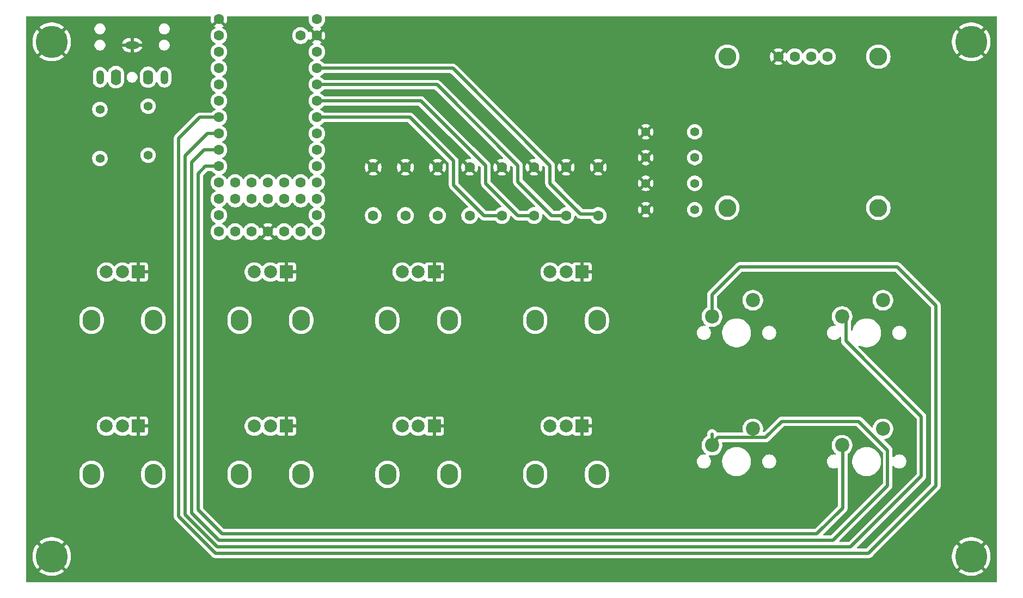
<source format=gbr>
%TF.GenerationSoftware,KiCad,Pcbnew,9.0.2*%
%TF.CreationDate,2025-08-22T18:27:53+01:00*%
%TF.ProjectId,MC8P_MIDI_CONTROLLER,4d433850-5f4d-4494-9449-5f434f4e5452,rev?*%
%TF.SameCoordinates,Original*%
%TF.FileFunction,Copper,L2,Bot*%
%TF.FilePolarity,Positive*%
%FSLAX46Y46*%
G04 Gerber Fmt 4.6, Leading zero omitted, Abs format (unit mm)*
G04 Created by KiCad (PCBNEW 9.0.2) date 2025-08-22 18:27:53*
%MOMM*%
%LPD*%
G01*
G04 APERTURE LIST*
%TA.AperFunction,ComponentPad*%
%ADD10C,1.397000*%
%TD*%
%TA.AperFunction,ComponentPad*%
%ADD11O,2.780000X3.240000*%
%TD*%
%TA.AperFunction,ComponentPad*%
%ADD12R,2.000000X2.000000*%
%TD*%
%TA.AperFunction,ComponentPad*%
%ADD13C,2.000000*%
%TD*%
%TA.AperFunction,WasherPad*%
%ADD14C,2.800000*%
%TD*%
%TA.AperFunction,ComponentPad*%
%ADD15C,1.600000*%
%TD*%
%TA.AperFunction,ComponentPad*%
%ADD16C,5.000000*%
%TD*%
%TA.AperFunction,ComponentPad*%
%ADD17C,2.200000*%
%TD*%
%TA.AperFunction,ComponentPad*%
%ADD18O,1.200000X2.200000*%
%TD*%
%TA.AperFunction,ComponentPad*%
%ADD19O,1.600000X2.300000*%
%TD*%
%TA.AperFunction,ComponentPad*%
%ADD20O,2.200000X1.200000*%
%TD*%
%TA.AperFunction,ComponentPad*%
%ADD21O,1.600000X2.500000*%
%TD*%
%TA.AperFunction,Conductor*%
%ADD22C,0.500000*%
%TD*%
G04 APERTURE END LIST*
D10*
%TO.P,R5,1*%
%TO.N,TX0*%
X33480000Y-44120000D03*
%TO.P,R5,2*%
%TO.N,Net-(J1-PadT)*%
X33480000Y-36500000D03*
%TD*%
%TO.P,R3,1*%
%TO.N,D7*%
X125980000Y-44000000D03*
%TO.P,R3,2*%
%TO.N,GND*%
X118360000Y-44000000D03*
%TD*%
%TO.P,R2,1*%
%TO.N,D6*%
X125980000Y-48000000D03*
%TO.P,R2,2*%
%TO.N,GND*%
X118360000Y-48000000D03*
%TD*%
D11*
%TO.P,RV5,*%
%TO.N,*%
X41782700Y-93244200D03*
X32182700Y-93244200D03*
D12*
%TO.P,RV5,1,1*%
%TO.N,GND*%
X39482700Y-85744200D03*
D13*
%TO.P,RV5,2,2*%
%TO.N,A6*%
X36982700Y-85744200D03*
%TO.P,RV5,3,3*%
%TO.N,Vcc*%
X34482700Y-85744200D03*
%TD*%
D11*
%TO.P,RV6,*%
%TO.N,*%
X64782700Y-93244200D03*
X55182700Y-93244200D03*
D12*
%TO.P,RV6,1,1*%
%TO.N,GND*%
X62482700Y-85744200D03*
D13*
%TO.P,RV6,2,2*%
%TO.N,A7*%
X59982700Y-85744200D03*
%TO.P,RV6,3,3*%
%TO.N,Vcc*%
X57482700Y-85744200D03*
%TD*%
D14*
%TO.P,SSD1306,*%
%TO.N,*%
X154540000Y-51805000D03*
X154540000Y-28305000D03*
X131040000Y-51805000D03*
X131040000Y-28305000D03*
D15*
%TO.P,SSD1306,1,SDA*%
%TO.N,SDA0*%
X146600000Y-28305000D03*
%TO.P,SSD1306,2,SCL*%
%TO.N,SCL0*%
X144060000Y-28305000D03*
%TO.P,SSD1306,3,VCC*%
%TO.N,3V3*%
X141520000Y-28305000D03*
%TO.P,SSD1306,4,GND*%
%TO.N,GND*%
X138980000Y-28305000D03*
%TD*%
D16*
%TO.P,REF\u002A\u002A,*%
%TO.N,GND*%
X25980000Y-26000000D03*
%TD*%
D10*
%TO.P,R1,1*%
%TO.N,D5*%
X125980000Y-52100000D03*
%TO.P,R1,2*%
%TO.N,GND*%
X118360000Y-52100000D03*
%TD*%
D17*
%TO.P,SW2,1,A*%
%TO.N,Vcc*%
X155250000Y-66170000D03*
%TO.P,SW2,2,B*%
%TO.N,D6*%
X148900000Y-68710000D03*
%TD*%
D15*
%TO.P,C3,1*%
%TO.N,A2*%
X85980000Y-53000000D03*
%TO.P,C3,2*%
%TO.N,GND*%
X85980000Y-45500000D03*
%TD*%
D16*
%TO.P,REF\u002A\u002A,*%
%TO.N,GND*%
X168980000Y-26000000D03*
%TD*%
D11*
%TO.P,RV2,*%
%TO.N,*%
X64782700Y-69284200D03*
X55182700Y-69284200D03*
D12*
%TO.P,RV2,1,1*%
%TO.N,GND*%
X62482700Y-61784200D03*
D13*
%TO.P,RV2,2,2*%
%TO.N,A1*%
X59982700Y-61784200D03*
%TO.P,RV2,3,3*%
%TO.N,Vcc*%
X57482700Y-61784200D03*
%TD*%
D15*
%TO.P,C7,1*%
%TO.N,A7*%
X100980000Y-53000000D03*
%TO.P,C7,2*%
%TO.N,GND*%
X100980000Y-45500000D03*
%TD*%
D11*
%TO.P,RV4,*%
%TO.N,*%
X110782700Y-69284200D03*
X101182700Y-69284200D03*
D12*
%TO.P,RV4,1,1*%
%TO.N,GND*%
X108482700Y-61784200D03*
D13*
%TO.P,RV4,2,2*%
%TO.N,A3*%
X105982700Y-61784200D03*
%TO.P,RV4,3,3*%
%TO.N,Vcc*%
X103482700Y-61784200D03*
%TD*%
D15*
%TO.P,C1,1*%
%TO.N,A0*%
X75980000Y-53000000D03*
%TO.P,C1,2*%
%TO.N,GND*%
X75980000Y-45500000D03*
%TD*%
D17*
%TO.P,SW3,1,A*%
%TO.N,Vcc*%
X135020000Y-86170000D03*
%TO.P,SW3,2,B*%
%TO.N,D7*%
X128670000Y-88710000D03*
%TD*%
D11*
%TO.P,RV8,*%
%TO.N,*%
X110782700Y-93244200D03*
X101182700Y-93244200D03*
D12*
%TO.P,RV8,1,1*%
%TO.N,GND*%
X108482700Y-85744200D03*
D13*
%TO.P,RV8,2,2*%
%TO.N,A9*%
X105982700Y-85744200D03*
%TO.P,RV8,3,3*%
%TO.N,Vcc*%
X103482700Y-85744200D03*
%TD*%
D15*
%TO.P,C4,1*%
%TO.N,A3*%
X90980000Y-53000000D03*
%TO.P,C4,2*%
%TO.N,GND*%
X90980000Y-45500000D03*
%TD*%
D17*
%TO.P,SW1,1,A*%
%TO.N,Vcc*%
X135020000Y-66170000D03*
%TO.P,SW1,2,B*%
%TO.N,D5*%
X128670000Y-68710000D03*
%TD*%
D16*
%TO.P,,*%
%TO.N,GND*%
X25980000Y-106000000D03*
%TD*%
D15*
%TO.P,C8,1*%
%TO.N,A6*%
X95980000Y-53000000D03*
%TO.P,C8,2*%
%TO.N,GND*%
X95980000Y-45500000D03*
%TD*%
D11*
%TO.P,RV1,*%
%TO.N,*%
X41782700Y-69284200D03*
X32182700Y-69284200D03*
D12*
%TO.P,RV1,1,1*%
%TO.N,GND*%
X39482700Y-61784200D03*
D13*
%TO.P,RV1,2,2*%
%TO.N,A0*%
X36982700Y-61784200D03*
%TO.P,RV1,3,3*%
%TO.N,Vcc*%
X34482700Y-61784200D03*
%TD*%
D15*
%TO.P,U1,1,GND*%
%TO.N,GND*%
X51980000Y-22500000D03*
%TO.P,U1,2,0_RX1_CRX2_CS1*%
%TO.N,unconnected-(U1-0_RX1_CRX2_CS1-Pad2)*%
X51980000Y-25040000D03*
%TO.P,U1,3,1_TX1_CTX2_MISO1*%
%TO.N,TX0*%
X51980000Y-27580000D03*
%TO.P,U1,4,2_OUT2*%
%TO.N,unconnected-(U1-2_OUT2-Pad4)*%
X51980000Y-30120000D03*
%TO.P,U1,5,3_LRCLK2*%
%TO.N,unconnected-(U1-3_LRCLK2-Pad5)*%
X51980000Y-32660000D03*
%TO.P,U1,6,4_BCLK2*%
%TO.N,unconnected-(U1-4_BCLK2-Pad6)*%
X51980000Y-35200000D03*
%TO.P,U1,7,5_IN2*%
%TO.N,D5*%
X51980000Y-37740000D03*
%TO.P,U1,8,6_OUT1D*%
%TO.N,D6*%
X51980000Y-40280000D03*
%TO.P,U1,9,7_RX2_OUT1A*%
%TO.N,D7*%
X51980000Y-42820000D03*
%TO.P,U1,10,8_TX2_IN1*%
%TO.N,D8*%
X51980000Y-45360000D03*
%TO.P,U1,11,9_OUT1C*%
%TO.N,unconnected-(U1-9_OUT1C-Pad11)*%
X51980000Y-47900000D03*
%TO.P,U1,12,10_CS_MQSR*%
%TO.N,unconnected-(U1-10_CS_MQSR-Pad12)*%
X51980000Y-50440000D03*
%TO.P,U1,13,11_MOSI_CTX1*%
%TO.N,unconnected-(U1-11_MOSI_CTX1-Pad13)*%
X51980000Y-52980000D03*
%TO.P,U1,14,12_MISO_MQSL*%
%TO.N,unconnected-(U1-12_MISO_MQSL-Pad14)*%
X51980000Y-55520000D03*
%TO.P,U1,15,VBAT*%
%TO.N,unconnected-(U1-VBAT-Pad15)*%
X54520000Y-55520000D03*
%TO.P,U1,16,3V3*%
%TO.N,unconnected-(U1-3V3-Pad16)*%
X57060000Y-55520000D03*
%TO.P,U1,17,GND*%
%TO.N,GND*%
X59600000Y-55520000D03*
%TO.P,U1,18,PROGRAM*%
%TO.N,unconnected-(U1-PROGRAM-Pad18)*%
X62140000Y-55520000D03*
%TO.P,U1,19,ON_OFF*%
%TO.N,unconnected-(U1-ON_OFF-Pad19)*%
X64680000Y-55520000D03*
%TO.P,U1,20,13_SCK_CRX1_LED*%
%TO.N,unconnected-(U1-13_SCK_CRX1_LED-Pad20)*%
X67220000Y-55520000D03*
%TO.P,U1,21,14_A0_TX3_SPDIF_OUT*%
%TO.N,A0*%
X67220000Y-52980000D03*
%TO.P,U1,22,15_A1_RX3_SPDIF_IN*%
%TO.N,A1*%
X67220000Y-50440000D03*
%TO.P,U1,23,16_A2_RX4_SCL1*%
%TO.N,A2*%
X67220000Y-47900000D03*
%TO.P,U1,24,17_A3_TX4_SDA1*%
%TO.N,A3*%
X67220000Y-45360000D03*
%TO.P,U1,25,18_A4_SDA0*%
%TO.N,SDA0*%
X67220000Y-42820000D03*
%TO.P,U1,26,19_A5_SCL0*%
%TO.N,SCL0*%
X67220000Y-40280000D03*
%TO.P,U1,27,20_A6_TX5_LRCLK1*%
%TO.N,A6*%
X67220000Y-37740000D03*
%TO.P,U1,28,21_A7_RX5_BCLK1*%
%TO.N,A7*%
X67220000Y-35200000D03*
%TO.P,U1,29,22_A8_CTX1*%
%TO.N,A8*%
X67220000Y-32660000D03*
%TO.P,U1,30,23_A9_CRX1_MCLK1*%
%TO.N,A9*%
X67220000Y-30120000D03*
%TO.P,U1,31,3V3*%
%TO.N,3V3*%
X67220000Y-27580000D03*
%TO.P,U1,32,GND*%
%TO.N,GND*%
X67220000Y-25040000D03*
%TO.P,U1,33,VIN*%
%TO.N,Vcc*%
X67220000Y-22500000D03*
%TO.P,U1,34,VUSB*%
%TO.N,unconnected-(U1-VUSB-Pad34)*%
X64680000Y-25040000D03*
%TO.P,U1,35,24_A10_TX6_SCL2*%
%TO.N,unconnected-(U1-24_A10_TX6_SCL2-Pad35)*%
X64680000Y-50440000D03*
%TO.P,U1,36,25_A11_RX6_SDA2*%
%TO.N,unconnected-(U1-25_A11_RX6_SDA2-Pad36)*%
X64680000Y-47900000D03*
%TO.P,U1,37,26_A12_MOSI1*%
%TO.N,unconnected-(U1-26_A12_MOSI1-Pad37)*%
X62140000Y-50440000D03*
%TO.P,U1,38,27_A13_SCK1*%
%TO.N,unconnected-(U1-27_A13_SCK1-Pad38)*%
X62140000Y-47900000D03*
%TO.P,U1,39,28_RX7*%
%TO.N,unconnected-(U1-28_RX7-Pad39)*%
X59600000Y-50440000D03*
%TO.P,U1,40,29_TX7*%
%TO.N,unconnected-(U1-29_TX7-Pad40)*%
X59600000Y-47900000D03*
%TO.P,U1,41,30_CRX3*%
%TO.N,unconnected-(U1-30_CRX3-Pad41)*%
X57060000Y-50440000D03*
%TO.P,U1,42,31_CTX3*%
%TO.N,unconnected-(U1-31_CTX3-Pad42)*%
X57060000Y-47900000D03*
%TO.P,U1,43,32_OUT1B*%
%TO.N,unconnected-(U1-32_OUT1B-Pad43)*%
X54520000Y-50440000D03*
%TO.P,U1,44,33_MCLK2*%
%TO.N,unconnected-(U1-33_MCLK2-Pad44)*%
X54520000Y-47900000D03*
%TD*%
D10*
%TO.P,R4,1*%
%TO.N,D8*%
X125980000Y-40000000D03*
%TO.P,R4,2*%
%TO.N,GND*%
X118360000Y-40000000D03*
%TD*%
D15*
%TO.P,C2,1*%
%TO.N,A1*%
X80980000Y-53000000D03*
%TO.P,C2,2*%
%TO.N,GND*%
X80980000Y-45500000D03*
%TD*%
D11*
%TO.P,RV7,*%
%TO.N,*%
X87782700Y-93244200D03*
X78182700Y-93244200D03*
D12*
%TO.P,RV7,1,1*%
%TO.N,GND*%
X85482700Y-85744200D03*
D13*
%TO.P,RV7,2,2*%
%TO.N,A8*%
X82982700Y-85744200D03*
%TO.P,RV7,3,3*%
%TO.N,Vcc*%
X80482700Y-85744200D03*
%TD*%
D17*
%TO.P,SW4,1,A*%
%TO.N,Vcc*%
X155250000Y-86170000D03*
%TO.P,SW4,2,B*%
%TO.N,D8*%
X148900000Y-88710000D03*
%TD*%
D11*
%TO.P,RV3,*%
%TO.N,*%
X87782700Y-69284200D03*
X78182700Y-69284200D03*
D12*
%TO.P,RV3,1,1*%
%TO.N,GND*%
X85482700Y-61784200D03*
D13*
%TO.P,RV3,2,2*%
%TO.N,A2*%
X82982700Y-61784200D03*
%TO.P,RV3,3,3*%
%TO.N,Vcc*%
X80482700Y-61784200D03*
%TD*%
D18*
%TO.P,J1,R*%
%TO.N,Net-(J1-PadR)*%
X43480000Y-31500000D03*
D19*
%TO.P,J1,RN*%
%TO.N,N/C*%
X40980000Y-31500000D03*
D20*
%TO.P,J1,S*%
%TO.N,GND*%
X38480000Y-26500000D03*
D18*
%TO.P,J1,T*%
%TO.N,Net-(J1-PadT)*%
X33480000Y-31500000D03*
D21*
%TO.P,J1,TN*%
%TO.N,N/C*%
X35980000Y-31500000D03*
%TD*%
D16*
%TO.P,REF\u002A\u002A,*%
%TO.N,GND*%
X168980000Y-106000000D03*
%TD*%
D15*
%TO.P,C6,1*%
%TO.N,A8*%
X105980000Y-53000000D03*
%TO.P,C6,2*%
%TO.N,GND*%
X105980000Y-45500000D03*
%TD*%
D10*
%TO.P,R6,1*%
%TO.N,Vcc*%
X40980000Y-43620000D03*
%TO.P,R6,2*%
%TO.N,Net-(J1-PadR)*%
X40980000Y-36000000D03*
%TD*%
D15*
%TO.P,C5,1*%
%TO.N,A9*%
X110980000Y-53000000D03*
%TO.P,C5,2*%
%TO.N,GND*%
X110980000Y-45500000D03*
%TD*%
D22*
%TO.N,D7*%
X51980000Y-42820000D02*
X49660000Y-42820000D01*
%TO.N,D6*%
X161230000Y-84230000D02*
X149500000Y-72500000D01*
%TO.N,D7*%
X49660000Y-42820000D02*
X47730000Y-44750000D01*
%TO.N,D6*%
X50200000Y-40280000D02*
X46730000Y-43750000D01*
%TO.N,D7*%
X155980000Y-89480000D02*
X151500000Y-85000000D01*
%TO.N,D5*%
X133000000Y-61000000D02*
X128670000Y-65330000D01*
%TO.N,D7*%
X151500000Y-85000000D02*
X139500000Y-85000000D01*
%TO.N,D6*%
X150230000Y-104500000D02*
X161230000Y-93500000D01*
%TO.N,D7*%
X155980000Y-95000000D02*
X155980000Y-89480000D01*
X128670000Y-88460000D02*
X128670000Y-86960000D01*
%TO.N,D6*%
X149500000Y-72500000D02*
X149500000Y-69060000D01*
%TO.N,D7*%
X129630000Y-87500000D02*
X128670000Y-88460000D01*
%TO.N,D6*%
X46730000Y-43750000D02*
X46730000Y-99500000D01*
X149500000Y-69060000D02*
X148900000Y-68460000D01*
X51730000Y-104500000D02*
X150230000Y-104500000D01*
%TO.N,D5*%
X163480000Y-95000000D02*
X163480000Y-67000000D01*
X152980000Y-105500000D02*
X163480000Y-95000000D01*
X157480000Y-61000000D02*
X133000000Y-61000000D01*
%TO.N,A9*%
X103480000Y-48000000D02*
X108230000Y-52750000D01*
%TO.N,D7*%
X51980000Y-103500000D02*
X147480000Y-103500000D01*
%TO.N,A9*%
X88350000Y-30120000D02*
X103480000Y-45250000D01*
%TO.N,D7*%
X47730000Y-44750000D02*
X47730000Y-99250000D01*
%TO.N,A9*%
X103480000Y-45250000D02*
X103480000Y-48000000D01*
%TO.N,A8*%
X98480000Y-47750000D02*
X103730000Y-53000000D01*
%TO.N,D8*%
X149000000Y-88560000D02*
X148900000Y-88460000D01*
%TO.N,A9*%
X108230000Y-52750000D02*
X110730000Y-52750000D01*
%TO.N,D8*%
X149000000Y-98480000D02*
X149000000Y-88560000D01*
%TO.N,D7*%
X147480000Y-103500000D02*
X155980000Y-95000000D01*
%TO.N,A9*%
X67220000Y-30120000D02*
X88350000Y-30120000D01*
%TO.N,D5*%
X51480000Y-105500000D02*
X152980000Y-105500000D01*
X163480000Y-67000000D02*
X157480000Y-61000000D01*
%TO.N,D8*%
X51980000Y-45360000D02*
X49870000Y-45360000D01*
%TO.N,A9*%
X110730000Y-52750000D02*
X110980000Y-53000000D01*
%TO.N,D6*%
X161230000Y-93500000D02*
X161230000Y-84230000D01*
%TO.N,D7*%
X47730000Y-99250000D02*
X51980000Y-103500000D01*
%TO.N,D8*%
X144980000Y-102500000D02*
X149000000Y-98480000D01*
%TO.N,A8*%
X67220000Y-32660000D02*
X85890000Y-32660000D01*
%TO.N,D6*%
X46730000Y-99500000D02*
X51730000Y-104500000D01*
%TO.N,A7*%
X67220000Y-35200000D02*
X83430000Y-35200000D01*
X83430000Y-35200000D02*
X93480000Y-45250000D01*
%TO.N,D8*%
X52480000Y-102500000D02*
X144980000Y-102500000D01*
%TO.N,A8*%
X85890000Y-32660000D02*
X98480000Y-45250000D01*
%TO.N,D6*%
X51980000Y-40280000D02*
X50200000Y-40280000D01*
%TO.N,A7*%
X93480000Y-48000000D02*
X98480000Y-53000000D01*
%TO.N,A6*%
X95980000Y-53000000D02*
X93230000Y-53000000D01*
%TO.N,D8*%
X48730000Y-46500000D02*
X48730000Y-98750000D01*
%TO.N,A6*%
X88480000Y-44500000D02*
X81720000Y-37740000D01*
%TO.N,D5*%
X51980000Y-37740000D02*
X48990000Y-37740000D01*
%TO.N,A6*%
X81720000Y-37740000D02*
X67220000Y-37740000D01*
%TO.N,D5*%
X48990000Y-37740000D02*
X45730000Y-41000000D01*
%TO.N,A6*%
X88480000Y-48250000D02*
X88480000Y-44500000D01*
%TO.N,A8*%
X98480000Y-45250000D02*
X98480000Y-47750000D01*
%TO.N,D5*%
X45730000Y-99750000D02*
X51480000Y-105500000D01*
%TO.N,A7*%
X93480000Y-45250000D02*
X93480000Y-48000000D01*
%TO.N,D8*%
X48730000Y-98750000D02*
X52480000Y-102500000D01*
%TO.N,D5*%
X128670000Y-65330000D02*
X128670000Y-68460000D01*
%TO.N,A7*%
X98480000Y-53000000D02*
X100980000Y-53000000D01*
%TO.N,D8*%
X49870000Y-45360000D02*
X48730000Y-46500000D01*
%TO.N,D5*%
X45730000Y-41000000D02*
X45730000Y-99750000D01*
%TO.N,A6*%
X93230000Y-53000000D02*
X88480000Y-48250000D01*
%TO.N,A8*%
X103730000Y-53000000D02*
X105980000Y-53000000D01*
%TO.N,D7*%
X137000000Y-87500000D02*
X129630000Y-87500000D01*
X139500000Y-85000000D02*
X137000000Y-87500000D01*
%TD*%
%TA.AperFunction,Conductor*%
%TO.N,GND*%
G36*
X50671926Y-22019685D02*
G01*
X50717681Y-22072489D01*
X50727625Y-22141647D01*
X50722818Y-22162319D01*
X50712009Y-22195582D01*
X50680000Y-22397682D01*
X50680000Y-22602317D01*
X50712009Y-22804417D01*
X50775244Y-22999031D01*
X50868141Y-23181350D01*
X50868147Y-23181359D01*
X50900523Y-23225921D01*
X50900524Y-23225922D01*
X51456212Y-22670233D01*
X51467482Y-22712292D01*
X51539890Y-22837708D01*
X51642292Y-22940110D01*
X51767708Y-23012518D01*
X51809765Y-23023787D01*
X51254076Y-23579474D01*
X51298652Y-23611861D01*
X51391628Y-23659234D01*
X51442425Y-23707208D01*
X51459220Y-23775029D01*
X51436683Y-23841164D01*
X51391630Y-23880203D01*
X51298388Y-23927713D01*
X51132786Y-24048028D01*
X50988028Y-24192786D01*
X50867715Y-24358386D01*
X50774781Y-24540776D01*
X50711522Y-24735465D01*
X50679500Y-24937648D01*
X50679500Y-25142351D01*
X50711522Y-25344534D01*
X50774781Y-25539223D01*
X50829415Y-25646446D01*
X50867585Y-25721359D01*
X50867715Y-25721613D01*
X50988028Y-25887213D01*
X51132786Y-26031971D01*
X51287749Y-26144556D01*
X51298390Y-26152287D01*
X51389840Y-26198883D01*
X51391080Y-26199515D01*
X51441876Y-26247490D01*
X51458671Y-26315311D01*
X51436134Y-26381446D01*
X51391080Y-26420485D01*
X51298386Y-26467715D01*
X51132786Y-26588028D01*
X50988028Y-26732786D01*
X50867715Y-26898386D01*
X50774781Y-27080776D01*
X50711522Y-27275465D01*
X50679500Y-27477648D01*
X50679500Y-27682351D01*
X50711522Y-27884534D01*
X50774781Y-28079223D01*
X50826352Y-28180435D01*
X50862989Y-28252339D01*
X50867715Y-28261613D01*
X50988028Y-28427213D01*
X51132786Y-28571971D01*
X51276745Y-28676561D01*
X51298390Y-28692287D01*
X51389840Y-28738883D01*
X51391080Y-28739515D01*
X51441876Y-28787490D01*
X51458671Y-28855311D01*
X51436134Y-28921446D01*
X51391080Y-28960485D01*
X51298386Y-29007715D01*
X51132786Y-29128028D01*
X50988028Y-29272786D01*
X50867715Y-29438386D01*
X50774781Y-29620776D01*
X50711522Y-29815465D01*
X50679500Y-30017648D01*
X50679500Y-30222351D01*
X50711522Y-30424534D01*
X50774781Y-30619223D01*
X50867715Y-30801613D01*
X50988028Y-30967213D01*
X51132786Y-31111971D01*
X51287749Y-31224556D01*
X51298390Y-31232287D01*
X51389840Y-31278883D01*
X51391080Y-31279515D01*
X51441876Y-31327490D01*
X51458671Y-31395311D01*
X51436134Y-31461446D01*
X51391080Y-31500485D01*
X51298386Y-31547715D01*
X51132786Y-31668028D01*
X50988028Y-31812786D01*
X50867715Y-31978386D01*
X50774781Y-32160776D01*
X50711522Y-32355465D01*
X50679500Y-32557648D01*
X50679500Y-32762351D01*
X50711522Y-32964534D01*
X50774781Y-33159223D01*
X50867715Y-33341613D01*
X50988028Y-33507213D01*
X51132786Y-33651971D01*
X51287749Y-33764556D01*
X51298390Y-33772287D01*
X51389840Y-33818883D01*
X51391080Y-33819515D01*
X51441876Y-33867490D01*
X51458671Y-33935311D01*
X51436134Y-34001446D01*
X51391080Y-34040485D01*
X51298386Y-34087715D01*
X51132786Y-34208028D01*
X50988028Y-34352786D01*
X50867715Y-34518386D01*
X50774781Y-34700776D01*
X50711522Y-34895465D01*
X50679500Y-35097648D01*
X50679500Y-35302351D01*
X50711522Y-35504534D01*
X50774781Y-35699223D01*
X50867715Y-35881613D01*
X50988028Y-36047213D01*
X51132786Y-36191971D01*
X51255006Y-36280767D01*
X51298390Y-36312287D01*
X51389840Y-36358883D01*
X51391080Y-36359515D01*
X51441876Y-36407490D01*
X51458671Y-36475311D01*
X51436134Y-36541446D01*
X51391080Y-36580485D01*
X51298386Y-36627715D01*
X51132786Y-36748028D01*
X50988032Y-36892782D01*
X50988028Y-36892787D01*
X50954900Y-36938385D01*
X50899571Y-36981051D01*
X50854582Y-36989500D01*
X48916080Y-36989500D01*
X48771092Y-37018340D01*
X48771082Y-37018343D01*
X48634511Y-37074912D01*
X48634498Y-37074919D01*
X48511584Y-37157048D01*
X48511580Y-37157051D01*
X45147052Y-40521578D01*
X45147049Y-40521581D01*
X45109275Y-40578114D01*
X45109276Y-40578115D01*
X45064914Y-40644508D01*
X45008343Y-40781082D01*
X45008340Y-40781092D01*
X44979500Y-40926079D01*
X44979500Y-40926082D01*
X44979500Y-99823918D01*
X44979500Y-99823920D01*
X44979499Y-99823920D01*
X45008340Y-99968907D01*
X45008343Y-99968917D01*
X45064914Y-100105492D01*
X45097812Y-100154727D01*
X45097813Y-100154730D01*
X45147046Y-100228414D01*
X45147052Y-100228421D01*
X51001584Y-106082952D01*
X51001586Y-106082954D01*
X51031058Y-106102645D01*
X51075270Y-106132186D01*
X51124505Y-106165084D01*
X51124506Y-106165084D01*
X51124507Y-106165085D01*
X51124509Y-106165086D01*
X51261082Y-106221656D01*
X51261087Y-106221658D01*
X51261091Y-106221658D01*
X51261092Y-106221659D01*
X51406079Y-106250500D01*
X51406082Y-106250500D01*
X153053920Y-106250500D01*
X153151462Y-106231096D01*
X153198913Y-106221658D01*
X153335495Y-106165084D01*
X153384729Y-106132186D01*
X153384734Y-106132183D01*
X153409071Y-106115921D01*
X153458416Y-106082952D01*
X153709849Y-105831519D01*
X165980000Y-105831519D01*
X165980000Y-106168480D01*
X166017725Y-106503297D01*
X166017727Y-106503313D01*
X166092705Y-106831814D01*
X166092709Y-106831826D01*
X166203995Y-107149862D01*
X166350191Y-107453440D01*
X166529461Y-107738747D01*
X166688397Y-107938048D01*
X167685747Y-106940697D01*
X167759588Y-107042330D01*
X167937670Y-107220412D01*
X168039300Y-107294251D01*
X167041950Y-108291601D01*
X167241252Y-108450538D01*
X167526559Y-108629808D01*
X167830137Y-108776004D01*
X168148173Y-108887290D01*
X168148185Y-108887294D01*
X168476686Y-108962272D01*
X168476702Y-108962274D01*
X168811519Y-108999999D01*
X168811521Y-109000000D01*
X169148479Y-109000000D01*
X169148480Y-108999999D01*
X169483297Y-108962274D01*
X169483313Y-108962272D01*
X169811814Y-108887294D01*
X169811826Y-108887290D01*
X170129862Y-108776004D01*
X170433440Y-108629808D01*
X170718747Y-108450538D01*
X170918048Y-108291600D01*
X169920698Y-107294251D01*
X170022330Y-107220412D01*
X170200412Y-107042330D01*
X170274251Y-106940699D01*
X171271600Y-107938048D01*
X171430538Y-107738747D01*
X171609808Y-107453440D01*
X171756004Y-107149862D01*
X171867290Y-106831826D01*
X171867294Y-106831814D01*
X171942272Y-106503313D01*
X171942274Y-106503297D01*
X171979999Y-106168480D01*
X171980000Y-106168470D01*
X171980000Y-105831521D01*
X171979999Y-105831519D01*
X171942274Y-105496702D01*
X171942272Y-105496686D01*
X171867294Y-105168185D01*
X171867290Y-105168173D01*
X171756004Y-104850137D01*
X171609808Y-104546559D01*
X171430538Y-104261252D01*
X171271601Y-104061950D01*
X170274250Y-105059300D01*
X170200412Y-104957670D01*
X170022330Y-104779588D01*
X169920697Y-104705747D01*
X170918048Y-103708397D01*
X170718747Y-103549461D01*
X170433440Y-103370191D01*
X170129862Y-103223995D01*
X169811826Y-103112709D01*
X169811814Y-103112705D01*
X169483313Y-103037727D01*
X169483297Y-103037725D01*
X169148480Y-103000000D01*
X168811519Y-103000000D01*
X168476702Y-103037725D01*
X168476686Y-103037727D01*
X168148185Y-103112705D01*
X168148173Y-103112709D01*
X167830137Y-103223995D01*
X167526559Y-103370191D01*
X167241252Y-103549461D01*
X167041950Y-103708397D01*
X168039301Y-104705748D01*
X167937670Y-104779588D01*
X167759588Y-104957670D01*
X167685748Y-105059301D01*
X166688397Y-104061950D01*
X166529461Y-104261252D01*
X166350191Y-104546559D01*
X166203995Y-104850137D01*
X166092709Y-105168173D01*
X166092705Y-105168185D01*
X166017727Y-105496686D01*
X166017725Y-105496702D01*
X165980000Y-105831519D01*
X153709849Y-105831519D01*
X159312947Y-100228421D01*
X164062948Y-95478419D01*
X164062947Y-95478419D01*
X164062951Y-95478416D01*
X164145084Y-95355495D01*
X164201658Y-95218913D01*
X164230500Y-95073918D01*
X164230500Y-94926083D01*
X164230500Y-66926082D01*
X164230500Y-66926079D01*
X164201659Y-66781092D01*
X164201658Y-66781091D01*
X164201658Y-66781087D01*
X164201656Y-66781082D01*
X164145087Y-66644511D01*
X164145080Y-66644498D01*
X164062952Y-66521585D01*
X164062951Y-66521584D01*
X163958416Y-66417049D01*
X162460866Y-64919499D01*
X157958421Y-60417052D01*
X157958414Y-60417046D01*
X157884729Y-60367812D01*
X157884729Y-60367813D01*
X157835491Y-60334913D01*
X157698917Y-60278343D01*
X157698907Y-60278340D01*
X157553920Y-60249500D01*
X157553918Y-60249500D01*
X132926082Y-60249500D01*
X132926076Y-60249500D01*
X132897242Y-60255234D01*
X132897243Y-60255235D01*
X132781093Y-60278339D01*
X132781083Y-60278342D01*
X132701081Y-60311479D01*
X132701082Y-60311480D01*
X132644502Y-60334917D01*
X132595269Y-60367813D01*
X132521588Y-60417044D01*
X132521580Y-60417050D01*
X128087052Y-64851578D01*
X128087046Y-64851585D01*
X128041668Y-64919499D01*
X128041669Y-64919500D01*
X128004913Y-64974508D01*
X127948343Y-65111082D01*
X127948340Y-65111092D01*
X127919500Y-65256079D01*
X127919500Y-67220128D01*
X127899815Y-67287167D01*
X127851797Y-67330612D01*
X127831151Y-67341131D01*
X127627350Y-67489201D01*
X127627345Y-67489205D01*
X127449205Y-67667345D01*
X127449201Y-67667350D01*
X127301132Y-67871151D01*
X127186760Y-68095616D01*
X127108910Y-68335214D01*
X127069500Y-68584038D01*
X127069500Y-68835961D01*
X127108910Y-69084785D01*
X127186760Y-69324383D01*
X127301132Y-69548848D01*
X127449201Y-69752649D01*
X127449205Y-69752654D01*
X127449207Y-69752656D01*
X127627344Y-69930793D01*
X127627345Y-69930794D01*
X127627344Y-69930794D01*
X127633661Y-69935383D01*
X127676327Y-69990714D01*
X127682305Y-70060327D01*
X127649699Y-70122122D01*
X127588860Y-70156479D01*
X127541378Y-70158174D01*
X127486611Y-70149500D01*
X127313389Y-70149500D01*
X127273728Y-70155781D01*
X127142302Y-70176597D01*
X126977552Y-70230128D01*
X126823211Y-70308768D01*
X126743256Y-70366859D01*
X126683072Y-70410586D01*
X126683070Y-70410588D01*
X126683069Y-70410588D01*
X126560588Y-70533069D01*
X126560588Y-70533070D01*
X126560586Y-70533072D01*
X126536117Y-70566751D01*
X126458768Y-70673211D01*
X126380128Y-70827552D01*
X126326597Y-70992302D01*
X126299500Y-71163389D01*
X126299500Y-71336611D01*
X126326598Y-71507701D01*
X126380127Y-71672445D01*
X126458768Y-71826788D01*
X126560586Y-71966928D01*
X126683072Y-72089414D01*
X126823212Y-72191232D01*
X126977555Y-72269873D01*
X127142299Y-72323402D01*
X127313389Y-72350500D01*
X127313390Y-72350500D01*
X127486610Y-72350500D01*
X127486611Y-72350500D01*
X127657701Y-72323402D01*
X127822445Y-72269873D01*
X127976788Y-72191232D01*
X128116928Y-72089414D01*
X128239414Y-71966928D01*
X128341232Y-71826788D01*
X128419873Y-71672445D01*
X128473402Y-71507701D01*
X128500500Y-71336611D01*
X128500500Y-71163389D01*
X128490854Y-71102486D01*
X130229500Y-71102486D01*
X130229500Y-71397513D01*
X130253411Y-71579125D01*
X130268007Y-71689993D01*
X130342212Y-71966930D01*
X130344361Y-71974951D01*
X130344364Y-71974961D01*
X130457254Y-72247500D01*
X130457258Y-72247510D01*
X130604761Y-72502993D01*
X130784352Y-72737040D01*
X130784358Y-72737047D01*
X130992952Y-72945641D01*
X130992959Y-72945647D01*
X131227006Y-73125238D01*
X131482489Y-73272741D01*
X131482490Y-73272741D01*
X131482493Y-73272743D01*
X131755048Y-73385639D01*
X132040007Y-73461993D01*
X132332494Y-73500500D01*
X132332501Y-73500500D01*
X132627499Y-73500500D01*
X132627506Y-73500500D01*
X132919993Y-73461993D01*
X133204952Y-73385639D01*
X133477507Y-73272743D01*
X133732994Y-73125238D01*
X133967042Y-72945646D01*
X134175646Y-72737042D01*
X134355238Y-72502994D01*
X134502743Y-72247507D01*
X134615639Y-71974952D01*
X134691993Y-71689993D01*
X134730500Y-71397506D01*
X134730500Y-71163389D01*
X136459500Y-71163389D01*
X136459500Y-71336611D01*
X136486598Y-71507701D01*
X136540127Y-71672445D01*
X136618768Y-71826788D01*
X136720586Y-71966928D01*
X136843072Y-72089414D01*
X136983212Y-72191232D01*
X137137555Y-72269873D01*
X137302299Y-72323402D01*
X137473389Y-72350500D01*
X137473390Y-72350500D01*
X137646610Y-72350500D01*
X137646611Y-72350500D01*
X137817701Y-72323402D01*
X137982445Y-72269873D01*
X138136788Y-72191232D01*
X138276928Y-72089414D01*
X138399414Y-71966928D01*
X138501232Y-71826788D01*
X138579873Y-71672445D01*
X138633402Y-71507701D01*
X138660500Y-71336611D01*
X138660500Y-71163389D01*
X138633402Y-70992299D01*
X138579873Y-70827555D01*
X138501232Y-70673212D01*
X138399414Y-70533072D01*
X138276928Y-70410586D01*
X138136788Y-70308768D01*
X137982445Y-70230127D01*
X137817701Y-70176598D01*
X137817699Y-70176597D01*
X137817698Y-70176597D01*
X137686271Y-70155781D01*
X137646611Y-70149500D01*
X137473389Y-70149500D01*
X137433728Y-70155781D01*
X137302302Y-70176597D01*
X137137552Y-70230128D01*
X136983211Y-70308768D01*
X136903256Y-70366859D01*
X136843072Y-70410586D01*
X136843070Y-70410588D01*
X136843069Y-70410588D01*
X136720588Y-70533069D01*
X136720588Y-70533070D01*
X136720586Y-70533072D01*
X136696117Y-70566751D01*
X136618768Y-70673211D01*
X136540128Y-70827552D01*
X136486597Y-70992302D01*
X136459500Y-71163389D01*
X134730500Y-71163389D01*
X134730500Y-71102494D01*
X134691993Y-70810007D01*
X134615639Y-70525048D01*
X134502743Y-70252493D01*
X134447309Y-70156479D01*
X134355238Y-69997006D01*
X134175647Y-69762959D01*
X134175641Y-69762952D01*
X133967047Y-69554358D01*
X133967040Y-69554352D01*
X133732993Y-69374761D01*
X133477510Y-69227258D01*
X133477500Y-69227254D01*
X133204961Y-69114364D01*
X133204954Y-69114362D01*
X133204952Y-69114361D01*
X132919993Y-69038007D01*
X132871113Y-69031571D01*
X132627513Y-68999500D01*
X132627506Y-68999500D01*
X132332494Y-68999500D01*
X132332486Y-68999500D01*
X132054085Y-69036153D01*
X132040007Y-69038007D01*
X131865428Y-69084785D01*
X131755048Y-69114361D01*
X131755038Y-69114364D01*
X131482499Y-69227254D01*
X131482489Y-69227258D01*
X131227006Y-69374761D01*
X130992959Y-69554352D01*
X130992952Y-69554358D01*
X130784358Y-69762952D01*
X130784352Y-69762959D01*
X130604761Y-69997006D01*
X130457258Y-70252489D01*
X130457254Y-70252499D01*
X130344364Y-70525038D01*
X130344361Y-70525048D01*
X130280503Y-70763373D01*
X130268008Y-70810004D01*
X130268006Y-70810015D01*
X130229500Y-71102486D01*
X128490854Y-71102486D01*
X128473402Y-70992299D01*
X128419873Y-70827555D01*
X128341232Y-70673212D01*
X128239414Y-70533072D01*
X128187482Y-70481140D01*
X128153997Y-70419817D01*
X128158981Y-70350125D01*
X128200853Y-70294192D01*
X128266317Y-70269775D01*
X128294561Y-70270986D01*
X128295212Y-70271089D01*
X128295215Y-70271090D01*
X128544038Y-70310500D01*
X128544039Y-70310500D01*
X128795961Y-70310500D01*
X128795962Y-70310500D01*
X129044785Y-70271090D01*
X129284379Y-70193241D01*
X129508845Y-70078870D01*
X129712656Y-69930793D01*
X129890793Y-69752656D01*
X130038870Y-69548845D01*
X130153241Y-69324379D01*
X130231090Y-69084785D01*
X130270500Y-68835962D01*
X130270500Y-68584038D01*
X130231090Y-68335215D01*
X130153241Y-68095621D01*
X130153239Y-68095618D01*
X130153239Y-68095616D01*
X130105351Y-68001632D01*
X130038870Y-67871155D01*
X129937107Y-67731090D01*
X129890798Y-67667350D01*
X129890794Y-67667345D01*
X129712654Y-67489205D01*
X129712649Y-67489201D01*
X129508848Y-67341131D01*
X129488203Y-67330612D01*
X129437408Y-67282637D01*
X129420500Y-67220128D01*
X129420500Y-66044038D01*
X133419500Y-66044038D01*
X133419500Y-66295962D01*
X133438679Y-66417050D01*
X133458910Y-66544785D01*
X133536760Y-66784383D01*
X133651132Y-67008848D01*
X133799201Y-67212649D01*
X133799205Y-67212654D01*
X133977345Y-67390794D01*
X133977350Y-67390798D01*
X134155117Y-67519952D01*
X134181155Y-67538870D01*
X134324184Y-67611747D01*
X134405616Y-67653239D01*
X134405618Y-67653239D01*
X134405621Y-67653241D01*
X134645215Y-67731090D01*
X134894038Y-67770500D01*
X134894039Y-67770500D01*
X135145961Y-67770500D01*
X135145962Y-67770500D01*
X135394785Y-67731090D01*
X135634379Y-67653241D01*
X135858845Y-67538870D01*
X136062656Y-67390793D01*
X136240793Y-67212656D01*
X136388870Y-67008845D01*
X136503241Y-66784379D01*
X136581090Y-66544785D01*
X136620500Y-66295962D01*
X136620500Y-66044038D01*
X153649500Y-66044038D01*
X153649500Y-66295962D01*
X153668679Y-66417050D01*
X153688910Y-66544785D01*
X153766760Y-66784383D01*
X153881132Y-67008848D01*
X154029201Y-67212649D01*
X154029205Y-67212654D01*
X154207345Y-67390794D01*
X154207350Y-67390798D01*
X154385117Y-67519952D01*
X154411155Y-67538870D01*
X154554184Y-67611747D01*
X154635616Y-67653239D01*
X154635618Y-67653239D01*
X154635621Y-67653241D01*
X154875215Y-67731090D01*
X155124038Y-67770500D01*
X155124039Y-67770500D01*
X155375961Y-67770500D01*
X155375962Y-67770500D01*
X155624785Y-67731090D01*
X155864379Y-67653241D01*
X156088845Y-67538870D01*
X156292656Y-67390793D01*
X156470793Y-67212656D01*
X156618870Y-67008845D01*
X156733241Y-66784379D01*
X156811090Y-66544785D01*
X156850500Y-66295962D01*
X156850500Y-66044038D01*
X156811090Y-65795215D01*
X156733241Y-65555621D01*
X156733239Y-65555618D01*
X156733239Y-65555616D01*
X156691747Y-65474184D01*
X156618870Y-65331155D01*
X156599952Y-65305117D01*
X156470798Y-65127350D01*
X156470794Y-65127345D01*
X156292654Y-64949205D01*
X156292649Y-64949201D01*
X156088848Y-64801132D01*
X156088847Y-64801131D01*
X156088845Y-64801130D01*
X156018747Y-64765413D01*
X155864383Y-64686760D01*
X155624785Y-64608910D01*
X155375962Y-64569500D01*
X155124038Y-64569500D01*
X154999626Y-64589205D01*
X154875214Y-64608910D01*
X154635616Y-64686760D01*
X154411151Y-64801132D01*
X154207350Y-64949201D01*
X154207345Y-64949205D01*
X154029205Y-65127345D01*
X154029201Y-65127350D01*
X153881132Y-65331151D01*
X153766760Y-65555616D01*
X153688910Y-65795214D01*
X153688910Y-65795215D01*
X153649500Y-66044038D01*
X136620500Y-66044038D01*
X136581090Y-65795215D01*
X136503241Y-65555621D01*
X136503239Y-65555618D01*
X136503239Y-65555616D01*
X136461747Y-65474184D01*
X136388870Y-65331155D01*
X136369952Y-65305117D01*
X136240798Y-65127350D01*
X136240794Y-65127345D01*
X136062654Y-64949205D01*
X136062649Y-64949201D01*
X135858848Y-64801132D01*
X135858847Y-64801131D01*
X135858845Y-64801130D01*
X135788747Y-64765413D01*
X135634383Y-64686760D01*
X135394785Y-64608910D01*
X135145962Y-64569500D01*
X134894038Y-64569500D01*
X134769626Y-64589205D01*
X134645214Y-64608910D01*
X134405616Y-64686760D01*
X134181151Y-64801132D01*
X133977350Y-64949201D01*
X133977345Y-64949205D01*
X133799205Y-65127345D01*
X133799201Y-65127350D01*
X133651132Y-65331151D01*
X133536760Y-65555616D01*
X133458910Y-65795214D01*
X133458910Y-65795215D01*
X133419500Y-66044038D01*
X129420500Y-66044038D01*
X129420500Y-65692230D01*
X129440185Y-65625191D01*
X129456819Y-65604549D01*
X133274549Y-61786819D01*
X133335872Y-61753334D01*
X133362230Y-61750500D01*
X157117770Y-61750500D01*
X157184809Y-61770185D01*
X157205451Y-61786819D01*
X162693181Y-67274548D01*
X162726666Y-67335871D01*
X162729500Y-67362229D01*
X162729500Y-94637770D01*
X162709815Y-94704809D01*
X162693181Y-94725451D01*
X152705451Y-104713181D01*
X152644128Y-104746666D01*
X152617770Y-104749500D01*
X151341230Y-104749500D01*
X151274191Y-104729815D01*
X151228436Y-104677011D01*
X151218492Y-104607853D01*
X151247517Y-104544297D01*
X151253549Y-104537819D01*
X161812948Y-93978419D01*
X161812947Y-93978419D01*
X161812951Y-93978416D01*
X161895084Y-93855495D01*
X161951658Y-93718913D01*
X161980500Y-93573918D01*
X161980500Y-93426083D01*
X161980500Y-84156082D01*
X161980500Y-84156079D01*
X161951659Y-84011092D01*
X161951658Y-84011091D01*
X161951658Y-84011087D01*
X161951656Y-84011082D01*
X161895087Y-83874511D01*
X161895080Y-83874498D01*
X161812952Y-83751585D01*
X161812951Y-83751584D01*
X161708416Y-83647049D01*
X151483233Y-73421866D01*
X151449750Y-73360545D01*
X151454734Y-73290853D01*
X151496606Y-73234920D01*
X151562070Y-73210503D01*
X151630343Y-73225355D01*
X151632915Y-73226799D01*
X151712493Y-73272743D01*
X151985048Y-73385639D01*
X152270007Y-73461993D01*
X152562494Y-73500500D01*
X152562501Y-73500500D01*
X152857499Y-73500500D01*
X152857506Y-73500500D01*
X153149993Y-73461993D01*
X153434952Y-73385639D01*
X153707507Y-73272743D01*
X153962994Y-73125238D01*
X154197042Y-72945646D01*
X154405646Y-72737042D01*
X154585238Y-72502994D01*
X154732743Y-72247507D01*
X154845639Y-71974952D01*
X154921993Y-71689993D01*
X154960500Y-71397506D01*
X154960500Y-71163389D01*
X156689500Y-71163389D01*
X156689500Y-71336611D01*
X156716598Y-71507701D01*
X156770127Y-71672445D01*
X156848768Y-71826788D01*
X156950586Y-71966928D01*
X157073072Y-72089414D01*
X157213212Y-72191232D01*
X157367555Y-72269873D01*
X157532299Y-72323402D01*
X157703389Y-72350500D01*
X157703390Y-72350500D01*
X157876610Y-72350500D01*
X157876611Y-72350500D01*
X158047701Y-72323402D01*
X158212445Y-72269873D01*
X158366788Y-72191232D01*
X158506928Y-72089414D01*
X158629414Y-71966928D01*
X158731232Y-71826788D01*
X158809873Y-71672445D01*
X158863402Y-71507701D01*
X158890500Y-71336611D01*
X158890500Y-71163389D01*
X158863402Y-70992299D01*
X158809873Y-70827555D01*
X158731232Y-70673212D01*
X158629414Y-70533072D01*
X158506928Y-70410586D01*
X158366788Y-70308768D01*
X158212445Y-70230127D01*
X158047701Y-70176598D01*
X158047699Y-70176597D01*
X158047698Y-70176597D01*
X157916271Y-70155781D01*
X157876611Y-70149500D01*
X157703389Y-70149500D01*
X157663728Y-70155781D01*
X157532302Y-70176597D01*
X157367552Y-70230128D01*
X157213211Y-70308768D01*
X157133256Y-70366859D01*
X157073072Y-70410586D01*
X157073070Y-70410588D01*
X157073069Y-70410588D01*
X156950588Y-70533069D01*
X156950588Y-70533070D01*
X156950586Y-70533072D01*
X156926117Y-70566751D01*
X156848768Y-70673211D01*
X156770128Y-70827552D01*
X156716597Y-70992302D01*
X156689500Y-71163389D01*
X154960500Y-71163389D01*
X154960500Y-71102494D01*
X154921993Y-70810007D01*
X154845639Y-70525048D01*
X154732743Y-70252493D01*
X154677309Y-70156479D01*
X154585238Y-69997006D01*
X154405647Y-69762959D01*
X154405641Y-69762952D01*
X154197047Y-69554358D01*
X154197040Y-69554352D01*
X153962993Y-69374761D01*
X153707510Y-69227258D01*
X153707500Y-69227254D01*
X153434961Y-69114364D01*
X153434954Y-69114362D01*
X153434952Y-69114361D01*
X153149993Y-69038007D01*
X153101113Y-69031571D01*
X152857513Y-68999500D01*
X152857506Y-68999500D01*
X152562494Y-68999500D01*
X152562486Y-68999500D01*
X152284085Y-69036153D01*
X152270007Y-69038007D01*
X152095428Y-69084785D01*
X151985048Y-69114361D01*
X151985038Y-69114364D01*
X151712499Y-69227254D01*
X151712489Y-69227258D01*
X151457006Y-69374761D01*
X151222959Y-69554352D01*
X151222952Y-69554358D01*
X151014358Y-69762952D01*
X151014352Y-69762959D01*
X150834761Y-69997006D01*
X150687258Y-70252489D01*
X150687254Y-70252499D01*
X150574364Y-70525038D01*
X150574361Y-70525048D01*
X150510503Y-70763373D01*
X150498008Y-70810004D01*
X150498006Y-70810014D01*
X150497439Y-70814323D01*
X150469171Y-70878219D01*
X150410846Y-70916690D01*
X150340981Y-70917520D01*
X150281759Y-70880446D01*
X150251980Y-70817240D01*
X150250500Y-70798136D01*
X150250500Y-69613794D01*
X150267475Y-69553602D01*
X150266658Y-69553186D01*
X150268753Y-69549073D01*
X150268773Y-69549004D01*
X150268866Y-69548850D01*
X150268870Y-69548845D01*
X150383241Y-69324379D01*
X150461090Y-69084785D01*
X150500500Y-68835962D01*
X150500500Y-68584038D01*
X150461090Y-68335215D01*
X150383241Y-68095621D01*
X150383239Y-68095618D01*
X150383239Y-68095616D01*
X150335351Y-68001632D01*
X150268870Y-67871155D01*
X150167107Y-67731090D01*
X150120798Y-67667350D01*
X150120794Y-67667345D01*
X149942654Y-67489205D01*
X149942649Y-67489201D01*
X149738848Y-67341132D01*
X149738847Y-67341131D01*
X149738845Y-67341130D01*
X149624046Y-67282637D01*
X149514383Y-67226760D01*
X149274785Y-67148910D01*
X149025962Y-67109500D01*
X148774038Y-67109500D01*
X148649626Y-67129205D01*
X148525214Y-67148910D01*
X148285616Y-67226760D01*
X148061151Y-67341132D01*
X147857350Y-67489201D01*
X147857345Y-67489205D01*
X147679205Y-67667345D01*
X147679201Y-67667350D01*
X147531132Y-67871151D01*
X147416760Y-68095616D01*
X147338910Y-68335214D01*
X147299500Y-68584038D01*
X147299500Y-68835961D01*
X147338910Y-69084785D01*
X147416760Y-69324383D01*
X147531132Y-69548848D01*
X147679201Y-69752649D01*
X147679205Y-69752654D01*
X147679207Y-69752656D01*
X147857344Y-69930793D01*
X147857345Y-69930794D01*
X147857344Y-69930794D01*
X147863661Y-69935383D01*
X147906327Y-69990714D01*
X147912305Y-70060327D01*
X147879699Y-70122122D01*
X147818860Y-70156479D01*
X147771378Y-70158174D01*
X147716611Y-70149500D01*
X147543389Y-70149500D01*
X147503728Y-70155781D01*
X147372302Y-70176597D01*
X147207552Y-70230128D01*
X147053211Y-70308768D01*
X146973256Y-70366859D01*
X146913072Y-70410586D01*
X146913070Y-70410588D01*
X146913069Y-70410588D01*
X146790588Y-70533069D01*
X146790588Y-70533070D01*
X146790586Y-70533072D01*
X146766117Y-70566751D01*
X146688768Y-70673211D01*
X146610128Y-70827552D01*
X146556597Y-70992302D01*
X146529500Y-71163389D01*
X146529500Y-71336611D01*
X146556598Y-71507701D01*
X146610127Y-71672445D01*
X146688768Y-71826788D01*
X146790586Y-71966928D01*
X146913072Y-72089414D01*
X147053212Y-72191232D01*
X147207555Y-72269873D01*
X147372299Y-72323402D01*
X147543389Y-72350500D01*
X147543390Y-72350500D01*
X147716610Y-72350500D01*
X147716611Y-72350500D01*
X147887701Y-72323402D01*
X148052445Y-72269873D01*
X148206788Y-72191232D01*
X148346928Y-72089414D01*
X148469414Y-71966928D01*
X148525182Y-71890169D01*
X148580512Y-71847504D01*
X148650125Y-71841525D01*
X148711920Y-71874131D01*
X148746277Y-71934969D01*
X148749500Y-71963055D01*
X148749500Y-72573918D01*
X148749500Y-72573920D01*
X148749499Y-72573920D01*
X148778340Y-72718907D01*
X148778343Y-72718917D01*
X148834914Y-72855492D01*
X148867812Y-72904727D01*
X148867813Y-72904730D01*
X148917046Y-72978414D01*
X148917052Y-72978421D01*
X160443181Y-84504548D01*
X160476666Y-84565871D01*
X160479500Y-84592229D01*
X160479500Y-93137770D01*
X160459815Y-93204809D01*
X160443181Y-93225451D01*
X149955451Y-103713181D01*
X149894128Y-103746666D01*
X149867770Y-103749500D01*
X148591230Y-103749500D01*
X148524191Y-103729815D01*
X148478436Y-103677011D01*
X148468492Y-103607853D01*
X148497517Y-103544297D01*
X148503549Y-103537819D01*
X156562948Y-95478419D01*
X156562947Y-95478419D01*
X156562951Y-95478416D01*
X156645084Y-95355495D01*
X156701658Y-95218913D01*
X156730500Y-95073918D01*
X156730500Y-94926083D01*
X156730500Y-92045356D01*
X156750185Y-91978317D01*
X156802989Y-91932562D01*
X156872147Y-91922618D01*
X156935703Y-91951643D01*
X156948794Y-91964829D01*
X156950583Y-91966924D01*
X156950586Y-91966928D01*
X157073072Y-92089414D01*
X157213212Y-92191232D01*
X157367555Y-92269873D01*
X157532299Y-92323402D01*
X157703389Y-92350500D01*
X157703390Y-92350500D01*
X157876610Y-92350500D01*
X157876611Y-92350500D01*
X158047701Y-92323402D01*
X158212445Y-92269873D01*
X158366788Y-92191232D01*
X158506928Y-92089414D01*
X158629414Y-91966928D01*
X158731232Y-91826788D01*
X158809873Y-91672445D01*
X158863402Y-91507701D01*
X158890500Y-91336611D01*
X158890500Y-91163389D01*
X158863402Y-90992299D01*
X158809873Y-90827555D01*
X158731232Y-90673212D01*
X158629414Y-90533072D01*
X158506928Y-90410586D01*
X158366788Y-90308768D01*
X158212445Y-90230127D01*
X158047701Y-90176598D01*
X158047699Y-90176597D01*
X158047698Y-90176597D01*
X157916271Y-90155781D01*
X157876611Y-90149500D01*
X157703389Y-90149500D01*
X157663728Y-90155781D01*
X157532302Y-90176597D01*
X157367552Y-90230128D01*
X157213211Y-90308768D01*
X157170500Y-90339800D01*
X157073072Y-90410586D01*
X157073070Y-90410588D01*
X157073069Y-90410588D01*
X156950591Y-90533066D01*
X156948788Y-90535178D01*
X156947901Y-90535756D01*
X156947141Y-90536517D01*
X156946981Y-90536357D01*
X156890279Y-90573369D01*
X156820411Y-90573865D01*
X156761366Y-90536509D01*
X156731891Y-90473162D01*
X156730500Y-90454643D01*
X156730500Y-89406079D01*
X156724270Y-89374761D01*
X156714248Y-89324379D01*
X156701659Y-89261088D01*
X156668518Y-89181080D01*
X156666482Y-89176165D01*
X156666480Y-89176158D01*
X156645087Y-89124511D01*
X156645079Y-89124496D01*
X156612187Y-89075271D01*
X156612185Y-89075268D01*
X156562956Y-89001589D01*
X156562952Y-89001584D01*
X155509980Y-87948612D01*
X155476495Y-87887289D01*
X155481479Y-87817597D01*
X155523351Y-87761664D01*
X155578259Y-87738459D01*
X155624785Y-87731090D01*
X155864379Y-87653241D01*
X156088845Y-87538870D01*
X156292656Y-87390793D01*
X156470793Y-87212656D01*
X156618870Y-87008845D01*
X156733241Y-86784379D01*
X156811090Y-86544785D01*
X156850500Y-86295962D01*
X156850500Y-86044038D01*
X156811090Y-85795215D01*
X156733241Y-85555621D01*
X156733239Y-85555618D01*
X156733239Y-85555616D01*
X156672899Y-85437193D01*
X156618870Y-85331155D01*
X156555694Y-85244200D01*
X156470798Y-85127350D01*
X156470794Y-85127345D01*
X156292654Y-84949205D01*
X156292649Y-84949201D01*
X156088848Y-84801132D01*
X156088847Y-84801131D01*
X156088845Y-84801130D01*
X156018747Y-84765413D01*
X155864383Y-84686760D01*
X155624785Y-84608910D01*
X155519466Y-84592229D01*
X155375962Y-84569500D01*
X155124038Y-84569500D01*
X154999626Y-84589205D01*
X154875214Y-84608910D01*
X154635616Y-84686760D01*
X154411151Y-84801132D01*
X154207350Y-84949201D01*
X154207345Y-84949205D01*
X154029205Y-85127345D01*
X154029201Y-85127350D01*
X153881132Y-85331151D01*
X153766760Y-85555616D01*
X153688910Y-85795213D01*
X153681541Y-85841737D01*
X153651611Y-85904872D01*
X153592299Y-85941802D01*
X153522436Y-85940804D01*
X153471387Y-85910019D01*
X151978421Y-84417052D01*
X151978414Y-84417046D01*
X151904729Y-84367812D01*
X151904729Y-84367813D01*
X151855491Y-84334913D01*
X151718917Y-84278343D01*
X151718907Y-84278340D01*
X151573920Y-84249500D01*
X151573918Y-84249500D01*
X139426082Y-84249500D01*
X139426080Y-84249500D01*
X139281092Y-84278340D01*
X139281086Y-84278342D01*
X139144508Y-84334914D01*
X139144496Y-84334921D01*
X139095269Y-84367813D01*
X139021588Y-84417044D01*
X139021580Y-84417050D01*
X136792086Y-86646545D01*
X136730763Y-86680030D01*
X136661071Y-86675046D01*
X136605138Y-86633174D01*
X136580721Y-86567710D01*
X136581932Y-86539466D01*
X136591101Y-86481580D01*
X136620500Y-86295962D01*
X136620500Y-86044038D01*
X136581090Y-85795215D01*
X136503241Y-85555621D01*
X136503239Y-85555618D01*
X136503239Y-85555616D01*
X136442899Y-85437193D01*
X136388870Y-85331155D01*
X136325694Y-85244200D01*
X136240798Y-85127350D01*
X136240794Y-85127345D01*
X136062654Y-84949205D01*
X136062649Y-84949201D01*
X135858848Y-84801132D01*
X135858847Y-84801131D01*
X135858845Y-84801130D01*
X135788747Y-84765413D01*
X135634383Y-84686760D01*
X135394785Y-84608910D01*
X135289466Y-84592229D01*
X135145962Y-84569500D01*
X134894038Y-84569500D01*
X134769626Y-84589205D01*
X134645214Y-84608910D01*
X134405616Y-84686760D01*
X134181151Y-84801132D01*
X133977350Y-84949201D01*
X133977345Y-84949205D01*
X133799205Y-85127345D01*
X133799201Y-85127350D01*
X133651132Y-85331151D01*
X133536760Y-85555616D01*
X133458910Y-85795214D01*
X133419500Y-86044038D01*
X133419500Y-86295961D01*
X133458910Y-86544786D01*
X133458910Y-86544789D01*
X133472685Y-86587182D01*
X133474680Y-86657023D01*
X133438600Y-86716856D01*
X133375899Y-86747684D01*
X133354754Y-86749500D01*
X129556077Y-86749500D01*
X129507202Y-86759222D01*
X129437610Y-86752995D01*
X129382433Y-86710132D01*
X129368450Y-86685057D01*
X129335087Y-86604511D01*
X129335080Y-86604498D01*
X129252951Y-86481584D01*
X129252948Y-86481580D01*
X129148419Y-86377051D01*
X129148415Y-86377048D01*
X129025501Y-86294919D01*
X129025488Y-86294912D01*
X128888917Y-86238343D01*
X128888907Y-86238340D01*
X128743920Y-86209500D01*
X128743918Y-86209500D01*
X128596082Y-86209500D01*
X128596080Y-86209500D01*
X128451092Y-86238340D01*
X128451082Y-86238343D01*
X128314511Y-86294912D01*
X128314498Y-86294919D01*
X128191584Y-86377048D01*
X128191580Y-86377051D01*
X128087051Y-86481580D01*
X128087048Y-86481584D01*
X128004919Y-86604498D01*
X128004912Y-86604511D01*
X127948343Y-86741082D01*
X127948340Y-86741092D01*
X127919500Y-86886079D01*
X127919500Y-87220128D01*
X127899815Y-87287167D01*
X127851797Y-87330612D01*
X127831151Y-87341131D01*
X127627350Y-87489201D01*
X127627345Y-87489205D01*
X127449205Y-87667345D01*
X127449201Y-87667350D01*
X127301132Y-87871151D01*
X127186760Y-88095616D01*
X127108910Y-88335214D01*
X127069500Y-88584038D01*
X127069500Y-88835961D01*
X127108910Y-89084785D01*
X127186760Y-89324383D01*
X127301132Y-89548848D01*
X127449201Y-89752649D01*
X127449205Y-89752654D01*
X127449207Y-89752656D01*
X127627344Y-89930793D01*
X127627345Y-89930794D01*
X127627344Y-89930794D01*
X127633661Y-89935383D01*
X127676327Y-89990714D01*
X127682305Y-90060327D01*
X127649699Y-90122122D01*
X127588860Y-90156479D01*
X127541378Y-90158174D01*
X127486611Y-90149500D01*
X127313389Y-90149500D01*
X127273728Y-90155781D01*
X127142302Y-90176597D01*
X126977552Y-90230128D01*
X126823211Y-90308768D01*
X126780500Y-90339800D01*
X126683072Y-90410586D01*
X126683070Y-90410588D01*
X126683069Y-90410588D01*
X126560588Y-90533069D01*
X126560588Y-90533070D01*
X126560586Y-90533072D01*
X126530948Y-90573865D01*
X126458768Y-90673211D01*
X126380128Y-90827552D01*
X126326597Y-90992302D01*
X126299500Y-91163389D01*
X126299500Y-91336610D01*
X126315705Y-91438929D01*
X126326598Y-91507701D01*
X126380127Y-91672445D01*
X126458768Y-91826788D01*
X126560586Y-91966928D01*
X126683072Y-92089414D01*
X126823212Y-92191232D01*
X126977555Y-92269873D01*
X127142299Y-92323402D01*
X127313389Y-92350500D01*
X127313390Y-92350500D01*
X127486610Y-92350500D01*
X127486611Y-92350500D01*
X127657701Y-92323402D01*
X127822445Y-92269873D01*
X127976788Y-92191232D01*
X128116928Y-92089414D01*
X128239414Y-91966928D01*
X128341232Y-91826788D01*
X128419873Y-91672445D01*
X128473402Y-91507701D01*
X128500500Y-91336611D01*
X128500500Y-91163389D01*
X128490854Y-91102486D01*
X130229500Y-91102486D01*
X130229500Y-91397513D01*
X130254816Y-91589797D01*
X130268007Y-91689993D01*
X130342212Y-91966930D01*
X130344361Y-91974951D01*
X130344364Y-91974961D01*
X130457254Y-92247500D01*
X130457258Y-92247510D01*
X130604761Y-92502993D01*
X130784352Y-92737040D01*
X130784358Y-92737047D01*
X130992952Y-92945641D01*
X130992959Y-92945647D01*
X131227006Y-93125238D01*
X131482489Y-93272741D01*
X131482490Y-93272741D01*
X131482493Y-93272743D01*
X131755048Y-93385639D01*
X132040007Y-93461993D01*
X132332494Y-93500500D01*
X132332501Y-93500500D01*
X132627499Y-93500500D01*
X132627506Y-93500500D01*
X132919993Y-93461993D01*
X133204952Y-93385639D01*
X133477507Y-93272743D01*
X133732994Y-93125238D01*
X133967042Y-92945646D01*
X134175646Y-92737042D01*
X134355238Y-92502994D01*
X134502743Y-92247507D01*
X134615639Y-91974952D01*
X134691993Y-91689993D01*
X134730500Y-91397506D01*
X134730500Y-91163389D01*
X136459500Y-91163389D01*
X136459500Y-91336610D01*
X136475705Y-91438929D01*
X136486598Y-91507701D01*
X136540127Y-91672445D01*
X136618768Y-91826788D01*
X136720586Y-91966928D01*
X136843072Y-92089414D01*
X136983212Y-92191232D01*
X137137555Y-92269873D01*
X137302299Y-92323402D01*
X137473389Y-92350500D01*
X137473390Y-92350500D01*
X137646610Y-92350500D01*
X137646611Y-92350500D01*
X137817701Y-92323402D01*
X137982445Y-92269873D01*
X138136788Y-92191232D01*
X138276928Y-92089414D01*
X138399414Y-91966928D01*
X138501232Y-91826788D01*
X138579873Y-91672445D01*
X138633402Y-91507701D01*
X138660500Y-91336611D01*
X138660500Y-91163389D01*
X138633402Y-90992299D01*
X138579873Y-90827555D01*
X138501232Y-90673212D01*
X138399414Y-90533072D01*
X138276928Y-90410586D01*
X138136788Y-90308768D01*
X137982445Y-90230127D01*
X137817701Y-90176598D01*
X137817699Y-90176597D01*
X137817698Y-90176597D01*
X137686271Y-90155781D01*
X137646611Y-90149500D01*
X137473389Y-90149500D01*
X137433728Y-90155781D01*
X137302302Y-90176597D01*
X137137552Y-90230128D01*
X136983211Y-90308768D01*
X136940500Y-90339800D01*
X136843072Y-90410586D01*
X136843070Y-90410588D01*
X136843069Y-90410588D01*
X136720588Y-90533069D01*
X136720588Y-90533070D01*
X136720586Y-90533072D01*
X136690948Y-90573865D01*
X136618768Y-90673211D01*
X136540128Y-90827552D01*
X136486597Y-90992302D01*
X136459500Y-91163389D01*
X134730500Y-91163389D01*
X134730500Y-91102494D01*
X134691993Y-90810007D01*
X134615639Y-90525048D01*
X134502743Y-90252493D01*
X134447309Y-90156479D01*
X134355238Y-89997006D01*
X134175647Y-89762959D01*
X134175641Y-89762952D01*
X133967047Y-89554358D01*
X133967040Y-89554352D01*
X133732993Y-89374761D01*
X133477510Y-89227258D01*
X133477500Y-89227254D01*
X133204961Y-89114364D01*
X133204954Y-89114362D01*
X133204952Y-89114361D01*
X132919993Y-89038007D01*
X132871113Y-89031571D01*
X132627513Y-88999500D01*
X132627506Y-88999500D01*
X132332494Y-88999500D01*
X132332486Y-88999500D01*
X132054085Y-89036153D01*
X132040007Y-89038007D01*
X131900946Y-89075268D01*
X131755048Y-89114361D01*
X131755038Y-89114364D01*
X131482499Y-89227254D01*
X131482489Y-89227258D01*
X131227006Y-89374761D01*
X130992959Y-89554352D01*
X130992952Y-89554358D01*
X130784358Y-89762952D01*
X130784352Y-89762959D01*
X130604761Y-89997006D01*
X130457258Y-90252489D01*
X130457254Y-90252499D01*
X130344364Y-90525038D01*
X130344361Y-90525048D01*
X130268008Y-90810004D01*
X130268006Y-90810015D01*
X130229500Y-91102486D01*
X128490854Y-91102486D01*
X128473402Y-90992299D01*
X128419873Y-90827555D01*
X128341232Y-90673212D01*
X128239414Y-90533072D01*
X128187482Y-90481140D01*
X128153997Y-90419817D01*
X128158981Y-90350125D01*
X128200853Y-90294192D01*
X128266317Y-90269775D01*
X128294561Y-90270986D01*
X128295212Y-90271089D01*
X128295215Y-90271090D01*
X128544038Y-90310500D01*
X128544039Y-90310500D01*
X128795961Y-90310500D01*
X128795962Y-90310500D01*
X129044785Y-90271090D01*
X129284379Y-90193241D01*
X129508845Y-90078870D01*
X129712656Y-89930793D01*
X129890793Y-89752656D01*
X130038870Y-89548845D01*
X130153241Y-89324379D01*
X130231090Y-89084785D01*
X130270500Y-88835962D01*
X130270500Y-88584038D01*
X130240385Y-88393898D01*
X130249340Y-88324604D01*
X130294336Y-88271152D01*
X130361088Y-88250513D01*
X130362858Y-88250500D01*
X137073920Y-88250500D01*
X137171462Y-88231096D01*
X137218913Y-88221658D01*
X137355495Y-88165084D01*
X137446157Y-88104506D01*
X137446159Y-88104505D01*
X137478409Y-88082957D01*
X137478410Y-88082955D01*
X137478416Y-88082952D01*
X139774549Y-85786819D01*
X139835872Y-85753334D01*
X139862230Y-85750500D01*
X151137770Y-85750500D01*
X151204809Y-85770185D01*
X151225451Y-85786819D01*
X155193181Y-89754549D01*
X155226666Y-89815872D01*
X155229500Y-89842230D01*
X155229500Y-94637770D01*
X155209815Y-94704809D01*
X155193181Y-94725451D01*
X147205451Y-102713181D01*
X147144128Y-102746666D01*
X147117770Y-102749500D01*
X146091230Y-102749500D01*
X146024191Y-102729815D01*
X145978436Y-102677011D01*
X145968492Y-102607853D01*
X145997517Y-102544297D01*
X146003549Y-102537819D01*
X149582947Y-98958420D01*
X149582950Y-98958417D01*
X149582949Y-98958417D01*
X149582952Y-98958415D01*
X149625654Y-98894506D01*
X149665084Y-98835495D01*
X149688518Y-98778920D01*
X149721659Y-98698912D01*
X149750500Y-98553917D01*
X149750500Y-98406082D01*
X149750500Y-91102486D01*
X150459500Y-91102486D01*
X150459500Y-91397513D01*
X150484816Y-91589797D01*
X150498007Y-91689993D01*
X150572212Y-91966930D01*
X150574361Y-91974951D01*
X150574364Y-91974961D01*
X150687254Y-92247500D01*
X150687258Y-92247510D01*
X150834761Y-92502993D01*
X151014352Y-92737040D01*
X151014358Y-92737047D01*
X151222952Y-92945641D01*
X151222959Y-92945647D01*
X151457006Y-93125238D01*
X151712489Y-93272741D01*
X151712490Y-93272741D01*
X151712493Y-93272743D01*
X151985048Y-93385639D01*
X152270007Y-93461993D01*
X152562494Y-93500500D01*
X152562501Y-93500500D01*
X152857499Y-93500500D01*
X152857506Y-93500500D01*
X153149993Y-93461993D01*
X153434952Y-93385639D01*
X153707507Y-93272743D01*
X153962994Y-93125238D01*
X154197042Y-92945646D01*
X154405646Y-92737042D01*
X154585238Y-92502994D01*
X154732743Y-92247507D01*
X154845639Y-91974952D01*
X154921993Y-91689993D01*
X154960500Y-91397506D01*
X154960500Y-91102494D01*
X154921993Y-90810007D01*
X154845639Y-90525048D01*
X154732743Y-90252493D01*
X154677309Y-90156479D01*
X154585238Y-89997006D01*
X154405647Y-89762959D01*
X154405641Y-89762952D01*
X154197047Y-89554358D01*
X154197040Y-89554352D01*
X153962993Y-89374761D01*
X153707510Y-89227258D01*
X153707500Y-89227254D01*
X153434961Y-89114364D01*
X153434954Y-89114362D01*
X153434952Y-89114361D01*
X153149993Y-89038007D01*
X153101113Y-89031571D01*
X152857513Y-88999500D01*
X152857506Y-88999500D01*
X152562494Y-88999500D01*
X152562486Y-88999500D01*
X152284085Y-89036153D01*
X152270007Y-89038007D01*
X152130946Y-89075268D01*
X151985048Y-89114361D01*
X151985038Y-89114364D01*
X151712499Y-89227254D01*
X151712489Y-89227258D01*
X151457006Y-89374761D01*
X151222959Y-89554352D01*
X151222952Y-89554358D01*
X151014358Y-89762952D01*
X151014352Y-89762959D01*
X150834761Y-89997006D01*
X150687258Y-90252489D01*
X150687254Y-90252499D01*
X150574364Y-90525038D01*
X150574361Y-90525048D01*
X150498008Y-90810004D01*
X150498006Y-90810015D01*
X150459500Y-91102486D01*
X149750500Y-91102486D01*
X149750500Y-90133583D01*
X149770185Y-90066544D01*
X149801612Y-90033266D01*
X149942656Y-89930793D01*
X150120793Y-89752656D01*
X150268870Y-89548845D01*
X150383241Y-89324379D01*
X150461090Y-89084785D01*
X150500500Y-88835962D01*
X150500500Y-88584038D01*
X150461090Y-88335215D01*
X150383241Y-88095621D01*
X150383239Y-88095618D01*
X150383239Y-88095616D01*
X150308336Y-87948612D01*
X150268870Y-87871155D01*
X150195740Y-87770500D01*
X150120798Y-87667350D01*
X150120794Y-87667345D01*
X149942654Y-87489205D01*
X149942649Y-87489201D01*
X149738848Y-87341132D01*
X149738847Y-87341131D01*
X149738845Y-87341130D01*
X149632937Y-87287167D01*
X149514383Y-87226760D01*
X149274785Y-87148910D01*
X149025962Y-87109500D01*
X148774038Y-87109500D01*
X148649626Y-87129205D01*
X148525214Y-87148910D01*
X148285616Y-87226760D01*
X148061151Y-87341132D01*
X147857350Y-87489201D01*
X147857345Y-87489205D01*
X147679205Y-87667345D01*
X147679201Y-87667350D01*
X147531132Y-87871151D01*
X147416760Y-88095616D01*
X147338910Y-88335214D01*
X147299500Y-88584038D01*
X147299500Y-88835961D01*
X147338910Y-89084785D01*
X147416760Y-89324383D01*
X147531132Y-89548848D01*
X147679201Y-89752649D01*
X147679205Y-89752654D01*
X147679207Y-89752656D01*
X147857344Y-89930793D01*
X147857345Y-89930794D01*
X147857344Y-89930794D01*
X147863661Y-89935383D01*
X147906327Y-89990714D01*
X147912305Y-90060327D01*
X147879699Y-90122122D01*
X147818860Y-90156479D01*
X147771378Y-90158174D01*
X147716611Y-90149500D01*
X147543389Y-90149500D01*
X147503728Y-90155781D01*
X147372302Y-90176597D01*
X147207552Y-90230128D01*
X147053211Y-90308768D01*
X147010500Y-90339800D01*
X146913072Y-90410586D01*
X146913070Y-90410588D01*
X146913069Y-90410588D01*
X146790588Y-90533069D01*
X146790588Y-90533070D01*
X146790586Y-90533072D01*
X146760948Y-90573865D01*
X146688768Y-90673211D01*
X146610128Y-90827552D01*
X146556597Y-90992302D01*
X146529500Y-91163389D01*
X146529500Y-91336610D01*
X146545705Y-91438929D01*
X146556598Y-91507701D01*
X146610127Y-91672445D01*
X146688768Y-91826788D01*
X146790586Y-91966928D01*
X146913072Y-92089414D01*
X147053212Y-92191232D01*
X147207555Y-92269873D01*
X147372299Y-92323402D01*
X147543389Y-92350500D01*
X147543390Y-92350500D01*
X147716610Y-92350500D01*
X147716611Y-92350500D01*
X147887701Y-92323402D01*
X148052445Y-92269873D01*
X148069204Y-92261333D01*
X148137872Y-92248437D01*
X148202613Y-92274712D01*
X148242871Y-92331818D01*
X148249500Y-92371818D01*
X148249500Y-98117770D01*
X148229815Y-98184809D01*
X148213181Y-98205451D01*
X144705451Y-101713181D01*
X144644128Y-101746666D01*
X144617770Y-101749500D01*
X52842230Y-101749500D01*
X52775191Y-101729815D01*
X52754549Y-101713181D01*
X49516819Y-98475451D01*
X49483334Y-98414128D01*
X49480500Y-98387770D01*
X49480500Y-92890296D01*
X53292200Y-92890296D01*
X53292200Y-93598103D01*
X53292201Y-93598119D01*
X53324546Y-93843806D01*
X53388690Y-94083192D01*
X53483519Y-94312131D01*
X53483527Y-94312148D01*
X53607429Y-94526751D01*
X53607440Y-94526767D01*
X53758295Y-94723366D01*
X53758301Y-94723373D01*
X53933526Y-94898598D01*
X53933532Y-94898603D01*
X54130141Y-95049466D01*
X54130148Y-95049470D01*
X54344751Y-95173372D01*
X54344756Y-95173374D01*
X54344759Y-95173376D01*
X54344763Y-95173377D01*
X54344768Y-95173380D01*
X54573707Y-95268209D01*
X54573709Y-95268209D01*
X54573715Y-95268212D01*
X54813090Y-95332353D01*
X55058790Y-95364700D01*
X55058797Y-95364700D01*
X55306603Y-95364700D01*
X55306610Y-95364700D01*
X55552310Y-95332353D01*
X55791685Y-95268212D01*
X56020641Y-95173376D01*
X56235259Y-95049466D01*
X56431868Y-94898603D01*
X56607103Y-94723368D01*
X56757966Y-94526759D01*
X56881876Y-94312141D01*
X56976712Y-94083185D01*
X57040853Y-93843810D01*
X57073200Y-93598110D01*
X57073200Y-92890296D01*
X62892200Y-92890296D01*
X62892200Y-93598103D01*
X62892201Y-93598119D01*
X62924546Y-93843806D01*
X62988690Y-94083192D01*
X63083519Y-94312131D01*
X63083527Y-94312148D01*
X63207429Y-94526751D01*
X63207440Y-94526767D01*
X63358295Y-94723366D01*
X63358301Y-94723373D01*
X63533526Y-94898598D01*
X63533532Y-94898603D01*
X63730141Y-95049466D01*
X63730148Y-95049470D01*
X63944751Y-95173372D01*
X63944756Y-95173374D01*
X63944759Y-95173376D01*
X63944763Y-95173377D01*
X63944768Y-95173380D01*
X64173707Y-95268209D01*
X64173709Y-95268209D01*
X64173715Y-95268212D01*
X64413090Y-95332353D01*
X64658790Y-95364700D01*
X64658797Y-95364700D01*
X64906603Y-95364700D01*
X64906610Y-95364700D01*
X65152310Y-95332353D01*
X65391685Y-95268212D01*
X65620641Y-95173376D01*
X65835259Y-95049466D01*
X66031868Y-94898603D01*
X66207103Y-94723368D01*
X66357966Y-94526759D01*
X66481876Y-94312141D01*
X66576712Y-94083185D01*
X66640853Y-93843810D01*
X66673200Y-93598110D01*
X66673200Y-92890296D01*
X76292200Y-92890296D01*
X76292200Y-93598103D01*
X76292201Y-93598119D01*
X76324546Y-93843806D01*
X76388690Y-94083192D01*
X76483519Y-94312131D01*
X76483527Y-94312148D01*
X76607429Y-94526751D01*
X76607440Y-94526767D01*
X76758295Y-94723366D01*
X76758301Y-94723373D01*
X76933526Y-94898598D01*
X76933532Y-94898603D01*
X77130141Y-95049466D01*
X77130148Y-95049470D01*
X77344751Y-95173372D01*
X77344756Y-95173374D01*
X77344759Y-95173376D01*
X77344763Y-95173377D01*
X77344768Y-95173380D01*
X77573707Y-95268209D01*
X77573709Y-95268209D01*
X77573715Y-95268212D01*
X77813090Y-95332353D01*
X78058790Y-95364700D01*
X78058797Y-95364700D01*
X78306603Y-95364700D01*
X78306610Y-95364700D01*
X78552310Y-95332353D01*
X78791685Y-95268212D01*
X79020641Y-95173376D01*
X79235259Y-95049466D01*
X79431868Y-94898603D01*
X79607103Y-94723368D01*
X79757966Y-94526759D01*
X79881876Y-94312141D01*
X79976712Y-94083185D01*
X80040853Y-93843810D01*
X80073200Y-93598110D01*
X80073200Y-92890296D01*
X85892200Y-92890296D01*
X85892200Y-93598103D01*
X85892201Y-93598119D01*
X85924546Y-93843806D01*
X85988690Y-94083192D01*
X86083519Y-94312131D01*
X86083527Y-94312148D01*
X86207429Y-94526751D01*
X86207440Y-94526767D01*
X86358295Y-94723366D01*
X86358301Y-94723373D01*
X86533526Y-94898598D01*
X86533532Y-94898603D01*
X86730141Y-95049466D01*
X86730148Y-95049470D01*
X86944751Y-95173372D01*
X86944756Y-95173374D01*
X86944759Y-95173376D01*
X86944763Y-95173377D01*
X86944768Y-95173380D01*
X87173707Y-95268209D01*
X87173709Y-95268209D01*
X87173715Y-95268212D01*
X87413090Y-95332353D01*
X87658790Y-95364700D01*
X87658797Y-95364700D01*
X87906603Y-95364700D01*
X87906610Y-95364700D01*
X88152310Y-95332353D01*
X88391685Y-95268212D01*
X88620641Y-95173376D01*
X88835259Y-95049466D01*
X89031868Y-94898603D01*
X89207103Y-94723368D01*
X89357966Y-94526759D01*
X89481876Y-94312141D01*
X89576712Y-94083185D01*
X89640853Y-93843810D01*
X89673200Y-93598110D01*
X89673200Y-92890296D01*
X99292200Y-92890296D01*
X99292200Y-93598103D01*
X99292201Y-93598119D01*
X99324546Y-93843806D01*
X99388690Y-94083192D01*
X99483519Y-94312131D01*
X99483527Y-94312148D01*
X99607429Y-94526751D01*
X99607440Y-94526767D01*
X99758295Y-94723366D01*
X99758301Y-94723373D01*
X99933526Y-94898598D01*
X99933532Y-94898603D01*
X100130141Y-95049466D01*
X100130148Y-95049470D01*
X100344751Y-95173372D01*
X100344756Y-95173374D01*
X100344759Y-95173376D01*
X100344763Y-95173377D01*
X100344768Y-95173380D01*
X100573707Y-95268209D01*
X100573709Y-95268209D01*
X100573715Y-95268212D01*
X100813090Y-95332353D01*
X101058790Y-95364700D01*
X101058797Y-95364700D01*
X101306603Y-95364700D01*
X101306610Y-95364700D01*
X101552310Y-95332353D01*
X101791685Y-95268212D01*
X102020641Y-95173376D01*
X102235259Y-95049466D01*
X102431868Y-94898603D01*
X102607103Y-94723368D01*
X102757966Y-94526759D01*
X102881876Y-94312141D01*
X102976712Y-94083185D01*
X103040853Y-93843810D01*
X103073200Y-93598110D01*
X103073200Y-92890296D01*
X108892200Y-92890296D01*
X108892200Y-93598103D01*
X108892201Y-93598119D01*
X108924546Y-93843806D01*
X108988690Y-94083192D01*
X109083519Y-94312131D01*
X109083527Y-94312148D01*
X109207429Y-94526751D01*
X109207440Y-94526767D01*
X109358295Y-94723366D01*
X109358301Y-94723373D01*
X109533526Y-94898598D01*
X109533532Y-94898603D01*
X109730141Y-95049466D01*
X109730148Y-95049470D01*
X109944751Y-95173372D01*
X109944756Y-95173374D01*
X109944759Y-95173376D01*
X109944763Y-95173377D01*
X109944768Y-95173380D01*
X110173707Y-95268209D01*
X110173709Y-95268209D01*
X110173715Y-95268212D01*
X110413090Y-95332353D01*
X110658790Y-95364700D01*
X110658797Y-95364700D01*
X110906603Y-95364700D01*
X110906610Y-95364700D01*
X111152310Y-95332353D01*
X111391685Y-95268212D01*
X111620641Y-95173376D01*
X111835259Y-95049466D01*
X112031868Y-94898603D01*
X112207103Y-94723368D01*
X112357966Y-94526759D01*
X112481876Y-94312141D01*
X112576712Y-94083185D01*
X112640853Y-93843810D01*
X112673200Y-93598110D01*
X112673200Y-92890290D01*
X112640853Y-92644590D01*
X112576712Y-92405215D01*
X112554048Y-92350500D01*
X112481880Y-92176268D01*
X112481872Y-92176251D01*
X112357970Y-91961648D01*
X112357966Y-91961641D01*
X112207103Y-91765032D01*
X112207098Y-91765026D01*
X112031873Y-91589801D01*
X112031866Y-91589795D01*
X111835267Y-91438940D01*
X111835265Y-91438938D01*
X111835259Y-91438934D01*
X111835254Y-91438931D01*
X111835251Y-91438929D01*
X111620648Y-91315027D01*
X111620631Y-91315019D01*
X111391692Y-91220190D01*
X111152306Y-91156046D01*
X110906619Y-91123701D01*
X110906616Y-91123700D01*
X110906610Y-91123700D01*
X110658790Y-91123700D01*
X110658784Y-91123700D01*
X110658780Y-91123701D01*
X110413093Y-91156046D01*
X110173707Y-91220190D01*
X109944768Y-91315019D01*
X109944751Y-91315027D01*
X109730148Y-91438929D01*
X109730132Y-91438940D01*
X109533533Y-91589795D01*
X109533526Y-91589801D01*
X109358301Y-91765026D01*
X109358295Y-91765033D01*
X109207440Y-91961632D01*
X109207429Y-91961648D01*
X109083527Y-92176251D01*
X109083519Y-92176268D01*
X108988690Y-92405207D01*
X108924546Y-92644593D01*
X108892201Y-92890280D01*
X108892200Y-92890296D01*
X103073200Y-92890296D01*
X103073200Y-92890290D01*
X103040853Y-92644590D01*
X102976712Y-92405215D01*
X102954048Y-92350500D01*
X102881880Y-92176268D01*
X102881872Y-92176251D01*
X102757970Y-91961648D01*
X102757966Y-91961641D01*
X102607103Y-91765032D01*
X102607098Y-91765026D01*
X102431873Y-91589801D01*
X102431866Y-91589795D01*
X102235267Y-91438940D01*
X102235265Y-91438938D01*
X102235259Y-91438934D01*
X102235254Y-91438931D01*
X102235251Y-91438929D01*
X102020648Y-91315027D01*
X102020631Y-91315019D01*
X101791692Y-91220190D01*
X101552306Y-91156046D01*
X101306619Y-91123701D01*
X101306616Y-91123700D01*
X101306610Y-91123700D01*
X101058790Y-91123700D01*
X101058784Y-91123700D01*
X101058780Y-91123701D01*
X100813093Y-91156046D01*
X100573707Y-91220190D01*
X100344768Y-91315019D01*
X100344751Y-91315027D01*
X100130148Y-91438929D01*
X100130132Y-91438940D01*
X99933533Y-91589795D01*
X99933526Y-91589801D01*
X99758301Y-91765026D01*
X99758295Y-91765033D01*
X99607440Y-91961632D01*
X99607429Y-91961648D01*
X99483527Y-92176251D01*
X99483519Y-92176268D01*
X99388690Y-92405207D01*
X99324546Y-92644593D01*
X99292201Y-92890280D01*
X99292200Y-92890296D01*
X89673200Y-92890296D01*
X89673200Y-92890290D01*
X89640853Y-92644590D01*
X89576712Y-92405215D01*
X89554048Y-92350500D01*
X89481880Y-92176268D01*
X89481872Y-92176251D01*
X89357970Y-91961648D01*
X89357966Y-91961641D01*
X89207103Y-91765032D01*
X89207098Y-91765026D01*
X89031873Y-91589801D01*
X89031866Y-91589795D01*
X88835267Y-91438940D01*
X88835265Y-91438938D01*
X88835259Y-91438934D01*
X88835254Y-91438931D01*
X88835251Y-91438929D01*
X88620648Y-91315027D01*
X88620631Y-91315019D01*
X88391692Y-91220190D01*
X88152306Y-91156046D01*
X87906619Y-91123701D01*
X87906616Y-91123700D01*
X87906610Y-91123700D01*
X87658790Y-91123700D01*
X87658784Y-91123700D01*
X87658780Y-91123701D01*
X87413093Y-91156046D01*
X87173707Y-91220190D01*
X86944768Y-91315019D01*
X86944751Y-91315027D01*
X86730148Y-91438929D01*
X86730132Y-91438940D01*
X86533533Y-91589795D01*
X86533526Y-91589801D01*
X86358301Y-91765026D01*
X86358295Y-91765033D01*
X86207440Y-91961632D01*
X86207429Y-91961648D01*
X86083527Y-92176251D01*
X86083519Y-92176268D01*
X85988690Y-92405207D01*
X85924546Y-92644593D01*
X85892201Y-92890280D01*
X85892200Y-92890296D01*
X80073200Y-92890296D01*
X80073200Y-92890290D01*
X80040853Y-92644590D01*
X79976712Y-92405215D01*
X79954048Y-92350500D01*
X79881880Y-92176268D01*
X79881872Y-92176251D01*
X79757970Y-91961648D01*
X79757966Y-91961641D01*
X79607103Y-91765032D01*
X79607098Y-91765026D01*
X79431873Y-91589801D01*
X79431866Y-91589795D01*
X79235267Y-91438940D01*
X79235265Y-91438938D01*
X79235259Y-91438934D01*
X79235254Y-91438931D01*
X79235251Y-91438929D01*
X79020648Y-91315027D01*
X79020631Y-91315019D01*
X78791692Y-91220190D01*
X78552306Y-91156046D01*
X78306619Y-91123701D01*
X78306616Y-91123700D01*
X78306610Y-91123700D01*
X78058790Y-91123700D01*
X78058784Y-91123700D01*
X78058780Y-91123701D01*
X77813093Y-91156046D01*
X77573707Y-91220190D01*
X77344768Y-91315019D01*
X77344751Y-91315027D01*
X77130148Y-91438929D01*
X77130132Y-91438940D01*
X76933533Y-91589795D01*
X76933526Y-91589801D01*
X76758301Y-91765026D01*
X76758295Y-91765033D01*
X76607440Y-91961632D01*
X76607429Y-91961648D01*
X76483527Y-92176251D01*
X76483519Y-92176268D01*
X76388690Y-92405207D01*
X76324546Y-92644593D01*
X76292201Y-92890280D01*
X76292200Y-92890296D01*
X66673200Y-92890296D01*
X66673200Y-92890290D01*
X66640853Y-92644590D01*
X66576712Y-92405215D01*
X66554048Y-92350500D01*
X66481880Y-92176268D01*
X66481872Y-92176251D01*
X66357970Y-91961648D01*
X66357966Y-91961641D01*
X66207103Y-91765032D01*
X66207098Y-91765026D01*
X66031873Y-91589801D01*
X66031866Y-91589795D01*
X65835267Y-91438940D01*
X65835265Y-91438938D01*
X65835259Y-91438934D01*
X65835254Y-91438931D01*
X65835251Y-91438929D01*
X65620648Y-91315027D01*
X65620631Y-91315019D01*
X65391692Y-91220190D01*
X65152306Y-91156046D01*
X64906619Y-91123701D01*
X64906616Y-91123700D01*
X64906610Y-91123700D01*
X64658790Y-91123700D01*
X64658784Y-91123700D01*
X64658780Y-91123701D01*
X64413093Y-91156046D01*
X64173707Y-91220190D01*
X63944768Y-91315019D01*
X63944751Y-91315027D01*
X63730148Y-91438929D01*
X63730132Y-91438940D01*
X63533533Y-91589795D01*
X63533526Y-91589801D01*
X63358301Y-91765026D01*
X63358295Y-91765033D01*
X63207440Y-91961632D01*
X63207429Y-91961648D01*
X63083527Y-92176251D01*
X63083519Y-92176268D01*
X62988690Y-92405207D01*
X62924546Y-92644593D01*
X62892201Y-92890280D01*
X62892200Y-92890296D01*
X57073200Y-92890296D01*
X57073200Y-92890290D01*
X57040853Y-92644590D01*
X56976712Y-92405215D01*
X56954048Y-92350500D01*
X56881880Y-92176268D01*
X56881872Y-92176251D01*
X56757970Y-91961648D01*
X56757966Y-91961641D01*
X56607103Y-91765032D01*
X56607098Y-91765026D01*
X56431873Y-91589801D01*
X56431866Y-91589795D01*
X56235267Y-91438940D01*
X56235265Y-91438938D01*
X56235259Y-91438934D01*
X56235254Y-91438931D01*
X56235251Y-91438929D01*
X56020648Y-91315027D01*
X56020631Y-91315019D01*
X55791692Y-91220190D01*
X55552306Y-91156046D01*
X55306619Y-91123701D01*
X55306616Y-91123700D01*
X55306610Y-91123700D01*
X55058790Y-91123700D01*
X55058784Y-91123700D01*
X55058780Y-91123701D01*
X54813093Y-91156046D01*
X54573707Y-91220190D01*
X54344768Y-91315019D01*
X54344751Y-91315027D01*
X54130148Y-91438929D01*
X54130132Y-91438940D01*
X53933533Y-91589795D01*
X53933526Y-91589801D01*
X53758301Y-91765026D01*
X53758295Y-91765033D01*
X53607440Y-91961632D01*
X53607429Y-91961648D01*
X53483527Y-92176251D01*
X53483519Y-92176268D01*
X53388690Y-92405207D01*
X53324546Y-92644593D01*
X53292201Y-92890280D01*
X53292200Y-92890296D01*
X49480500Y-92890296D01*
X49480500Y-85626102D01*
X55982200Y-85626102D01*
X55982200Y-85862297D01*
X56019146Y-86095568D01*
X56092133Y-86320196D01*
X56174363Y-86481580D01*
X56199357Y-86530633D01*
X56338183Y-86721710D01*
X56505190Y-86888717D01*
X56696267Y-87027543D01*
X56795691Y-87078202D01*
X56906703Y-87134766D01*
X56906705Y-87134766D01*
X56906708Y-87134768D01*
X57027112Y-87173889D01*
X57131331Y-87207753D01*
X57364603Y-87244700D01*
X57364608Y-87244700D01*
X57600797Y-87244700D01*
X57834068Y-87207753D01*
X58058692Y-87134768D01*
X58269133Y-87027543D01*
X58460210Y-86888717D01*
X58627217Y-86721710D01*
X58632382Y-86714601D01*
X58687712Y-86671935D01*
X58757325Y-86665956D01*
X58819120Y-86698562D01*
X58833018Y-86714601D01*
X58838183Y-86721710D01*
X59005190Y-86888717D01*
X59196267Y-87027543D01*
X59295691Y-87078202D01*
X59406703Y-87134766D01*
X59406705Y-87134766D01*
X59406708Y-87134768D01*
X59527112Y-87173889D01*
X59631331Y-87207753D01*
X59864603Y-87244700D01*
X59864608Y-87244700D01*
X60100797Y-87244700D01*
X60334068Y-87207753D01*
X60558692Y-87134768D01*
X60769133Y-87027543D01*
X60865263Y-86957699D01*
X60931066Y-86934220D01*
X60999121Y-86950045D01*
X61037413Y-86983706D01*
X61125512Y-87101390D01*
X61240606Y-87187550D01*
X61240613Y-87187554D01*
X61375320Y-87237796D01*
X61375327Y-87237798D01*
X61434855Y-87244199D01*
X61434872Y-87244200D01*
X62232700Y-87244200D01*
X62232700Y-86177212D01*
X62289707Y-86210125D01*
X62416874Y-86244200D01*
X62548526Y-86244200D01*
X62675693Y-86210125D01*
X62732700Y-86177212D01*
X62732700Y-87244200D01*
X63530528Y-87244200D01*
X63530544Y-87244199D01*
X63590072Y-87237798D01*
X63590079Y-87237796D01*
X63724786Y-87187554D01*
X63724793Y-87187550D01*
X63839887Y-87101390D01*
X63839890Y-87101387D01*
X63926050Y-86986293D01*
X63926054Y-86986286D01*
X63976296Y-86851579D01*
X63976298Y-86851572D01*
X63982699Y-86792044D01*
X63982700Y-86792027D01*
X63982700Y-85994200D01*
X62915712Y-85994200D01*
X62948625Y-85937193D01*
X62982700Y-85810026D01*
X62982700Y-85678374D01*
X62968693Y-85626102D01*
X78982200Y-85626102D01*
X78982200Y-85862297D01*
X79019146Y-86095568D01*
X79092133Y-86320196D01*
X79174363Y-86481580D01*
X79199357Y-86530633D01*
X79338183Y-86721710D01*
X79505190Y-86888717D01*
X79696267Y-87027543D01*
X79795691Y-87078202D01*
X79906703Y-87134766D01*
X79906705Y-87134766D01*
X79906708Y-87134768D01*
X80027112Y-87173889D01*
X80131331Y-87207753D01*
X80364603Y-87244700D01*
X80364608Y-87244700D01*
X80600797Y-87244700D01*
X80834068Y-87207753D01*
X81058692Y-87134768D01*
X81269133Y-87027543D01*
X81460210Y-86888717D01*
X81627217Y-86721710D01*
X81632382Y-86714601D01*
X81687712Y-86671935D01*
X81757325Y-86665956D01*
X81819120Y-86698562D01*
X81833018Y-86714601D01*
X81838183Y-86721710D01*
X82005190Y-86888717D01*
X82196267Y-87027543D01*
X82295691Y-87078202D01*
X82406703Y-87134766D01*
X82406705Y-87134766D01*
X82406708Y-87134768D01*
X82527112Y-87173889D01*
X82631331Y-87207753D01*
X82864603Y-87244700D01*
X82864608Y-87244700D01*
X83100797Y-87244700D01*
X83334068Y-87207753D01*
X83558692Y-87134768D01*
X83769133Y-87027543D01*
X83865263Y-86957699D01*
X83931066Y-86934220D01*
X83999121Y-86950045D01*
X84037413Y-86983706D01*
X84125512Y-87101390D01*
X84240606Y-87187550D01*
X84240613Y-87187554D01*
X84375320Y-87237796D01*
X84375327Y-87237798D01*
X84434855Y-87244199D01*
X84434872Y-87244200D01*
X85232700Y-87244200D01*
X85232700Y-86177212D01*
X85289707Y-86210125D01*
X85416874Y-86244200D01*
X85548526Y-86244200D01*
X85675693Y-86210125D01*
X85732700Y-86177212D01*
X85732700Y-87244200D01*
X86530528Y-87244200D01*
X86530544Y-87244199D01*
X86590072Y-87237798D01*
X86590079Y-87237796D01*
X86724786Y-87187554D01*
X86724793Y-87187550D01*
X86839887Y-87101390D01*
X86839890Y-87101387D01*
X86926050Y-86986293D01*
X86926054Y-86986286D01*
X86976296Y-86851579D01*
X86976298Y-86851572D01*
X86982699Y-86792044D01*
X86982700Y-86792027D01*
X86982700Y-85994200D01*
X85915712Y-85994200D01*
X85948625Y-85937193D01*
X85982700Y-85810026D01*
X85982700Y-85678374D01*
X85968693Y-85626102D01*
X101982200Y-85626102D01*
X101982200Y-85862297D01*
X102019146Y-86095568D01*
X102092133Y-86320196D01*
X102174363Y-86481580D01*
X102199357Y-86530633D01*
X102338183Y-86721710D01*
X102505190Y-86888717D01*
X102696267Y-87027543D01*
X102795691Y-87078202D01*
X102906703Y-87134766D01*
X102906705Y-87134766D01*
X102906708Y-87134768D01*
X103027112Y-87173889D01*
X103131331Y-87207753D01*
X103364603Y-87244700D01*
X103364608Y-87244700D01*
X103600797Y-87244700D01*
X103834068Y-87207753D01*
X104058692Y-87134768D01*
X104269133Y-87027543D01*
X104460210Y-86888717D01*
X104627217Y-86721710D01*
X104632382Y-86714601D01*
X104687712Y-86671935D01*
X104757325Y-86665956D01*
X104819120Y-86698562D01*
X104833018Y-86714601D01*
X104838183Y-86721710D01*
X105005190Y-86888717D01*
X105196267Y-87027543D01*
X105295691Y-87078202D01*
X105406703Y-87134766D01*
X105406705Y-87134766D01*
X105406708Y-87134768D01*
X105527112Y-87173889D01*
X105631331Y-87207753D01*
X105864603Y-87244700D01*
X105864608Y-87244700D01*
X106100797Y-87244700D01*
X106334068Y-87207753D01*
X106558692Y-87134768D01*
X106769133Y-87027543D01*
X106865263Y-86957699D01*
X106931066Y-86934220D01*
X106999121Y-86950045D01*
X107037413Y-86983706D01*
X107125512Y-87101390D01*
X107240606Y-87187550D01*
X107240613Y-87187554D01*
X107375320Y-87237796D01*
X107375327Y-87237798D01*
X107434855Y-87244199D01*
X107434872Y-87244200D01*
X108232700Y-87244200D01*
X108232700Y-86177212D01*
X108289707Y-86210125D01*
X108416874Y-86244200D01*
X108548526Y-86244200D01*
X108675693Y-86210125D01*
X108732700Y-86177212D01*
X108732700Y-87244200D01*
X109530528Y-87244200D01*
X109530544Y-87244199D01*
X109590072Y-87237798D01*
X109590079Y-87237796D01*
X109724786Y-87187554D01*
X109724793Y-87187550D01*
X109839887Y-87101390D01*
X109839890Y-87101387D01*
X109926050Y-86986293D01*
X109926054Y-86986286D01*
X109976296Y-86851579D01*
X109976298Y-86851572D01*
X109982699Y-86792044D01*
X109982700Y-86792027D01*
X109982700Y-85994200D01*
X108915712Y-85994200D01*
X108948625Y-85937193D01*
X108982700Y-85810026D01*
X108982700Y-85678374D01*
X108948625Y-85551207D01*
X108915712Y-85494200D01*
X109982700Y-85494200D01*
X109982700Y-84696372D01*
X109982699Y-84696355D01*
X109976298Y-84636827D01*
X109976296Y-84636820D01*
X109926054Y-84502113D01*
X109926050Y-84502106D01*
X109839890Y-84387012D01*
X109839887Y-84387009D01*
X109724793Y-84300849D01*
X109724786Y-84300845D01*
X109590079Y-84250603D01*
X109590072Y-84250601D01*
X109530544Y-84244200D01*
X108732700Y-84244200D01*
X108732700Y-85311188D01*
X108675693Y-85278275D01*
X108548526Y-85244200D01*
X108416874Y-85244200D01*
X108289707Y-85278275D01*
X108232700Y-85311188D01*
X108232700Y-84244200D01*
X107434855Y-84244200D01*
X107375327Y-84250601D01*
X107375320Y-84250603D01*
X107240613Y-84300845D01*
X107240606Y-84300849D01*
X107125512Y-84387009D01*
X107125509Y-84387012D01*
X107037414Y-84504692D01*
X106981480Y-84546563D01*
X106911789Y-84551547D01*
X106865263Y-84530699D01*
X106769136Y-84460859D01*
X106769135Y-84460858D01*
X106769133Y-84460857D01*
X106683145Y-84417044D01*
X106558696Y-84353633D01*
X106334068Y-84280646D01*
X106100797Y-84243700D01*
X106100792Y-84243700D01*
X105864608Y-84243700D01*
X105864603Y-84243700D01*
X105631331Y-84280646D01*
X105406703Y-84353633D01*
X105196266Y-84460857D01*
X105135933Y-84504692D01*
X105005190Y-84599683D01*
X105005188Y-84599685D01*
X105005187Y-84599685D01*
X104838182Y-84766690D01*
X104833015Y-84773803D01*
X104777683Y-84816466D01*
X104708070Y-84822442D01*
X104646276Y-84789834D01*
X104632385Y-84773803D01*
X104627217Y-84766690D01*
X104460212Y-84599685D01*
X104460210Y-84599683D01*
X104269133Y-84460857D01*
X104058696Y-84353633D01*
X103834068Y-84280646D01*
X103600797Y-84243700D01*
X103600792Y-84243700D01*
X103364608Y-84243700D01*
X103364603Y-84243700D01*
X103131331Y-84280646D01*
X102906703Y-84353633D01*
X102696266Y-84460857D01*
X102635933Y-84504692D01*
X102505190Y-84599683D01*
X102505188Y-84599685D01*
X102505187Y-84599685D01*
X102338185Y-84766687D01*
X102338185Y-84766688D01*
X102338183Y-84766690D01*
X102302019Y-84816466D01*
X102199357Y-84957766D01*
X102092133Y-85168203D01*
X102019146Y-85392831D01*
X101982200Y-85626102D01*
X85968693Y-85626102D01*
X85948625Y-85551207D01*
X85915712Y-85494200D01*
X86982700Y-85494200D01*
X86982700Y-84696372D01*
X86982699Y-84696355D01*
X86976298Y-84636827D01*
X86976296Y-84636820D01*
X86926054Y-84502113D01*
X86926050Y-84502106D01*
X86839890Y-84387012D01*
X86839887Y-84387009D01*
X86724793Y-84300849D01*
X86724786Y-84300845D01*
X86590079Y-84250603D01*
X86590072Y-84250601D01*
X86530544Y-84244200D01*
X85732700Y-84244200D01*
X85732700Y-85311188D01*
X85675693Y-85278275D01*
X85548526Y-85244200D01*
X85416874Y-85244200D01*
X85289707Y-85278275D01*
X85232700Y-85311188D01*
X85232700Y-84244200D01*
X84434855Y-84244200D01*
X84375327Y-84250601D01*
X84375320Y-84250603D01*
X84240613Y-84300845D01*
X84240606Y-84300849D01*
X84125512Y-84387009D01*
X84125509Y-84387012D01*
X84037414Y-84504692D01*
X83981480Y-84546563D01*
X83911789Y-84551547D01*
X83865263Y-84530699D01*
X83769136Y-84460859D01*
X83769135Y-84460858D01*
X83769133Y-84460857D01*
X83683145Y-84417044D01*
X83558696Y-84353633D01*
X83334068Y-84280646D01*
X83100797Y-84243700D01*
X83100792Y-84243700D01*
X82864608Y-84243700D01*
X82864603Y-84243700D01*
X82631331Y-84280646D01*
X82406703Y-84353633D01*
X82196266Y-84460857D01*
X82135933Y-84504692D01*
X82005190Y-84599683D01*
X82005188Y-84599685D01*
X82005187Y-84599685D01*
X81838182Y-84766690D01*
X81833015Y-84773803D01*
X81777683Y-84816466D01*
X81708070Y-84822442D01*
X81646276Y-84789834D01*
X81632385Y-84773803D01*
X81627217Y-84766690D01*
X81460212Y-84599685D01*
X81460210Y-84599683D01*
X81269133Y-84460857D01*
X81058696Y-84353633D01*
X80834068Y-84280646D01*
X80600797Y-84243700D01*
X80600792Y-84243700D01*
X80364608Y-84243700D01*
X80364603Y-84243700D01*
X80131331Y-84280646D01*
X79906703Y-84353633D01*
X79696266Y-84460857D01*
X79635933Y-84504692D01*
X79505190Y-84599683D01*
X79505188Y-84599685D01*
X79505187Y-84599685D01*
X79338185Y-84766687D01*
X79338185Y-84766688D01*
X79338183Y-84766690D01*
X79302019Y-84816466D01*
X79199357Y-84957766D01*
X79092133Y-85168203D01*
X79019146Y-85392831D01*
X78982200Y-85626102D01*
X62968693Y-85626102D01*
X62948625Y-85551207D01*
X62915712Y-85494200D01*
X63982700Y-85494200D01*
X63982700Y-84696372D01*
X63982699Y-84696355D01*
X63976298Y-84636827D01*
X63976296Y-84636820D01*
X63926054Y-84502113D01*
X63926050Y-84502106D01*
X63839890Y-84387012D01*
X63839887Y-84387009D01*
X63724793Y-84300849D01*
X63724786Y-84300845D01*
X63590079Y-84250603D01*
X63590072Y-84250601D01*
X63530544Y-84244200D01*
X62732700Y-84244200D01*
X62732700Y-85311188D01*
X62675693Y-85278275D01*
X62548526Y-85244200D01*
X62416874Y-85244200D01*
X62289707Y-85278275D01*
X62232700Y-85311188D01*
X62232700Y-84244200D01*
X61434855Y-84244200D01*
X61375327Y-84250601D01*
X61375320Y-84250603D01*
X61240613Y-84300845D01*
X61240606Y-84300849D01*
X61125512Y-84387009D01*
X61125509Y-84387012D01*
X61037414Y-84504692D01*
X60981480Y-84546563D01*
X60911789Y-84551547D01*
X60865263Y-84530699D01*
X60769136Y-84460859D01*
X60769135Y-84460858D01*
X60769133Y-84460857D01*
X60683145Y-84417044D01*
X60558696Y-84353633D01*
X60334068Y-84280646D01*
X60100797Y-84243700D01*
X60100792Y-84243700D01*
X59864608Y-84243700D01*
X59864603Y-84243700D01*
X59631331Y-84280646D01*
X59406703Y-84353633D01*
X59196266Y-84460857D01*
X59135933Y-84504692D01*
X59005190Y-84599683D01*
X59005188Y-84599685D01*
X59005187Y-84599685D01*
X58838182Y-84766690D01*
X58833015Y-84773803D01*
X58777683Y-84816466D01*
X58708070Y-84822442D01*
X58646276Y-84789834D01*
X58632385Y-84773803D01*
X58627217Y-84766690D01*
X58460212Y-84599685D01*
X58460210Y-84599683D01*
X58269133Y-84460857D01*
X58058696Y-84353633D01*
X57834068Y-84280646D01*
X57600797Y-84243700D01*
X57600792Y-84243700D01*
X57364608Y-84243700D01*
X57364603Y-84243700D01*
X57131331Y-84280646D01*
X56906703Y-84353633D01*
X56696266Y-84460857D01*
X56635933Y-84504692D01*
X56505190Y-84599683D01*
X56505188Y-84599685D01*
X56505187Y-84599685D01*
X56338185Y-84766687D01*
X56338185Y-84766688D01*
X56338183Y-84766690D01*
X56302019Y-84816466D01*
X56199357Y-84957766D01*
X56092133Y-85168203D01*
X56019146Y-85392831D01*
X55982200Y-85626102D01*
X49480500Y-85626102D01*
X49480500Y-68930296D01*
X53292200Y-68930296D01*
X53292200Y-69638103D01*
X53292201Y-69638119D01*
X53308636Y-69762959D01*
X53324547Y-69883810D01*
X53337136Y-69930794D01*
X53388690Y-70123192D01*
X53483519Y-70352131D01*
X53483527Y-70352148D01*
X53607429Y-70566751D01*
X53607440Y-70566767D01*
X53758295Y-70763366D01*
X53758301Y-70763373D01*
X53933526Y-70938598D01*
X53933532Y-70938603D01*
X54130141Y-71089466D01*
X54130148Y-71089470D01*
X54344751Y-71213372D01*
X54344756Y-71213374D01*
X54344759Y-71213376D01*
X54344763Y-71213377D01*
X54344768Y-71213380D01*
X54573707Y-71308209D01*
X54573709Y-71308209D01*
X54573715Y-71308212D01*
X54813090Y-71372353D01*
X55058790Y-71404700D01*
X55058797Y-71404700D01*
X55306603Y-71404700D01*
X55306610Y-71404700D01*
X55552310Y-71372353D01*
X55791685Y-71308212D01*
X56020641Y-71213376D01*
X56235259Y-71089466D01*
X56431868Y-70938603D01*
X56607103Y-70763368D01*
X56757966Y-70566759D01*
X56881876Y-70352141D01*
X56976712Y-70123185D01*
X57040853Y-69883810D01*
X57073200Y-69638110D01*
X57073200Y-68930296D01*
X62892200Y-68930296D01*
X62892200Y-69638103D01*
X62892201Y-69638119D01*
X62908636Y-69762959D01*
X62924547Y-69883810D01*
X62937136Y-69930794D01*
X62988690Y-70123192D01*
X63083519Y-70352131D01*
X63083527Y-70352148D01*
X63207429Y-70566751D01*
X63207440Y-70566767D01*
X63358295Y-70763366D01*
X63358301Y-70763373D01*
X63533526Y-70938598D01*
X63533532Y-70938603D01*
X63730141Y-71089466D01*
X63730148Y-71089470D01*
X63944751Y-71213372D01*
X63944756Y-71213374D01*
X63944759Y-71213376D01*
X63944763Y-71213377D01*
X63944768Y-71213380D01*
X64173707Y-71308209D01*
X64173709Y-71308209D01*
X64173715Y-71308212D01*
X64413090Y-71372353D01*
X64658790Y-71404700D01*
X64658797Y-71404700D01*
X64906603Y-71404700D01*
X64906610Y-71404700D01*
X65152310Y-71372353D01*
X65391685Y-71308212D01*
X65620641Y-71213376D01*
X65835259Y-71089466D01*
X66031868Y-70938603D01*
X66207103Y-70763368D01*
X66357966Y-70566759D01*
X66481876Y-70352141D01*
X66576712Y-70123185D01*
X66640853Y-69883810D01*
X66673200Y-69638110D01*
X66673200Y-68930296D01*
X76292200Y-68930296D01*
X76292200Y-69638103D01*
X76292201Y-69638119D01*
X76308636Y-69762959D01*
X76324547Y-69883810D01*
X76337136Y-69930794D01*
X76388690Y-70123192D01*
X76483519Y-70352131D01*
X76483527Y-70352148D01*
X76607429Y-70566751D01*
X76607440Y-70566767D01*
X76758295Y-70763366D01*
X76758301Y-70763373D01*
X76933526Y-70938598D01*
X76933532Y-70938603D01*
X77130141Y-71089466D01*
X77130148Y-71089470D01*
X77344751Y-71213372D01*
X77344756Y-71213374D01*
X77344759Y-71213376D01*
X77344763Y-71213377D01*
X77344768Y-71213380D01*
X77573707Y-71308209D01*
X77573709Y-71308209D01*
X77573715Y-71308212D01*
X77813090Y-71372353D01*
X78058790Y-71404700D01*
X78058797Y-71404700D01*
X78306603Y-71404700D01*
X78306610Y-71404700D01*
X78552310Y-71372353D01*
X78791685Y-71308212D01*
X79020641Y-71213376D01*
X79235259Y-71089466D01*
X79431868Y-70938603D01*
X79607103Y-70763368D01*
X79757966Y-70566759D01*
X79881876Y-70352141D01*
X79976712Y-70123185D01*
X80040853Y-69883810D01*
X80073200Y-69638110D01*
X80073200Y-68930296D01*
X85892200Y-68930296D01*
X85892200Y-69638103D01*
X85892201Y-69638119D01*
X85908636Y-69762959D01*
X85924547Y-69883810D01*
X85937136Y-69930794D01*
X85988690Y-70123192D01*
X86083519Y-70352131D01*
X86083527Y-70352148D01*
X86207429Y-70566751D01*
X86207440Y-70566767D01*
X86358295Y-70763366D01*
X86358301Y-70763373D01*
X86533526Y-70938598D01*
X86533532Y-70938603D01*
X86730141Y-71089466D01*
X86730148Y-71089470D01*
X86944751Y-71213372D01*
X86944756Y-71213374D01*
X86944759Y-71213376D01*
X86944763Y-71213377D01*
X86944768Y-71213380D01*
X87173707Y-71308209D01*
X87173709Y-71308209D01*
X87173715Y-71308212D01*
X87413090Y-71372353D01*
X87658790Y-71404700D01*
X87658797Y-71404700D01*
X87906603Y-71404700D01*
X87906610Y-71404700D01*
X88152310Y-71372353D01*
X88391685Y-71308212D01*
X88620641Y-71213376D01*
X88835259Y-71089466D01*
X89031868Y-70938603D01*
X89207103Y-70763368D01*
X89357966Y-70566759D01*
X89481876Y-70352141D01*
X89576712Y-70123185D01*
X89640853Y-69883810D01*
X89673200Y-69638110D01*
X89673200Y-68930296D01*
X99292200Y-68930296D01*
X99292200Y-69638103D01*
X99292201Y-69638119D01*
X99308636Y-69762959D01*
X99324547Y-69883810D01*
X99337136Y-69930794D01*
X99388690Y-70123192D01*
X99483519Y-70352131D01*
X99483527Y-70352148D01*
X99607429Y-70566751D01*
X99607440Y-70566767D01*
X99758295Y-70763366D01*
X99758301Y-70763373D01*
X99933526Y-70938598D01*
X99933532Y-70938603D01*
X100130141Y-71089466D01*
X100130148Y-71089470D01*
X100344751Y-71213372D01*
X100344756Y-71213374D01*
X100344759Y-71213376D01*
X100344763Y-71213377D01*
X100344768Y-71213380D01*
X100573707Y-71308209D01*
X100573709Y-71308209D01*
X100573715Y-71308212D01*
X100813090Y-71372353D01*
X101058790Y-71404700D01*
X101058797Y-71404700D01*
X101306603Y-71404700D01*
X101306610Y-71404700D01*
X101552310Y-71372353D01*
X101791685Y-71308212D01*
X102020641Y-71213376D01*
X102235259Y-71089466D01*
X102431868Y-70938603D01*
X102607103Y-70763368D01*
X102757966Y-70566759D01*
X102881876Y-70352141D01*
X102976712Y-70123185D01*
X103040853Y-69883810D01*
X103073200Y-69638110D01*
X103073200Y-68930296D01*
X108892200Y-68930296D01*
X108892200Y-69638103D01*
X108892201Y-69638119D01*
X108908636Y-69762959D01*
X108924547Y-69883810D01*
X108937136Y-69930794D01*
X108988690Y-70123192D01*
X109083519Y-70352131D01*
X109083527Y-70352148D01*
X109207429Y-70566751D01*
X109207440Y-70566767D01*
X109358295Y-70763366D01*
X109358301Y-70763373D01*
X109533526Y-70938598D01*
X109533532Y-70938603D01*
X109730141Y-71089466D01*
X109730148Y-71089470D01*
X109944751Y-71213372D01*
X109944756Y-71213374D01*
X109944759Y-71213376D01*
X109944763Y-71213377D01*
X109944768Y-71213380D01*
X110173707Y-71308209D01*
X110173709Y-71308209D01*
X110173715Y-71308212D01*
X110413090Y-71372353D01*
X110658790Y-71404700D01*
X110658797Y-71404700D01*
X110906603Y-71404700D01*
X110906610Y-71404700D01*
X111152310Y-71372353D01*
X111391685Y-71308212D01*
X111620641Y-71213376D01*
X111835259Y-71089466D01*
X112031868Y-70938603D01*
X112207103Y-70763368D01*
X112357966Y-70566759D01*
X112481876Y-70352141D01*
X112576712Y-70123185D01*
X112640853Y-69883810D01*
X112673200Y-69638110D01*
X112673200Y-68930290D01*
X112640853Y-68684590D01*
X112576712Y-68445215D01*
X112531148Y-68335214D01*
X112481880Y-68216268D01*
X112481872Y-68216251D01*
X112357970Y-68001648D01*
X112357966Y-68001641D01*
X112207103Y-67805032D01*
X112207098Y-67805026D01*
X112031873Y-67629801D01*
X112031866Y-67629795D01*
X111835267Y-67478940D01*
X111835265Y-67478938D01*
X111835259Y-67478934D01*
X111835254Y-67478931D01*
X111835251Y-67478929D01*
X111620648Y-67355027D01*
X111620631Y-67355019D01*
X111391692Y-67260190D01*
X111266927Y-67226759D01*
X111152310Y-67196047D01*
X111152309Y-67196046D01*
X111152306Y-67196046D01*
X110906619Y-67163701D01*
X110906616Y-67163700D01*
X110906610Y-67163700D01*
X110658790Y-67163700D01*
X110658784Y-67163700D01*
X110658780Y-67163701D01*
X110413093Y-67196046D01*
X110173707Y-67260190D01*
X109944768Y-67355019D01*
X109944751Y-67355027D01*
X109730148Y-67478929D01*
X109730132Y-67478940D01*
X109533533Y-67629795D01*
X109533526Y-67629801D01*
X109358301Y-67805026D01*
X109358295Y-67805033D01*
X109207440Y-68001632D01*
X109207429Y-68001648D01*
X109083527Y-68216251D01*
X109083519Y-68216268D01*
X108988690Y-68445207D01*
X108924546Y-68684593D01*
X108892201Y-68930280D01*
X108892200Y-68930296D01*
X103073200Y-68930296D01*
X103073200Y-68930290D01*
X103040853Y-68684590D01*
X102976712Y-68445215D01*
X102931148Y-68335214D01*
X102881880Y-68216268D01*
X102881872Y-68216251D01*
X102757970Y-68001648D01*
X102757966Y-68001641D01*
X102607103Y-67805032D01*
X102607098Y-67805026D01*
X102431873Y-67629801D01*
X102431866Y-67629795D01*
X102235267Y-67478940D01*
X102235265Y-67478938D01*
X102235259Y-67478934D01*
X102235254Y-67478931D01*
X102235251Y-67478929D01*
X102020648Y-67355027D01*
X102020631Y-67355019D01*
X101791692Y-67260190D01*
X101666927Y-67226759D01*
X101552310Y-67196047D01*
X101552309Y-67196046D01*
X101552306Y-67196046D01*
X101306619Y-67163701D01*
X101306616Y-67163700D01*
X101306610Y-67163700D01*
X101058790Y-67163700D01*
X101058784Y-67163700D01*
X101058780Y-67163701D01*
X100813093Y-67196046D01*
X100573707Y-67260190D01*
X100344768Y-67355019D01*
X100344751Y-67355027D01*
X100130148Y-67478929D01*
X100130132Y-67478940D01*
X99933533Y-67629795D01*
X99933526Y-67629801D01*
X99758301Y-67805026D01*
X99758295Y-67805033D01*
X99607440Y-68001632D01*
X99607429Y-68001648D01*
X99483527Y-68216251D01*
X99483519Y-68216268D01*
X99388690Y-68445207D01*
X99324546Y-68684593D01*
X99292201Y-68930280D01*
X99292200Y-68930296D01*
X89673200Y-68930296D01*
X89673200Y-68930290D01*
X89640853Y-68684590D01*
X89576712Y-68445215D01*
X89531148Y-68335214D01*
X89481880Y-68216268D01*
X89481872Y-68216251D01*
X89357970Y-68001648D01*
X89357966Y-68001641D01*
X89207103Y-67805032D01*
X89207098Y-67805026D01*
X89031873Y-67629801D01*
X89031866Y-67629795D01*
X88835267Y-67478940D01*
X88835265Y-67478938D01*
X88835259Y-67478934D01*
X88835254Y-67478931D01*
X88835251Y-67478929D01*
X88620648Y-67355027D01*
X88620631Y-67355019D01*
X88391692Y-67260190D01*
X88266927Y-67226759D01*
X88152310Y-67196047D01*
X88152309Y-67196046D01*
X88152306Y-67196046D01*
X87906619Y-67163701D01*
X87906616Y-67163700D01*
X87906610Y-67163700D01*
X87658790Y-67163700D01*
X87658784Y-67163700D01*
X87658780Y-67163701D01*
X87413093Y-67196046D01*
X87173707Y-67260190D01*
X86944768Y-67355019D01*
X86944751Y-67355027D01*
X86730148Y-67478929D01*
X86730132Y-67478940D01*
X86533533Y-67629795D01*
X86533526Y-67629801D01*
X86358301Y-67805026D01*
X86358295Y-67805033D01*
X86207440Y-68001632D01*
X86207429Y-68001648D01*
X86083527Y-68216251D01*
X86083519Y-68216268D01*
X85988690Y-68445207D01*
X85924546Y-68684593D01*
X85892201Y-68930280D01*
X85892200Y-68930296D01*
X80073200Y-68930296D01*
X80073200Y-68930290D01*
X80040853Y-68684590D01*
X79976712Y-68445215D01*
X79931148Y-68335214D01*
X79881880Y-68216268D01*
X79881872Y-68216251D01*
X79757970Y-68001648D01*
X79757966Y-68001641D01*
X79607103Y-67805032D01*
X79607098Y-67805026D01*
X79431873Y-67629801D01*
X79431866Y-67629795D01*
X79235267Y-67478940D01*
X79235265Y-67478938D01*
X79235259Y-67478934D01*
X79235254Y-67478931D01*
X79235251Y-67478929D01*
X79020648Y-67355027D01*
X79020631Y-67355019D01*
X78791692Y-67260190D01*
X78666927Y-67226759D01*
X78552310Y-67196047D01*
X78552309Y-67196046D01*
X78552306Y-67196046D01*
X78306619Y-67163701D01*
X78306616Y-67163700D01*
X78306610Y-67163700D01*
X78058790Y-67163700D01*
X78058784Y-67163700D01*
X78058780Y-67163701D01*
X77813093Y-67196046D01*
X77573707Y-67260190D01*
X77344768Y-67355019D01*
X77344751Y-67355027D01*
X77130148Y-67478929D01*
X77130132Y-67478940D01*
X76933533Y-67629795D01*
X76933526Y-67629801D01*
X76758301Y-67805026D01*
X76758295Y-67805033D01*
X76607440Y-68001632D01*
X76607429Y-68001648D01*
X76483527Y-68216251D01*
X76483519Y-68216268D01*
X76388690Y-68445207D01*
X76324546Y-68684593D01*
X76292201Y-68930280D01*
X76292200Y-68930296D01*
X66673200Y-68930296D01*
X66673200Y-68930290D01*
X66640853Y-68684590D01*
X66576712Y-68445215D01*
X66531148Y-68335214D01*
X66481880Y-68216268D01*
X66481872Y-68216251D01*
X66357970Y-68001648D01*
X66357966Y-68001641D01*
X66207103Y-67805032D01*
X66207098Y-67805026D01*
X66031873Y-67629801D01*
X66031866Y-67629795D01*
X65835267Y-67478940D01*
X65835265Y-67478938D01*
X65835259Y-67478934D01*
X65835254Y-67478931D01*
X65835251Y-67478929D01*
X65620648Y-67355027D01*
X65620631Y-67355019D01*
X65391692Y-67260190D01*
X65266927Y-67226759D01*
X65152310Y-67196047D01*
X65152309Y-67196046D01*
X65152306Y-67196046D01*
X64906619Y-67163701D01*
X64906616Y-67163700D01*
X64906610Y-67163700D01*
X64658790Y-67163700D01*
X64658784Y-67163700D01*
X64658780Y-67163701D01*
X64413093Y-67196046D01*
X64173707Y-67260190D01*
X63944768Y-67355019D01*
X63944751Y-67355027D01*
X63730148Y-67478929D01*
X63730132Y-67478940D01*
X63533533Y-67629795D01*
X63533526Y-67629801D01*
X63358301Y-67805026D01*
X63358295Y-67805033D01*
X63207440Y-68001632D01*
X63207429Y-68001648D01*
X63083527Y-68216251D01*
X63083519Y-68216268D01*
X62988690Y-68445207D01*
X62924546Y-68684593D01*
X62892201Y-68930280D01*
X62892200Y-68930296D01*
X57073200Y-68930296D01*
X57073200Y-68930290D01*
X57040853Y-68684590D01*
X56976712Y-68445215D01*
X56931148Y-68335214D01*
X56881880Y-68216268D01*
X56881872Y-68216251D01*
X56757970Y-68001648D01*
X56757966Y-68001641D01*
X56607103Y-67805032D01*
X56607098Y-67805026D01*
X56431873Y-67629801D01*
X56431866Y-67629795D01*
X56235267Y-67478940D01*
X56235265Y-67478938D01*
X56235259Y-67478934D01*
X56235254Y-67478931D01*
X56235251Y-67478929D01*
X56020648Y-67355027D01*
X56020631Y-67355019D01*
X55791692Y-67260190D01*
X55666927Y-67226759D01*
X55552310Y-67196047D01*
X55552309Y-67196046D01*
X55552306Y-67196046D01*
X55306619Y-67163701D01*
X55306616Y-67163700D01*
X55306610Y-67163700D01*
X55058790Y-67163700D01*
X55058784Y-67163700D01*
X55058780Y-67163701D01*
X54813093Y-67196046D01*
X54573707Y-67260190D01*
X54344768Y-67355019D01*
X54344751Y-67355027D01*
X54130148Y-67478929D01*
X54130132Y-67478940D01*
X53933533Y-67629795D01*
X53933526Y-67629801D01*
X53758301Y-67805026D01*
X53758295Y-67805033D01*
X53607440Y-68001632D01*
X53607429Y-68001648D01*
X53483527Y-68216251D01*
X53483519Y-68216268D01*
X53388690Y-68445207D01*
X53324546Y-68684593D01*
X53292201Y-68930280D01*
X53292200Y-68930296D01*
X49480500Y-68930296D01*
X49480500Y-61666102D01*
X55982200Y-61666102D01*
X55982200Y-61902297D01*
X56019146Y-62135568D01*
X56092133Y-62360196D01*
X56199357Y-62570633D01*
X56338183Y-62761710D01*
X56505190Y-62928717D01*
X56696267Y-63067543D01*
X56795691Y-63118202D01*
X56906703Y-63174766D01*
X56906705Y-63174766D01*
X56906708Y-63174768D01*
X57027112Y-63213889D01*
X57131331Y-63247753D01*
X57364603Y-63284700D01*
X57364608Y-63284700D01*
X57600797Y-63284700D01*
X57834068Y-63247753D01*
X58058692Y-63174768D01*
X58269133Y-63067543D01*
X58460210Y-62928717D01*
X58627217Y-62761710D01*
X58632382Y-62754601D01*
X58687712Y-62711935D01*
X58757325Y-62705956D01*
X58819120Y-62738562D01*
X58833018Y-62754601D01*
X58838183Y-62761710D01*
X59005190Y-62928717D01*
X59196267Y-63067543D01*
X59295691Y-63118202D01*
X59406703Y-63174766D01*
X59406705Y-63174766D01*
X59406708Y-63174768D01*
X59527112Y-63213889D01*
X59631331Y-63247753D01*
X59864603Y-63284700D01*
X59864608Y-63284700D01*
X60100797Y-63284700D01*
X60334068Y-63247753D01*
X60558692Y-63174768D01*
X60769133Y-63067543D01*
X60865263Y-62997699D01*
X60931066Y-62974220D01*
X60999121Y-62990045D01*
X61037413Y-63023706D01*
X61125512Y-63141390D01*
X61240606Y-63227550D01*
X61240613Y-63227554D01*
X61375320Y-63277796D01*
X61375327Y-63277798D01*
X61434855Y-63284199D01*
X61434872Y-63284200D01*
X62232700Y-63284200D01*
X62232700Y-62217212D01*
X62289707Y-62250125D01*
X62416874Y-62284200D01*
X62548526Y-62284200D01*
X62675693Y-62250125D01*
X62732700Y-62217212D01*
X62732700Y-63284200D01*
X63530528Y-63284200D01*
X63530544Y-63284199D01*
X63590072Y-63277798D01*
X63590079Y-63277796D01*
X63724786Y-63227554D01*
X63724793Y-63227550D01*
X63839887Y-63141390D01*
X63839890Y-63141387D01*
X63926050Y-63026293D01*
X63926054Y-63026286D01*
X63976296Y-62891579D01*
X63976298Y-62891572D01*
X63982699Y-62832044D01*
X63982700Y-62832027D01*
X63982700Y-62034200D01*
X62915712Y-62034200D01*
X62948625Y-61977193D01*
X62982700Y-61850026D01*
X62982700Y-61718374D01*
X62968693Y-61666102D01*
X78982200Y-61666102D01*
X78982200Y-61902297D01*
X79019146Y-62135568D01*
X79092133Y-62360196D01*
X79199357Y-62570633D01*
X79338183Y-62761710D01*
X79505190Y-62928717D01*
X79696267Y-63067543D01*
X79795691Y-63118202D01*
X79906703Y-63174766D01*
X79906705Y-63174766D01*
X79906708Y-63174768D01*
X80027112Y-63213889D01*
X80131331Y-63247753D01*
X80364603Y-63284700D01*
X80364608Y-63284700D01*
X80600797Y-63284700D01*
X80834068Y-63247753D01*
X81058692Y-63174768D01*
X81269133Y-63067543D01*
X81460210Y-62928717D01*
X81627217Y-62761710D01*
X81632382Y-62754601D01*
X81687712Y-62711935D01*
X81757325Y-62705956D01*
X81819120Y-62738562D01*
X81833018Y-62754601D01*
X81838183Y-62761710D01*
X82005190Y-62928717D01*
X82196267Y-63067543D01*
X82295691Y-63118202D01*
X82406703Y-63174766D01*
X82406705Y-63174766D01*
X82406708Y-63174768D01*
X82527112Y-63213889D01*
X82631331Y-63247753D01*
X82864603Y-63284700D01*
X82864608Y-63284700D01*
X83100797Y-63284700D01*
X83334068Y-63247753D01*
X83558692Y-63174768D01*
X83769133Y-63067543D01*
X83865263Y-62997699D01*
X83931066Y-62974220D01*
X83999121Y-62990045D01*
X84037413Y-63023706D01*
X84125512Y-63141390D01*
X84240606Y-63227550D01*
X84240613Y-63227554D01*
X84375320Y-63277796D01*
X84375327Y-63277798D01*
X84434855Y-63284199D01*
X84434872Y-63284200D01*
X85232700Y-63284200D01*
X85232700Y-62217212D01*
X85289707Y-62250125D01*
X85416874Y-62284200D01*
X85548526Y-62284200D01*
X85675693Y-62250125D01*
X85732700Y-62217212D01*
X85732700Y-63284200D01*
X86530528Y-63284200D01*
X86530544Y-63284199D01*
X86590072Y-63277798D01*
X86590079Y-63277796D01*
X86724786Y-63227554D01*
X86724793Y-63227550D01*
X86839887Y-63141390D01*
X86839890Y-63141387D01*
X86926050Y-63026293D01*
X86926054Y-63026286D01*
X86976296Y-62891579D01*
X86976298Y-62891572D01*
X86982699Y-62832044D01*
X86982700Y-62832027D01*
X86982700Y-62034200D01*
X85915712Y-62034200D01*
X85948625Y-61977193D01*
X85982700Y-61850026D01*
X85982700Y-61718374D01*
X85968693Y-61666102D01*
X101982200Y-61666102D01*
X101982200Y-61902297D01*
X102019146Y-62135568D01*
X102092133Y-62360196D01*
X102199357Y-62570633D01*
X102338183Y-62761710D01*
X102505190Y-62928717D01*
X102696267Y-63067543D01*
X102795691Y-63118202D01*
X102906703Y-63174766D01*
X102906705Y-63174766D01*
X102906708Y-63174768D01*
X103027112Y-63213889D01*
X103131331Y-63247753D01*
X103364603Y-63284700D01*
X103364608Y-63284700D01*
X103600797Y-63284700D01*
X103834068Y-63247753D01*
X104058692Y-63174768D01*
X104269133Y-63067543D01*
X104460210Y-62928717D01*
X104627217Y-62761710D01*
X104632382Y-62754601D01*
X104687712Y-62711935D01*
X104757325Y-62705956D01*
X104819120Y-62738562D01*
X104833018Y-62754601D01*
X104838183Y-62761710D01*
X105005190Y-62928717D01*
X105196267Y-63067543D01*
X105295691Y-63118202D01*
X105406703Y-63174766D01*
X105406705Y-63174766D01*
X105406708Y-63174768D01*
X105527112Y-63213889D01*
X105631331Y-63247753D01*
X105864603Y-63284700D01*
X105864608Y-63284700D01*
X106100797Y-63284700D01*
X106334068Y-63247753D01*
X106558692Y-63174768D01*
X106769133Y-63067543D01*
X106865263Y-62997699D01*
X106931066Y-62974220D01*
X106999121Y-62990045D01*
X107037413Y-63023706D01*
X107125512Y-63141390D01*
X107240606Y-63227550D01*
X107240613Y-63227554D01*
X107375320Y-63277796D01*
X107375327Y-63277798D01*
X107434855Y-63284199D01*
X107434872Y-63284200D01*
X108232700Y-63284200D01*
X108232700Y-62217212D01*
X108289707Y-62250125D01*
X108416874Y-62284200D01*
X108548526Y-62284200D01*
X108675693Y-62250125D01*
X108732700Y-62217212D01*
X108732700Y-63284200D01*
X109530528Y-63284200D01*
X109530544Y-63284199D01*
X109590072Y-63277798D01*
X109590079Y-63277796D01*
X109724786Y-63227554D01*
X109724793Y-63227550D01*
X109839887Y-63141390D01*
X109839890Y-63141387D01*
X109926050Y-63026293D01*
X109926054Y-63026286D01*
X109976296Y-62891579D01*
X109976298Y-62891572D01*
X109982699Y-62832044D01*
X109982700Y-62832027D01*
X109982700Y-62034200D01*
X108915712Y-62034200D01*
X108948625Y-61977193D01*
X108982700Y-61850026D01*
X108982700Y-61718374D01*
X108948625Y-61591207D01*
X108915712Y-61534200D01*
X109982700Y-61534200D01*
X109982700Y-60736372D01*
X109982699Y-60736355D01*
X109976298Y-60676827D01*
X109976296Y-60676820D01*
X109926054Y-60542113D01*
X109926050Y-60542106D01*
X109839890Y-60427012D01*
X109839887Y-60427009D01*
X109724793Y-60340849D01*
X109724786Y-60340845D01*
X109590079Y-60290603D01*
X109590072Y-60290601D01*
X109530544Y-60284200D01*
X108732700Y-60284200D01*
X108732700Y-61351188D01*
X108675693Y-61318275D01*
X108548526Y-61284200D01*
X108416874Y-61284200D01*
X108289707Y-61318275D01*
X108232700Y-61351188D01*
X108232700Y-60284200D01*
X107434855Y-60284200D01*
X107375327Y-60290601D01*
X107375320Y-60290603D01*
X107240613Y-60340845D01*
X107240606Y-60340849D01*
X107125512Y-60427009D01*
X107125509Y-60427012D01*
X107037414Y-60544692D01*
X106981480Y-60586563D01*
X106911789Y-60591547D01*
X106865263Y-60570699D01*
X106769136Y-60500859D01*
X106769135Y-60500858D01*
X106769133Y-60500857D01*
X106703415Y-60467372D01*
X106558696Y-60393633D01*
X106334068Y-60320646D01*
X106100797Y-60283700D01*
X106100792Y-60283700D01*
X105864608Y-60283700D01*
X105864603Y-60283700D01*
X105631331Y-60320646D01*
X105406703Y-60393633D01*
X105196266Y-60500857D01*
X105139483Y-60542113D01*
X105005190Y-60639683D01*
X105005188Y-60639685D01*
X105005187Y-60639685D01*
X104838182Y-60806690D01*
X104833015Y-60813803D01*
X104777683Y-60856466D01*
X104708070Y-60862442D01*
X104646276Y-60829834D01*
X104632385Y-60813803D01*
X104627217Y-60806690D01*
X104460212Y-60639685D01*
X104460210Y-60639683D01*
X104269133Y-60500857D01*
X104058696Y-60393633D01*
X103834068Y-60320646D01*
X103600797Y-60283700D01*
X103600792Y-60283700D01*
X103364608Y-60283700D01*
X103364603Y-60283700D01*
X103131331Y-60320646D01*
X102906703Y-60393633D01*
X102696266Y-60500857D01*
X102639483Y-60542113D01*
X102505190Y-60639683D01*
X102505188Y-60639685D01*
X102505187Y-60639685D01*
X102338185Y-60806687D01*
X102338185Y-60806688D01*
X102338183Y-60806690D01*
X102321368Y-60829834D01*
X102199357Y-60997766D01*
X102092133Y-61208203D01*
X102019146Y-61432831D01*
X101982200Y-61666102D01*
X85968693Y-61666102D01*
X85948625Y-61591207D01*
X85915712Y-61534200D01*
X86982700Y-61534200D01*
X86982700Y-60736372D01*
X86982699Y-60736355D01*
X86976298Y-60676827D01*
X86976296Y-60676820D01*
X86926054Y-60542113D01*
X86926050Y-60542106D01*
X86839890Y-60427012D01*
X86839887Y-60427009D01*
X86724793Y-60340849D01*
X86724786Y-60340845D01*
X86590079Y-60290603D01*
X86590072Y-60290601D01*
X86530544Y-60284200D01*
X85732700Y-60284200D01*
X85732700Y-61351188D01*
X85675693Y-61318275D01*
X85548526Y-61284200D01*
X85416874Y-61284200D01*
X85289707Y-61318275D01*
X85232700Y-61351188D01*
X85232700Y-60284200D01*
X84434855Y-60284200D01*
X84375327Y-60290601D01*
X84375320Y-60290603D01*
X84240613Y-60340845D01*
X84240606Y-60340849D01*
X84125512Y-60427009D01*
X84125509Y-60427012D01*
X84037414Y-60544692D01*
X83981480Y-60586563D01*
X83911789Y-60591547D01*
X83865263Y-60570699D01*
X83769136Y-60500859D01*
X83769135Y-60500858D01*
X83769133Y-60500857D01*
X83703415Y-60467372D01*
X83558696Y-60393633D01*
X83334068Y-60320646D01*
X83100797Y-60283700D01*
X83100792Y-60283700D01*
X82864608Y-60283700D01*
X82864603Y-60283700D01*
X82631331Y-60320646D01*
X82406703Y-60393633D01*
X82196266Y-60500857D01*
X82139483Y-60542113D01*
X82005190Y-60639683D01*
X82005188Y-60639685D01*
X82005187Y-60639685D01*
X81838182Y-60806690D01*
X81833015Y-60813803D01*
X81777683Y-60856466D01*
X81708070Y-60862442D01*
X81646276Y-60829834D01*
X81632385Y-60813803D01*
X81627217Y-60806690D01*
X81460212Y-60639685D01*
X81460210Y-60639683D01*
X81269133Y-60500857D01*
X81058696Y-60393633D01*
X80834068Y-60320646D01*
X80600797Y-60283700D01*
X80600792Y-60283700D01*
X80364608Y-60283700D01*
X80364603Y-60283700D01*
X80131331Y-60320646D01*
X79906703Y-60393633D01*
X79696266Y-60500857D01*
X79639483Y-60542113D01*
X79505190Y-60639683D01*
X79505188Y-60639685D01*
X79505187Y-60639685D01*
X79338185Y-60806687D01*
X79338185Y-60806688D01*
X79338183Y-60806690D01*
X79321368Y-60829834D01*
X79199357Y-60997766D01*
X79092133Y-61208203D01*
X79019146Y-61432831D01*
X78982200Y-61666102D01*
X62968693Y-61666102D01*
X62948625Y-61591207D01*
X62915712Y-61534200D01*
X63982700Y-61534200D01*
X63982700Y-60736372D01*
X63982699Y-60736355D01*
X63976298Y-60676827D01*
X63976296Y-60676820D01*
X63926054Y-60542113D01*
X63926050Y-60542106D01*
X63839890Y-60427012D01*
X63839887Y-60427009D01*
X63724793Y-60340849D01*
X63724786Y-60340845D01*
X63590079Y-60290603D01*
X63590072Y-60290601D01*
X63530544Y-60284200D01*
X62732700Y-60284200D01*
X62732700Y-61351188D01*
X62675693Y-61318275D01*
X62548526Y-61284200D01*
X62416874Y-61284200D01*
X62289707Y-61318275D01*
X62232700Y-61351188D01*
X62232700Y-60284200D01*
X61434855Y-60284200D01*
X61375327Y-60290601D01*
X61375320Y-60290603D01*
X61240613Y-60340845D01*
X61240606Y-60340849D01*
X61125512Y-60427009D01*
X61125509Y-60427012D01*
X61037414Y-60544692D01*
X60981480Y-60586563D01*
X60911789Y-60591547D01*
X60865263Y-60570699D01*
X60769136Y-60500859D01*
X60769135Y-60500858D01*
X60769133Y-60500857D01*
X60703415Y-60467372D01*
X60558696Y-60393633D01*
X60334068Y-60320646D01*
X60100797Y-60283700D01*
X60100792Y-60283700D01*
X59864608Y-60283700D01*
X59864603Y-60283700D01*
X59631331Y-60320646D01*
X59406703Y-60393633D01*
X59196266Y-60500857D01*
X59139483Y-60542113D01*
X59005190Y-60639683D01*
X59005188Y-60639685D01*
X59005187Y-60639685D01*
X58838182Y-60806690D01*
X58833015Y-60813803D01*
X58777683Y-60856466D01*
X58708070Y-60862442D01*
X58646276Y-60829834D01*
X58632385Y-60813803D01*
X58627217Y-60806690D01*
X58460212Y-60639685D01*
X58460210Y-60639683D01*
X58269133Y-60500857D01*
X58058696Y-60393633D01*
X57834068Y-60320646D01*
X57600797Y-60283700D01*
X57600792Y-60283700D01*
X57364608Y-60283700D01*
X57364603Y-60283700D01*
X57131331Y-60320646D01*
X56906703Y-60393633D01*
X56696266Y-60500857D01*
X56639483Y-60542113D01*
X56505190Y-60639683D01*
X56505188Y-60639685D01*
X56505187Y-60639685D01*
X56338185Y-60806687D01*
X56338185Y-60806688D01*
X56338183Y-60806690D01*
X56321368Y-60829834D01*
X56199357Y-60997766D01*
X56092133Y-61208203D01*
X56019146Y-61432831D01*
X55982200Y-61666102D01*
X49480500Y-61666102D01*
X49480500Y-46862229D01*
X49500185Y-46795190D01*
X49516819Y-46774548D01*
X50144548Y-46146819D01*
X50205871Y-46113334D01*
X50232229Y-46110500D01*
X50854582Y-46110500D01*
X50921621Y-46130185D01*
X50954900Y-46161615D01*
X50988028Y-46207212D01*
X50988032Y-46207217D01*
X51132786Y-46351971D01*
X51287749Y-46464556D01*
X51298390Y-46472287D01*
X51389840Y-46518883D01*
X51391080Y-46519515D01*
X51441876Y-46567490D01*
X51458671Y-46635311D01*
X51436134Y-46701446D01*
X51391080Y-46740485D01*
X51298386Y-46787715D01*
X51132786Y-46908028D01*
X50988028Y-47052786D01*
X50867715Y-47218386D01*
X50774781Y-47400776D01*
X50711522Y-47595465D01*
X50679500Y-47797648D01*
X50679500Y-48002351D01*
X50711522Y-48204534D01*
X50774781Y-48399223D01*
X50867715Y-48581613D01*
X50988028Y-48747213D01*
X51132786Y-48891971D01*
X51287749Y-49004556D01*
X51298390Y-49012287D01*
X51389840Y-49058883D01*
X51391080Y-49059515D01*
X51441876Y-49107490D01*
X51458671Y-49175311D01*
X51436134Y-49241446D01*
X51391080Y-49280485D01*
X51298386Y-49327715D01*
X51132786Y-49448028D01*
X50988028Y-49592786D01*
X50867715Y-49758386D01*
X50774781Y-49940776D01*
X50711522Y-50135465D01*
X50679500Y-50337648D01*
X50679500Y-50542352D01*
X50680589Y-50549225D01*
X50711522Y-50744534D01*
X50774781Y-50939223D01*
X50838691Y-51064653D01*
X50853232Y-51093190D01*
X50867715Y-51121613D01*
X50988028Y-51287213D01*
X51132786Y-51431971D01*
X51272309Y-51533338D01*
X51298390Y-51552287D01*
X51381554Y-51594661D01*
X51391080Y-51599515D01*
X51441876Y-51647490D01*
X51458671Y-51715311D01*
X51436134Y-51781446D01*
X51391080Y-51820485D01*
X51298386Y-51867715D01*
X51132786Y-51988028D01*
X50988028Y-52132786D01*
X50867715Y-52298386D01*
X50774781Y-52480776D01*
X50711522Y-52675465D01*
X50679500Y-52877648D01*
X50679500Y-53082351D01*
X50711522Y-53284534D01*
X50774781Y-53479223D01*
X50867715Y-53661613D01*
X50988028Y-53827213D01*
X51132786Y-53971971D01*
X51287749Y-54084556D01*
X51298390Y-54092287D01*
X51389840Y-54138883D01*
X51391080Y-54139515D01*
X51441876Y-54187490D01*
X51458671Y-54255311D01*
X51436134Y-54321446D01*
X51391080Y-54360485D01*
X51298386Y-54407715D01*
X51132786Y-54528028D01*
X50988028Y-54672786D01*
X50867715Y-54838386D01*
X50774781Y-55020776D01*
X50711522Y-55215465D01*
X50679500Y-55417648D01*
X50679500Y-55622351D01*
X50711522Y-55824534D01*
X50774781Y-56019223D01*
X50838691Y-56144653D01*
X50867585Y-56201359D01*
X50867715Y-56201613D01*
X50988028Y-56367213D01*
X51132786Y-56511971D01*
X51253226Y-56599474D01*
X51298390Y-56632287D01*
X51414607Y-56691503D01*
X51480776Y-56725218D01*
X51480778Y-56725218D01*
X51480781Y-56725220D01*
X51585137Y-56759127D01*
X51675465Y-56788477D01*
X51776557Y-56804488D01*
X51877648Y-56820500D01*
X51877649Y-56820500D01*
X52082351Y-56820500D01*
X52082352Y-56820500D01*
X52284534Y-56788477D01*
X52479219Y-56725220D01*
X52661610Y-56632287D01*
X52754590Y-56564732D01*
X52827213Y-56511971D01*
X52827215Y-56511968D01*
X52827219Y-56511966D01*
X52971966Y-56367219D01*
X52971968Y-56367215D01*
X52971971Y-56367213D01*
X53092284Y-56201614D01*
X53092286Y-56201611D01*
X53092287Y-56201610D01*
X53139516Y-56108917D01*
X53187489Y-56058123D01*
X53255310Y-56041328D01*
X53321445Y-56063865D01*
X53360485Y-56108919D01*
X53407715Y-56201614D01*
X53528028Y-56367213D01*
X53672786Y-56511971D01*
X53793226Y-56599474D01*
X53838390Y-56632287D01*
X53954607Y-56691503D01*
X54020776Y-56725218D01*
X54020778Y-56725218D01*
X54020781Y-56725220D01*
X54125137Y-56759127D01*
X54215465Y-56788477D01*
X54316557Y-56804488D01*
X54417648Y-56820500D01*
X54417649Y-56820500D01*
X54622351Y-56820500D01*
X54622352Y-56820500D01*
X54824534Y-56788477D01*
X55019219Y-56725220D01*
X55201610Y-56632287D01*
X55294590Y-56564732D01*
X55367213Y-56511971D01*
X55367215Y-56511968D01*
X55367219Y-56511966D01*
X55511966Y-56367219D01*
X55511968Y-56367215D01*
X55511971Y-56367213D01*
X55632284Y-56201614D01*
X55632286Y-56201611D01*
X55632287Y-56201610D01*
X55679516Y-56108917D01*
X55727489Y-56058123D01*
X55795310Y-56041328D01*
X55861445Y-56063865D01*
X55900485Y-56108919D01*
X55947715Y-56201614D01*
X56068028Y-56367213D01*
X56212786Y-56511971D01*
X56333226Y-56599474D01*
X56378390Y-56632287D01*
X56494607Y-56691503D01*
X56560776Y-56725218D01*
X56560778Y-56725218D01*
X56560781Y-56725220D01*
X56665137Y-56759127D01*
X56755465Y-56788477D01*
X56856557Y-56804488D01*
X56957648Y-56820500D01*
X56957649Y-56820500D01*
X57162351Y-56820500D01*
X57162352Y-56820500D01*
X57364534Y-56788477D01*
X57559219Y-56725220D01*
X57741610Y-56632287D01*
X57834590Y-56564732D01*
X57907213Y-56511971D01*
X57907215Y-56511968D01*
X57907219Y-56511966D01*
X58051966Y-56367219D01*
X58051968Y-56367215D01*
X58051971Y-56367213D01*
X58172286Y-56201611D01*
X58172415Y-56201359D01*
X58219795Y-56108369D01*
X58267769Y-56057573D01*
X58335590Y-56040778D01*
X58401725Y-56063315D01*
X58440765Y-56108369D01*
X58488141Y-56201350D01*
X58488147Y-56201359D01*
X58520523Y-56245921D01*
X58520524Y-56245922D01*
X59076212Y-55690233D01*
X59087482Y-55732292D01*
X59159890Y-55857708D01*
X59262292Y-55960110D01*
X59387708Y-56032518D01*
X59429765Y-56043787D01*
X58874076Y-56599474D01*
X58918650Y-56631859D01*
X59100968Y-56724755D01*
X59295582Y-56787990D01*
X59497683Y-56820000D01*
X59702317Y-56820000D01*
X59904417Y-56787990D01*
X60099031Y-56724755D01*
X60281349Y-56631859D01*
X60325921Y-56599474D01*
X59770234Y-56043787D01*
X59812292Y-56032518D01*
X59937708Y-55960110D01*
X60040110Y-55857708D01*
X60112518Y-55732292D01*
X60123787Y-55690234D01*
X60679474Y-56245921D01*
X60711861Y-56201347D01*
X60711861Y-56201346D01*
X60759234Y-56108371D01*
X60807208Y-56057575D01*
X60875028Y-56040779D01*
X60941164Y-56063316D01*
X60980203Y-56108369D01*
X61027713Y-56201611D01*
X61148028Y-56367213D01*
X61292786Y-56511971D01*
X61413226Y-56599474D01*
X61458390Y-56632287D01*
X61574607Y-56691503D01*
X61640776Y-56725218D01*
X61640778Y-56725218D01*
X61640781Y-56725220D01*
X61745137Y-56759127D01*
X61835465Y-56788477D01*
X61936557Y-56804488D01*
X62037648Y-56820500D01*
X62037649Y-56820500D01*
X62242351Y-56820500D01*
X62242352Y-56820500D01*
X62444534Y-56788477D01*
X62639219Y-56725220D01*
X62821610Y-56632287D01*
X62914590Y-56564732D01*
X62987213Y-56511971D01*
X62987215Y-56511968D01*
X62987219Y-56511966D01*
X63131966Y-56367219D01*
X63131968Y-56367215D01*
X63131971Y-56367213D01*
X63252284Y-56201614D01*
X63252286Y-56201611D01*
X63252287Y-56201610D01*
X63299516Y-56108917D01*
X63347489Y-56058123D01*
X63415310Y-56041328D01*
X63481445Y-56063865D01*
X63520485Y-56108919D01*
X63567715Y-56201614D01*
X63688028Y-56367213D01*
X63832786Y-56511971D01*
X63953226Y-56599474D01*
X63998390Y-56632287D01*
X64114607Y-56691503D01*
X64180776Y-56725218D01*
X64180778Y-56725218D01*
X64180781Y-56725220D01*
X64285137Y-56759127D01*
X64375465Y-56788477D01*
X64476557Y-56804488D01*
X64577648Y-56820500D01*
X64577649Y-56820500D01*
X64782351Y-56820500D01*
X64782352Y-56820500D01*
X64984534Y-56788477D01*
X65179219Y-56725220D01*
X65361610Y-56632287D01*
X65454590Y-56564732D01*
X65527213Y-56511971D01*
X65527215Y-56511968D01*
X65527219Y-56511966D01*
X65671966Y-56367219D01*
X65671968Y-56367215D01*
X65671971Y-56367213D01*
X65792284Y-56201614D01*
X65792286Y-56201611D01*
X65792287Y-56201610D01*
X65839516Y-56108917D01*
X65887489Y-56058123D01*
X65955310Y-56041328D01*
X66021445Y-56063865D01*
X66060485Y-56108919D01*
X66107715Y-56201614D01*
X66228028Y-56367213D01*
X66372786Y-56511971D01*
X66493226Y-56599474D01*
X66538390Y-56632287D01*
X66654607Y-56691503D01*
X66720776Y-56725218D01*
X66720778Y-56725218D01*
X66720781Y-56725220D01*
X66825137Y-56759127D01*
X66915465Y-56788477D01*
X67016557Y-56804488D01*
X67117648Y-56820500D01*
X67117649Y-56820500D01*
X67322351Y-56820500D01*
X67322352Y-56820500D01*
X67524534Y-56788477D01*
X67719219Y-56725220D01*
X67901610Y-56632287D01*
X67994590Y-56564732D01*
X68067213Y-56511971D01*
X68067215Y-56511968D01*
X68067219Y-56511966D01*
X68211966Y-56367219D01*
X68211968Y-56367215D01*
X68211971Y-56367213D01*
X68264732Y-56294590D01*
X68332287Y-56201610D01*
X68425220Y-56019219D01*
X68488477Y-55824534D01*
X68520500Y-55622352D01*
X68520500Y-55417648D01*
X68488477Y-55215466D01*
X68472549Y-55166446D01*
X68425218Y-55020776D01*
X68332420Y-54838652D01*
X68332287Y-54838390D01*
X68300092Y-54794077D01*
X68211971Y-54672786D01*
X68067213Y-54528028D01*
X67901614Y-54407715D01*
X67895006Y-54404348D01*
X67808917Y-54360483D01*
X67758123Y-54312511D01*
X67741328Y-54244690D01*
X67763865Y-54178555D01*
X67808917Y-54139516D01*
X67901610Y-54092287D01*
X67922770Y-54076913D01*
X68067213Y-53971971D01*
X68067215Y-53971968D01*
X68067219Y-53971966D01*
X68211966Y-53827219D01*
X68211968Y-53827215D01*
X68211971Y-53827213D01*
X68300399Y-53705500D01*
X68332287Y-53661610D01*
X68425220Y-53479219D01*
X68488477Y-53284534D01*
X68520500Y-53082352D01*
X68520500Y-52897648D01*
X74679500Y-52897648D01*
X74679500Y-53102351D01*
X74711522Y-53304534D01*
X74774781Y-53499223D01*
X74838691Y-53624653D01*
X74857522Y-53661610D01*
X74867715Y-53681613D01*
X74988028Y-53847213D01*
X75132786Y-53991971D01*
X75270858Y-54092284D01*
X75298390Y-54112287D01*
X75414607Y-54171503D01*
X75480776Y-54205218D01*
X75480778Y-54205218D01*
X75480781Y-54205220D01*
X75585137Y-54239127D01*
X75675465Y-54268477D01*
X75776557Y-54284488D01*
X75877648Y-54300500D01*
X75877649Y-54300500D01*
X76082351Y-54300500D01*
X76082352Y-54300500D01*
X76284534Y-54268477D01*
X76479219Y-54205220D01*
X76661610Y-54112287D01*
X76754590Y-54044732D01*
X76827213Y-53991971D01*
X76827215Y-53991968D01*
X76827219Y-53991966D01*
X76971966Y-53847219D01*
X76971968Y-53847215D01*
X76971971Y-53847213D01*
X77042236Y-53750500D01*
X77092287Y-53681610D01*
X77185220Y-53499219D01*
X77248477Y-53304534D01*
X77280500Y-53102352D01*
X77280500Y-52897648D01*
X79679500Y-52897648D01*
X79679500Y-53102351D01*
X79711522Y-53304534D01*
X79774781Y-53499223D01*
X79838691Y-53624653D01*
X79857522Y-53661610D01*
X79867715Y-53681613D01*
X79988028Y-53847213D01*
X80132786Y-53991971D01*
X80270858Y-54092284D01*
X80298390Y-54112287D01*
X80414607Y-54171503D01*
X80480776Y-54205218D01*
X80480778Y-54205218D01*
X80480781Y-54205220D01*
X80585137Y-54239127D01*
X80675465Y-54268477D01*
X80776557Y-54284488D01*
X80877648Y-54300500D01*
X80877649Y-54300500D01*
X81082351Y-54300500D01*
X81082352Y-54300500D01*
X81284534Y-54268477D01*
X81479219Y-54205220D01*
X81661610Y-54112287D01*
X81754590Y-54044732D01*
X81827213Y-53991971D01*
X81827215Y-53991968D01*
X81827219Y-53991966D01*
X81971966Y-53847219D01*
X81971968Y-53847215D01*
X81971971Y-53847213D01*
X82042236Y-53750500D01*
X82092287Y-53681610D01*
X82185220Y-53499219D01*
X82248477Y-53304534D01*
X82280500Y-53102352D01*
X82280500Y-52897648D01*
X84679500Y-52897648D01*
X84679500Y-53102351D01*
X84711522Y-53304534D01*
X84774781Y-53499223D01*
X84838691Y-53624653D01*
X84857522Y-53661610D01*
X84867715Y-53681613D01*
X84988028Y-53847213D01*
X85132786Y-53991971D01*
X85270858Y-54092284D01*
X85298390Y-54112287D01*
X85414607Y-54171503D01*
X85480776Y-54205218D01*
X85480778Y-54205218D01*
X85480781Y-54205220D01*
X85585137Y-54239127D01*
X85675465Y-54268477D01*
X85776557Y-54284488D01*
X85877648Y-54300500D01*
X85877649Y-54300500D01*
X86082351Y-54300500D01*
X86082352Y-54300500D01*
X86284534Y-54268477D01*
X86479219Y-54205220D01*
X86661610Y-54112287D01*
X86754590Y-54044732D01*
X86827213Y-53991971D01*
X86827215Y-53991968D01*
X86827219Y-53991966D01*
X86971966Y-53847219D01*
X86971968Y-53847215D01*
X86971971Y-53847213D01*
X87042236Y-53750500D01*
X87092287Y-53681610D01*
X87185220Y-53499219D01*
X87248477Y-53304534D01*
X87280500Y-53102352D01*
X87280500Y-52897648D01*
X87257630Y-52753255D01*
X87248477Y-52695465D01*
X87204545Y-52560258D01*
X87185220Y-52500781D01*
X87185218Y-52500778D01*
X87185218Y-52500776D01*
X87142637Y-52417207D01*
X87092287Y-52318390D01*
X87042236Y-52249500D01*
X86971971Y-52152786D01*
X86827213Y-52008028D01*
X86661613Y-51887715D01*
X86661612Y-51887714D01*
X86661610Y-51887713D01*
X86588505Y-51850464D01*
X86479223Y-51794781D01*
X86284534Y-51731522D01*
X86109995Y-51703878D01*
X86082352Y-51699500D01*
X85877648Y-51699500D01*
X85853329Y-51703351D01*
X85675465Y-51731522D01*
X85480776Y-51794781D01*
X85298386Y-51887715D01*
X85132786Y-52008028D01*
X84988028Y-52152786D01*
X84867715Y-52318386D01*
X84774781Y-52500776D01*
X84711522Y-52695465D01*
X84679500Y-52897648D01*
X82280500Y-52897648D01*
X82257630Y-52753255D01*
X82248477Y-52695465D01*
X82204545Y-52560258D01*
X82185220Y-52500781D01*
X82185218Y-52500778D01*
X82185218Y-52500776D01*
X82142637Y-52417207D01*
X82092287Y-52318390D01*
X82042236Y-52249500D01*
X81971971Y-52152786D01*
X81827213Y-52008028D01*
X81661613Y-51887715D01*
X81661612Y-51887714D01*
X81661610Y-51887713D01*
X81588505Y-51850464D01*
X81479223Y-51794781D01*
X81284534Y-51731522D01*
X81109995Y-51703878D01*
X81082352Y-51699500D01*
X80877648Y-51699500D01*
X80853329Y-51703351D01*
X80675465Y-51731522D01*
X80480776Y-51794781D01*
X80298386Y-51887715D01*
X80132786Y-52008028D01*
X79988028Y-52152786D01*
X79867715Y-52318386D01*
X79774781Y-52500776D01*
X79711522Y-52695465D01*
X79679500Y-52897648D01*
X77280500Y-52897648D01*
X77257630Y-52753255D01*
X77248477Y-52695465D01*
X77204545Y-52560258D01*
X77185220Y-52500781D01*
X77185218Y-52500778D01*
X77185218Y-52500776D01*
X77142637Y-52417207D01*
X77092287Y-52318390D01*
X77042236Y-52249500D01*
X76971971Y-52152786D01*
X76827213Y-52008028D01*
X76661613Y-51887715D01*
X76661612Y-51887714D01*
X76661610Y-51887713D01*
X76588505Y-51850464D01*
X76479223Y-51794781D01*
X76284534Y-51731522D01*
X76109995Y-51703878D01*
X76082352Y-51699500D01*
X75877648Y-51699500D01*
X75853329Y-51703351D01*
X75675465Y-51731522D01*
X75480776Y-51794781D01*
X75298386Y-51887715D01*
X75132786Y-52008028D01*
X74988028Y-52152786D01*
X74867715Y-52318386D01*
X74774781Y-52500776D01*
X74711522Y-52695465D01*
X74679500Y-52897648D01*
X68520500Y-52897648D01*
X68520500Y-52877648D01*
X68488477Y-52675466D01*
X68425220Y-52480781D01*
X68425218Y-52480778D01*
X68425218Y-52480776D01*
X68374258Y-52380763D01*
X68332287Y-52298390D01*
X68296767Y-52249500D01*
X68211971Y-52132786D01*
X68067213Y-51988028D01*
X67901614Y-51867715D01*
X67867757Y-51850464D01*
X67808917Y-51820483D01*
X67758123Y-51772511D01*
X67741328Y-51704690D01*
X67763865Y-51638555D01*
X67808917Y-51599516D01*
X67901610Y-51552287D01*
X67927691Y-51533338D01*
X68067213Y-51431971D01*
X68067215Y-51431968D01*
X68067219Y-51431966D01*
X68211966Y-51287219D01*
X68211968Y-51287215D01*
X68211971Y-51287213D01*
X68280570Y-51192793D01*
X68332287Y-51121610D01*
X68425220Y-50939219D01*
X68488477Y-50744534D01*
X68520500Y-50542352D01*
X68520500Y-50337648D01*
X68488477Y-50135466D01*
X68475925Y-50096836D01*
X68425218Y-49940776D01*
X68379515Y-49851080D01*
X68332287Y-49758390D01*
X68324556Y-49747749D01*
X68211971Y-49592786D01*
X68067213Y-49448028D01*
X67901614Y-49327715D01*
X67895006Y-49324348D01*
X67808917Y-49280483D01*
X67758123Y-49232511D01*
X67741328Y-49164690D01*
X67763865Y-49098555D01*
X67808917Y-49059516D01*
X67901610Y-49012287D01*
X67922770Y-48996913D01*
X68067213Y-48891971D01*
X68067215Y-48891968D01*
X68067219Y-48891966D01*
X68211966Y-48747219D01*
X68211968Y-48747215D01*
X68211971Y-48747213D01*
X68264732Y-48674590D01*
X68332287Y-48581610D01*
X68425220Y-48399219D01*
X68488477Y-48204534D01*
X68520500Y-48002352D01*
X68520500Y-47797648D01*
X68509065Y-47725451D01*
X68488477Y-47595465D01*
X68437681Y-47439132D01*
X68425220Y-47400781D01*
X68425218Y-47400778D01*
X68425218Y-47400776D01*
X68379515Y-47311080D01*
X68332287Y-47218390D01*
X68324556Y-47207749D01*
X68211971Y-47052786D01*
X68067213Y-46908028D01*
X67901614Y-46787715D01*
X67862901Y-46767990D01*
X67808917Y-46740483D01*
X67802653Y-46734567D01*
X67794476Y-46731844D01*
X67777638Y-46710942D01*
X67758123Y-46692511D01*
X67756051Y-46684144D01*
X67750644Y-46677432D01*
X67747779Y-46650742D01*
X67741328Y-46624690D01*
X67744107Y-46616532D01*
X67743188Y-46607962D01*
X67755207Y-46583960D01*
X67763865Y-46558555D01*
X67771432Y-46551560D01*
X67774474Y-46545488D01*
X67793642Y-46531033D01*
X67801960Y-46523347D01*
X67805379Y-46521319D01*
X67901610Y-46472287D01*
X67961867Y-46428507D01*
X67961872Y-46428505D01*
X68067212Y-46351971D01*
X68067210Y-46351971D01*
X68067219Y-46351966D01*
X68211966Y-46207219D01*
X68211968Y-46207215D01*
X68211971Y-46207213D01*
X68282236Y-46110500D01*
X68332287Y-46041610D01*
X68425220Y-45859219D01*
X68488477Y-45664534D01*
X68520500Y-45462352D01*
X68520500Y-45397682D01*
X74680000Y-45397682D01*
X74680000Y-45602317D01*
X74712009Y-45804417D01*
X74775244Y-45999031D01*
X74868141Y-46181350D01*
X74868147Y-46181359D01*
X74900523Y-46225921D01*
X74900524Y-46225922D01*
X75580000Y-45546446D01*
X75580000Y-45552661D01*
X75607259Y-45654394D01*
X75659920Y-45745606D01*
X75734394Y-45820080D01*
X75825606Y-45872741D01*
X75927339Y-45900000D01*
X75933553Y-45900000D01*
X75254076Y-46579474D01*
X75298650Y-46611859D01*
X75480968Y-46704755D01*
X75675582Y-46767990D01*
X75877683Y-46800000D01*
X76082317Y-46800000D01*
X76284417Y-46767990D01*
X76479031Y-46704755D01*
X76661349Y-46611859D01*
X76705921Y-46579474D01*
X76026447Y-45900000D01*
X76032661Y-45900000D01*
X76134394Y-45872741D01*
X76225606Y-45820080D01*
X76300080Y-45745606D01*
X76352741Y-45654394D01*
X76380000Y-45552661D01*
X76380000Y-45546447D01*
X77059474Y-46225921D01*
X77091859Y-46181349D01*
X77184755Y-45999031D01*
X77247990Y-45804417D01*
X77280000Y-45602317D01*
X77280000Y-45397682D01*
X79680000Y-45397682D01*
X79680000Y-45602317D01*
X79712009Y-45804417D01*
X79775244Y-45999031D01*
X79868141Y-46181350D01*
X79868147Y-46181359D01*
X79900523Y-46225921D01*
X79900524Y-46225922D01*
X80580000Y-45546446D01*
X80580000Y-45552661D01*
X80607259Y-45654394D01*
X80659920Y-45745606D01*
X80734394Y-45820080D01*
X80825606Y-45872741D01*
X80927339Y-45900000D01*
X80933553Y-45900000D01*
X80254076Y-46579474D01*
X80298650Y-46611859D01*
X80480968Y-46704755D01*
X80675582Y-46767990D01*
X80877683Y-46800000D01*
X81082317Y-46800000D01*
X81284417Y-46767990D01*
X81479031Y-46704755D01*
X81661349Y-46611859D01*
X81705921Y-46579474D01*
X81026447Y-45900000D01*
X81032661Y-45900000D01*
X81134394Y-45872741D01*
X81225606Y-45820080D01*
X81300080Y-45745606D01*
X81352741Y-45654394D01*
X81380000Y-45552661D01*
X81380000Y-45546447D01*
X82059474Y-46225921D01*
X82091859Y-46181349D01*
X82184755Y-45999031D01*
X82247990Y-45804417D01*
X82280000Y-45602317D01*
X82280000Y-45397682D01*
X84680000Y-45397682D01*
X84680000Y-45602317D01*
X84712009Y-45804417D01*
X84775244Y-45999031D01*
X84868141Y-46181350D01*
X84868147Y-46181359D01*
X84900523Y-46225921D01*
X84900524Y-46225922D01*
X85580000Y-45546446D01*
X85580000Y-45552661D01*
X85607259Y-45654394D01*
X85659920Y-45745606D01*
X85734394Y-45820080D01*
X85825606Y-45872741D01*
X85927339Y-45900000D01*
X85933553Y-45900000D01*
X85254076Y-46579474D01*
X85298650Y-46611859D01*
X85480968Y-46704755D01*
X85675582Y-46767990D01*
X85877683Y-46800000D01*
X86082317Y-46800000D01*
X86284417Y-46767990D01*
X86479031Y-46704755D01*
X86661349Y-46611859D01*
X86705921Y-46579474D01*
X86026447Y-45900000D01*
X86032661Y-45900000D01*
X86134394Y-45872741D01*
X86225606Y-45820080D01*
X86300080Y-45745606D01*
X86352741Y-45654394D01*
X86380000Y-45552661D01*
X86380000Y-45546447D01*
X87059474Y-46225921D01*
X87091859Y-46181349D01*
X87184755Y-45999031D01*
X87247990Y-45804417D01*
X87280000Y-45602317D01*
X87280000Y-45397682D01*
X87247990Y-45195582D01*
X87184755Y-45000968D01*
X87091859Y-44818650D01*
X87059474Y-44774077D01*
X87059474Y-44774076D01*
X86380000Y-45453551D01*
X86380000Y-45447339D01*
X86352741Y-45345606D01*
X86300080Y-45254394D01*
X86225606Y-45179920D01*
X86134394Y-45127259D01*
X86032661Y-45100000D01*
X86026446Y-45100000D01*
X86705922Y-44420524D01*
X86705921Y-44420523D01*
X86661359Y-44388147D01*
X86661350Y-44388141D01*
X86479031Y-44295244D01*
X86284417Y-44232009D01*
X86082317Y-44200000D01*
X85877683Y-44200000D01*
X85675582Y-44232009D01*
X85480968Y-44295244D01*
X85298644Y-44388143D01*
X85254077Y-44420523D01*
X85254077Y-44420524D01*
X85933554Y-45100000D01*
X85927339Y-45100000D01*
X85825606Y-45127259D01*
X85734394Y-45179920D01*
X85659920Y-45254394D01*
X85607259Y-45345606D01*
X85580000Y-45447339D01*
X85580000Y-45453553D01*
X84900524Y-44774077D01*
X84900523Y-44774077D01*
X84868143Y-44818644D01*
X84775244Y-45000968D01*
X84712009Y-45195582D01*
X84680000Y-45397682D01*
X82280000Y-45397682D01*
X82247990Y-45195582D01*
X82184755Y-45000968D01*
X82091859Y-44818650D01*
X82059474Y-44774077D01*
X82059474Y-44774076D01*
X81380000Y-45453551D01*
X81380000Y-45447339D01*
X81352741Y-45345606D01*
X81300080Y-45254394D01*
X81225606Y-45179920D01*
X81134394Y-45127259D01*
X81032661Y-45100000D01*
X81026446Y-45100000D01*
X81705922Y-44420524D01*
X81705921Y-44420523D01*
X81661359Y-44388147D01*
X81661350Y-44388141D01*
X81479031Y-44295244D01*
X81284417Y-44232009D01*
X81082317Y-44200000D01*
X80877683Y-44200000D01*
X80675582Y-44232009D01*
X80480968Y-44295244D01*
X80298644Y-44388143D01*
X80254077Y-44420523D01*
X80254077Y-44420524D01*
X80933554Y-45100000D01*
X80927339Y-45100000D01*
X80825606Y-45127259D01*
X80734394Y-45179920D01*
X80659920Y-45254394D01*
X80607259Y-45345606D01*
X80580000Y-45447339D01*
X80580000Y-45453553D01*
X79900524Y-44774077D01*
X79900523Y-44774077D01*
X79868143Y-44818644D01*
X79775244Y-45000968D01*
X79712009Y-45195582D01*
X79680000Y-45397682D01*
X77280000Y-45397682D01*
X77247990Y-45195582D01*
X77184755Y-45000968D01*
X77091859Y-44818650D01*
X77059474Y-44774077D01*
X77059474Y-44774076D01*
X76380000Y-45453551D01*
X76380000Y-45447339D01*
X76352741Y-45345606D01*
X76300080Y-45254394D01*
X76225606Y-45179920D01*
X76134394Y-45127259D01*
X76032661Y-45100000D01*
X76026446Y-45100000D01*
X76705922Y-44420524D01*
X76705921Y-44420523D01*
X76661359Y-44388147D01*
X76661350Y-44388141D01*
X76479031Y-44295244D01*
X76284417Y-44232009D01*
X76082317Y-44200000D01*
X75877683Y-44200000D01*
X75675582Y-44232009D01*
X75480968Y-44295244D01*
X75298644Y-44388143D01*
X75254077Y-44420523D01*
X75254077Y-44420524D01*
X75933554Y-45100000D01*
X75927339Y-45100000D01*
X75825606Y-45127259D01*
X75734394Y-45179920D01*
X75659920Y-45254394D01*
X75607259Y-45345606D01*
X75580000Y-45447339D01*
X75580000Y-45453553D01*
X74900524Y-44774077D01*
X74900523Y-44774077D01*
X74868143Y-44818644D01*
X74775244Y-45000968D01*
X74712009Y-45195582D01*
X74680000Y-45397682D01*
X68520500Y-45397682D01*
X68520500Y-45257648D01*
X68502734Y-45145477D01*
X68488477Y-45055465D01*
X68438319Y-44901096D01*
X68425220Y-44860781D01*
X68425218Y-44860778D01*
X68425218Y-44860776D01*
X68332287Y-44678390D01*
X68232227Y-44540668D01*
X68232226Y-44540665D01*
X68211971Y-44512787D01*
X68211967Y-44512782D01*
X68067213Y-44368028D01*
X67901614Y-44247715D01*
X67870789Y-44232009D01*
X67808917Y-44200483D01*
X67758123Y-44152511D01*
X67741328Y-44084690D01*
X67763865Y-44018555D01*
X67808917Y-43979516D01*
X67901610Y-43932287D01*
X67944994Y-43900767D01*
X68067213Y-43811971D01*
X68067215Y-43811968D01*
X68067219Y-43811966D01*
X68211966Y-43667219D01*
X68211968Y-43667215D01*
X68211971Y-43667213D01*
X68304440Y-43539938D01*
X68332287Y-43501610D01*
X68425220Y-43319219D01*
X68488477Y-43124534D01*
X68520500Y-42922352D01*
X68520500Y-42717648D01*
X68488477Y-42515466D01*
X68486325Y-42508844D01*
X68425218Y-42320776D01*
X68391503Y-42254607D01*
X68332287Y-42138390D01*
X68324556Y-42127749D01*
X68211971Y-41972786D01*
X68067213Y-41828028D01*
X67901614Y-41707715D01*
X67895006Y-41704348D01*
X67808917Y-41660483D01*
X67758123Y-41612511D01*
X67741328Y-41544690D01*
X67763865Y-41478555D01*
X67808917Y-41439516D01*
X67901610Y-41392287D01*
X68035254Y-41295190D01*
X68067213Y-41271971D01*
X68067215Y-41271968D01*
X68067219Y-41271966D01*
X68211966Y-41127219D01*
X68211968Y-41127215D01*
X68211971Y-41127213D01*
X68299449Y-41006808D01*
X68332287Y-40961610D01*
X68425220Y-40779219D01*
X68488477Y-40584534D01*
X68520500Y-40382352D01*
X68520500Y-40177648D01*
X68488477Y-39975466D01*
X68425220Y-39780781D01*
X68425218Y-39780778D01*
X68425218Y-39780776D01*
X68357469Y-39647813D01*
X68332287Y-39598390D01*
X68303189Y-39558340D01*
X68211971Y-39432786D01*
X68067213Y-39288028D01*
X67901614Y-39167715D01*
X67895006Y-39164348D01*
X67808917Y-39120483D01*
X67758123Y-39072511D01*
X67741328Y-39004690D01*
X67763865Y-38938555D01*
X67808917Y-38899516D01*
X67901610Y-38852287D01*
X67972201Y-38801000D01*
X68067213Y-38731971D01*
X68067215Y-38731968D01*
X68067219Y-38731966D01*
X68211966Y-38587219D01*
X68214650Y-38583524D01*
X68245100Y-38541615D01*
X68300429Y-38498949D01*
X68345418Y-38490500D01*
X81357770Y-38490500D01*
X81424809Y-38510185D01*
X81445451Y-38526819D01*
X87693181Y-44774548D01*
X87726666Y-44835871D01*
X87729500Y-44862229D01*
X87729500Y-48323918D01*
X87729500Y-48323920D01*
X87729499Y-48323920D01*
X87758340Y-48468907D01*
X87758343Y-48468917D01*
X87814914Y-48605492D01*
X87847812Y-48654727D01*
X87847813Y-48654730D01*
X87897046Y-48728414D01*
X87897052Y-48728421D01*
X90701970Y-51533338D01*
X90735455Y-51594661D01*
X90730471Y-51664353D01*
X90688599Y-51720286D01*
X90652608Y-51738950D01*
X90480776Y-51794781D01*
X90298386Y-51887715D01*
X90132786Y-52008028D01*
X89988028Y-52152786D01*
X89867715Y-52318386D01*
X89774781Y-52500776D01*
X89711522Y-52695465D01*
X89679500Y-52897648D01*
X89679500Y-53102351D01*
X89711522Y-53304534D01*
X89774781Y-53499223D01*
X89838691Y-53624653D01*
X89857522Y-53661610D01*
X89867715Y-53681613D01*
X89988028Y-53847213D01*
X90132786Y-53991971D01*
X90270858Y-54092284D01*
X90298390Y-54112287D01*
X90414607Y-54171503D01*
X90480776Y-54205218D01*
X90480778Y-54205218D01*
X90480781Y-54205220D01*
X90585137Y-54239127D01*
X90675465Y-54268477D01*
X90776557Y-54284488D01*
X90877648Y-54300500D01*
X90877649Y-54300500D01*
X91082351Y-54300500D01*
X91082352Y-54300500D01*
X91284534Y-54268477D01*
X91479219Y-54205220D01*
X91661610Y-54112287D01*
X91754590Y-54044732D01*
X91827213Y-53991971D01*
X91827215Y-53991968D01*
X91827219Y-53991966D01*
X91971966Y-53847219D01*
X91971968Y-53847215D01*
X91971971Y-53847213D01*
X92042236Y-53750500D01*
X92092287Y-53681610D01*
X92185220Y-53499219D01*
X92241050Y-53327392D01*
X92280488Y-53269717D01*
X92344846Y-53242519D01*
X92413693Y-53254434D01*
X92446662Y-53278030D01*
X92751580Y-53582948D01*
X92751584Y-53582951D01*
X92874498Y-53665080D01*
X92874511Y-53665087D01*
X92972073Y-53705498D01*
X93011087Y-53721658D01*
X93011091Y-53721658D01*
X93011092Y-53721659D01*
X93156079Y-53750500D01*
X93156082Y-53750500D01*
X93303917Y-53750500D01*
X94854582Y-53750500D01*
X94921621Y-53770185D01*
X94954900Y-53801615D01*
X94988028Y-53847212D01*
X94988032Y-53847217D01*
X95132786Y-53991971D01*
X95270858Y-54092284D01*
X95298390Y-54112287D01*
X95414607Y-54171503D01*
X95480776Y-54205218D01*
X95480778Y-54205218D01*
X95480781Y-54205220D01*
X95585137Y-54239127D01*
X95675465Y-54268477D01*
X95776557Y-54284488D01*
X95877648Y-54300500D01*
X95877649Y-54300500D01*
X96082351Y-54300500D01*
X96082352Y-54300500D01*
X96284534Y-54268477D01*
X96479219Y-54205220D01*
X96661610Y-54112287D01*
X96754590Y-54044732D01*
X96827213Y-53991971D01*
X96827215Y-53991968D01*
X96827219Y-53991966D01*
X96971966Y-53847219D01*
X96971968Y-53847215D01*
X96971971Y-53847213D01*
X97042236Y-53750500D01*
X97092287Y-53681610D01*
X97185220Y-53499219D01*
X97248477Y-53304534D01*
X97275311Y-53135112D01*
X97305239Y-53071981D01*
X97364550Y-53035049D01*
X97434413Y-53036047D01*
X97485464Y-53066832D01*
X98001586Y-53582954D01*
X98031058Y-53602645D01*
X98075270Y-53632186D01*
X98124505Y-53665084D01*
X98124506Y-53665084D01*
X98124507Y-53665085D01*
X98124509Y-53665086D01*
X98222073Y-53705498D01*
X98261087Y-53721658D01*
X98261091Y-53721658D01*
X98261092Y-53721659D01*
X98406079Y-53750500D01*
X98406082Y-53750500D01*
X98406083Y-53750500D01*
X98553918Y-53750500D01*
X99854582Y-53750500D01*
X99921621Y-53770185D01*
X99954900Y-53801615D01*
X99988028Y-53847212D01*
X99988032Y-53847217D01*
X100132786Y-53991971D01*
X100270858Y-54092284D01*
X100298390Y-54112287D01*
X100414607Y-54171503D01*
X100480776Y-54205218D01*
X100480778Y-54205218D01*
X100480781Y-54205220D01*
X100585137Y-54239127D01*
X100675465Y-54268477D01*
X100776557Y-54284488D01*
X100877648Y-54300500D01*
X100877649Y-54300500D01*
X101082351Y-54300500D01*
X101082352Y-54300500D01*
X101284534Y-54268477D01*
X101479219Y-54205220D01*
X101661610Y-54112287D01*
X101754590Y-54044732D01*
X101827213Y-53991971D01*
X101827215Y-53991968D01*
X101827219Y-53991966D01*
X101971966Y-53847219D01*
X101971968Y-53847215D01*
X101971971Y-53847213D01*
X102042236Y-53750500D01*
X102092287Y-53681610D01*
X102185220Y-53499219D01*
X102248477Y-53304534D01*
X102280500Y-53102352D01*
X102280500Y-52911229D01*
X102300185Y-52844190D01*
X102352989Y-52798435D01*
X102422147Y-52788491D01*
X102485703Y-52817516D01*
X102492181Y-52823548D01*
X103147048Y-53478415D01*
X103147049Y-53478416D01*
X103236838Y-53568205D01*
X103251585Y-53582952D01*
X103374498Y-53665080D01*
X103374511Y-53665087D01*
X103472073Y-53705498D01*
X103511087Y-53721658D01*
X103511091Y-53721658D01*
X103511092Y-53721659D01*
X103656079Y-53750500D01*
X103656082Y-53750500D01*
X104854582Y-53750500D01*
X104921621Y-53770185D01*
X104954900Y-53801615D01*
X104988028Y-53847212D01*
X104988032Y-53847217D01*
X105132786Y-53991971D01*
X105270858Y-54092284D01*
X105298390Y-54112287D01*
X105414607Y-54171503D01*
X105480776Y-54205218D01*
X105480778Y-54205218D01*
X105480781Y-54205220D01*
X105585137Y-54239127D01*
X105675465Y-54268477D01*
X105776557Y-54284488D01*
X105877648Y-54300500D01*
X105877649Y-54300500D01*
X106082351Y-54300500D01*
X106082352Y-54300500D01*
X106284534Y-54268477D01*
X106479219Y-54205220D01*
X106661610Y-54112287D01*
X106754590Y-54044732D01*
X106827213Y-53991971D01*
X106827215Y-53991968D01*
X106827219Y-53991966D01*
X106971966Y-53847219D01*
X106971968Y-53847215D01*
X106971971Y-53847213D01*
X107042236Y-53750500D01*
X107092287Y-53681610D01*
X107185220Y-53499219D01*
X107248477Y-53304534D01*
X107275311Y-53135112D01*
X107280702Y-53123739D01*
X107281601Y-53111178D01*
X107295387Y-53092762D01*
X107305239Y-53071980D01*
X107315927Y-53065324D01*
X107323473Y-53055245D01*
X107345022Y-53047207D01*
X107364550Y-53035048D01*
X107377140Y-53035227D01*
X107388937Y-53030828D01*
X107411413Y-53035717D01*
X107434413Y-53036046D01*
X107446539Y-53043358D01*
X107457210Y-53045680D01*
X107485464Y-53066831D01*
X107647048Y-53228415D01*
X107647049Y-53228416D01*
X107703167Y-53284534D01*
X107751585Y-53332952D01*
X107874498Y-53415080D01*
X107874511Y-53415087D01*
X108011082Y-53471656D01*
X108011087Y-53471658D01*
X108011091Y-53471658D01*
X108011092Y-53471659D01*
X108156079Y-53500500D01*
X108156082Y-53500500D01*
X109699445Y-53500500D01*
X109766484Y-53520185D01*
X109809930Y-53568205D01*
X109867715Y-53681613D01*
X109988028Y-53847213D01*
X110132786Y-53991971D01*
X110270858Y-54092284D01*
X110298390Y-54112287D01*
X110414607Y-54171503D01*
X110480776Y-54205218D01*
X110480778Y-54205218D01*
X110480781Y-54205220D01*
X110585137Y-54239127D01*
X110675465Y-54268477D01*
X110776557Y-54284488D01*
X110877648Y-54300500D01*
X110877649Y-54300500D01*
X111082351Y-54300500D01*
X111082352Y-54300500D01*
X111284534Y-54268477D01*
X111479219Y-54205220D01*
X111661610Y-54112287D01*
X111754590Y-54044732D01*
X111827213Y-53991971D01*
X111827215Y-53991968D01*
X111827219Y-53991966D01*
X111971966Y-53847219D01*
X111971968Y-53847215D01*
X111971971Y-53847213D01*
X112042236Y-53750500D01*
X112092287Y-53681610D01*
X112185220Y-53499219D01*
X112248477Y-53304534D01*
X112280500Y-53102352D01*
X112280500Y-52897648D01*
X112257630Y-52753255D01*
X112248477Y-52695465D01*
X112204545Y-52560258D01*
X112185220Y-52500781D01*
X112185218Y-52500778D01*
X112185218Y-52500776D01*
X112142637Y-52417207D01*
X112092287Y-52318390D01*
X112042236Y-52249500D01*
X111971971Y-52152786D01*
X111827213Y-52008028D01*
X111823976Y-52005676D01*
X117161500Y-52005676D01*
X117161500Y-52194323D01*
X117191011Y-52380650D01*
X117249304Y-52560061D01*
X117249305Y-52560063D01*
X117334952Y-52728153D01*
X117353189Y-52753255D01*
X117353190Y-52753255D01*
X117953600Y-52152845D01*
X117953600Y-52153504D01*
X117981295Y-52256865D01*
X118034799Y-52349536D01*
X118110464Y-52425201D01*
X118203135Y-52478705D01*
X118306496Y-52506400D01*
X118307153Y-52506400D01*
X117706743Y-53106808D01*
X117706743Y-53106809D01*
X117731844Y-53125046D01*
X117899935Y-53210694D01*
X117899938Y-53210695D01*
X118079349Y-53268988D01*
X118265677Y-53298500D01*
X118454323Y-53298500D01*
X118640650Y-53268988D01*
X118820061Y-53210695D01*
X118820064Y-53210694D01*
X118988151Y-53125048D01*
X119013255Y-53106808D01*
X119013256Y-53106808D01*
X118412848Y-52506400D01*
X118413504Y-52506400D01*
X118516865Y-52478705D01*
X118609536Y-52425201D01*
X118685201Y-52349536D01*
X118738705Y-52256865D01*
X118766400Y-52153504D01*
X118766400Y-52152847D01*
X119366808Y-52753256D01*
X119366808Y-52753255D01*
X119385048Y-52728151D01*
X119470694Y-52560064D01*
X119470695Y-52560061D01*
X119528988Y-52380650D01*
X119558500Y-52194323D01*
X119558500Y-52005676D01*
X119558493Y-52005631D01*
X124781000Y-52005631D01*
X124781000Y-52194368D01*
X124810504Y-52380650D01*
X124810523Y-52380767D01*
X124868843Y-52560256D01*
X124954523Y-52728413D01*
X125065454Y-52881096D01*
X125198904Y-53014546D01*
X125351587Y-53125477D01*
X125519744Y-53211157D01*
X125699233Y-53269477D01*
X125769134Y-53280548D01*
X125885632Y-53299000D01*
X125885637Y-53299000D01*
X126074368Y-53299000D01*
X126177920Y-53282598D01*
X126260767Y-53269477D01*
X126440256Y-53211157D01*
X126608413Y-53125477D01*
X126761096Y-53014546D01*
X126894546Y-52881096D01*
X127005477Y-52728413D01*
X127091157Y-52560256D01*
X127149477Y-52380767D01*
X127169101Y-52256865D01*
X127179000Y-52194368D01*
X127179000Y-52005631D01*
X127149477Y-51819236D01*
X127149477Y-51819235D01*
X127149477Y-51819233D01*
X127104380Y-51680441D01*
X129139500Y-51680441D01*
X129139500Y-51929558D01*
X129139501Y-51929575D01*
X129172017Y-52176561D01*
X129236498Y-52417207D01*
X129331830Y-52647361D01*
X129331837Y-52647376D01*
X129456400Y-52863126D01*
X129608060Y-53060774D01*
X129608066Y-53060781D01*
X129784218Y-53236933D01*
X129784225Y-53236939D01*
X129981873Y-53388599D01*
X130197623Y-53513162D01*
X130197638Y-53513169D01*
X130296825Y-53554253D01*
X130427793Y-53608502D01*
X130668435Y-53672982D01*
X130915435Y-53705500D01*
X130915442Y-53705500D01*
X131164558Y-53705500D01*
X131164565Y-53705500D01*
X131411565Y-53672982D01*
X131652207Y-53608502D01*
X131882373Y-53513164D01*
X132098127Y-53388599D01*
X132295776Y-53236938D01*
X132471938Y-53060776D01*
X132623599Y-52863127D01*
X132748164Y-52647373D01*
X132843502Y-52417207D01*
X132907982Y-52176565D01*
X132940500Y-51929565D01*
X132940500Y-51680441D01*
X152639500Y-51680441D01*
X152639500Y-51929558D01*
X152639501Y-51929575D01*
X152672017Y-52176561D01*
X152736498Y-52417207D01*
X152831830Y-52647361D01*
X152831837Y-52647376D01*
X152956400Y-52863126D01*
X153108060Y-53060774D01*
X153108066Y-53060781D01*
X153284218Y-53236933D01*
X153284225Y-53236939D01*
X153481873Y-53388599D01*
X153697623Y-53513162D01*
X153697638Y-53513169D01*
X153796825Y-53554253D01*
X153927793Y-53608502D01*
X154168435Y-53672982D01*
X154415435Y-53705500D01*
X154415442Y-53705500D01*
X154664558Y-53705500D01*
X154664565Y-53705500D01*
X154911565Y-53672982D01*
X155152207Y-53608502D01*
X155382373Y-53513164D01*
X155598127Y-53388599D01*
X155795776Y-53236938D01*
X155971938Y-53060776D01*
X156123599Y-52863127D01*
X156248164Y-52647373D01*
X156343502Y-52417207D01*
X156407982Y-52176565D01*
X156440500Y-51929565D01*
X156440500Y-51680435D01*
X156407982Y-51433435D01*
X156343502Y-51192793D01*
X156275623Y-51028919D01*
X156248169Y-50962638D01*
X156248162Y-50962623D01*
X156123599Y-50746873D01*
X155971939Y-50549225D01*
X155971933Y-50549218D01*
X155795781Y-50373066D01*
X155795774Y-50373060D01*
X155598126Y-50221400D01*
X155382376Y-50096837D01*
X155382361Y-50096830D01*
X155152207Y-50001498D01*
X154911565Y-49937018D01*
X154911564Y-49937017D01*
X154911561Y-49937017D01*
X154664575Y-49904501D01*
X154664570Y-49904500D01*
X154664565Y-49904500D01*
X154415435Y-49904500D01*
X154415429Y-49904500D01*
X154415424Y-49904501D01*
X154168438Y-49937017D01*
X153927792Y-50001498D01*
X153697638Y-50096830D01*
X153697623Y-50096837D01*
X153481873Y-50221400D01*
X153284225Y-50373060D01*
X153284218Y-50373066D01*
X153108066Y-50549218D01*
X153108060Y-50549225D01*
X152956400Y-50746873D01*
X152831837Y-50962623D01*
X152831830Y-50962638D01*
X152736498Y-51192792D01*
X152672017Y-51433438D01*
X152639501Y-51680424D01*
X152639500Y-51680441D01*
X132940500Y-51680441D01*
X132940500Y-51680435D01*
X132907982Y-51433435D01*
X132843502Y-51192793D01*
X132775623Y-51028919D01*
X132748169Y-50962638D01*
X132748162Y-50962623D01*
X132623599Y-50746873D01*
X132471939Y-50549225D01*
X132471933Y-50549218D01*
X132295781Y-50373066D01*
X132295774Y-50373060D01*
X132098126Y-50221400D01*
X131882376Y-50096837D01*
X131882361Y-50096830D01*
X131652207Y-50001498D01*
X131411565Y-49937018D01*
X131411564Y-49937017D01*
X131411561Y-49937017D01*
X131164575Y-49904501D01*
X131164570Y-49904500D01*
X131164565Y-49904500D01*
X130915435Y-49904500D01*
X130915429Y-49904500D01*
X130915424Y-49904501D01*
X130668438Y-49937017D01*
X130427792Y-50001498D01*
X130197638Y-50096830D01*
X130197623Y-50096837D01*
X129981873Y-50221400D01*
X129784225Y-50373060D01*
X129784218Y-50373066D01*
X129608066Y-50549218D01*
X129608060Y-50549225D01*
X129456400Y-50746873D01*
X129331837Y-50962623D01*
X129331830Y-50962638D01*
X129236498Y-51192792D01*
X129172017Y-51433438D01*
X129139501Y-51680424D01*
X129139500Y-51680441D01*
X127104380Y-51680441D01*
X127091157Y-51639744D01*
X127091155Y-51639741D01*
X127091155Y-51639739D01*
X127044993Y-51549142D01*
X127005477Y-51471587D01*
X126894546Y-51318904D01*
X126761096Y-51185454D01*
X126608413Y-51074523D01*
X126440256Y-50988843D01*
X126260767Y-50930523D01*
X126260765Y-50930522D01*
X126260763Y-50930522D01*
X126074368Y-50901000D01*
X126074363Y-50901000D01*
X125885637Y-50901000D01*
X125885632Y-50901000D01*
X125699236Y-50930522D01*
X125699233Y-50930523D01*
X125552737Y-50978123D01*
X125519741Y-50988844D01*
X125351586Y-51074523D01*
X125286777Y-51121610D01*
X125198904Y-51185454D01*
X125198902Y-51185456D01*
X125198901Y-51185456D01*
X125065456Y-51318901D01*
X125065456Y-51318902D01*
X125065454Y-51318904D01*
X125017813Y-51384475D01*
X124954523Y-51471586D01*
X124868844Y-51639741D01*
X124810522Y-51819236D01*
X124781000Y-52005631D01*
X119558493Y-52005631D01*
X119528988Y-51819349D01*
X119470695Y-51639938D01*
X119470694Y-51639935D01*
X119385046Y-51471844D01*
X119366809Y-51446743D01*
X119366808Y-51446743D01*
X118766400Y-52047151D01*
X118766400Y-52046496D01*
X118738705Y-51943135D01*
X118685201Y-51850464D01*
X118609536Y-51774799D01*
X118516865Y-51721295D01*
X118413504Y-51693600D01*
X118412847Y-51693600D01*
X119013255Y-51093190D01*
X119013255Y-51093189D01*
X118988153Y-51074952D01*
X118820063Y-50989305D01*
X118820061Y-50989304D01*
X118640650Y-50931011D01*
X118454323Y-50901500D01*
X118265677Y-50901500D01*
X118079349Y-50931011D01*
X117899938Y-50989304D01*
X117899936Y-50989305D01*
X117731844Y-51074953D01*
X117731839Y-51074957D01*
X117706743Y-51093188D01*
X117706743Y-51093191D01*
X118307154Y-51693600D01*
X118306496Y-51693600D01*
X118203135Y-51721295D01*
X118110464Y-51774799D01*
X118034799Y-51850464D01*
X117981295Y-51943135D01*
X117953600Y-52046496D01*
X117953600Y-52047152D01*
X117353191Y-51446743D01*
X117353188Y-51446743D01*
X117334957Y-51471839D01*
X117334953Y-51471844D01*
X117249305Y-51639936D01*
X117249304Y-51639938D01*
X117191011Y-51819349D01*
X117161500Y-52005676D01*
X111823976Y-52005676D01*
X111661613Y-51887715D01*
X111661612Y-51887714D01*
X111661610Y-51887713D01*
X111588505Y-51850464D01*
X111479223Y-51794781D01*
X111284534Y-51731522D01*
X111109995Y-51703878D01*
X111082352Y-51699500D01*
X110877648Y-51699500D01*
X110853329Y-51703351D01*
X110675465Y-51731522D01*
X110480776Y-51794781D01*
X110298386Y-51887715D01*
X110177123Y-51975818D01*
X110111317Y-51999298D01*
X110104238Y-51999500D01*
X108592229Y-51999500D01*
X108525190Y-51979815D01*
X108504548Y-51963181D01*
X107769497Y-51228130D01*
X105588599Y-49047231D01*
X104447044Y-47905676D01*
X117161500Y-47905676D01*
X117161500Y-48094323D01*
X117191011Y-48280650D01*
X117249304Y-48460061D01*
X117249305Y-48460063D01*
X117334952Y-48628153D01*
X117353189Y-48653255D01*
X117353190Y-48653255D01*
X117953600Y-48052845D01*
X117953600Y-48053504D01*
X117981295Y-48156865D01*
X118034799Y-48249536D01*
X118110464Y-48325201D01*
X118203135Y-48378705D01*
X118306496Y-48406400D01*
X118307153Y-48406400D01*
X117706743Y-49006808D01*
X117706743Y-49006809D01*
X117731844Y-49025046D01*
X117899935Y-49110694D01*
X117899938Y-49110695D01*
X118079349Y-49168988D01*
X118265677Y-49198500D01*
X118454323Y-49198500D01*
X118640650Y-49168988D01*
X118820061Y-49110695D01*
X118820064Y-49110694D01*
X118988151Y-49025048D01*
X119013255Y-49006808D01*
X119013256Y-49006808D01*
X118412848Y-48406400D01*
X118413504Y-48406400D01*
X118516865Y-48378705D01*
X118609536Y-48325201D01*
X118685201Y-48249536D01*
X118738705Y-48156865D01*
X118766400Y-48053504D01*
X118766400Y-48052847D01*
X119366808Y-48653256D01*
X119366808Y-48653255D01*
X119385048Y-48628151D01*
X119470694Y-48460064D01*
X119470695Y-48460061D01*
X119528988Y-48280650D01*
X119558500Y-48094323D01*
X119558500Y-47905676D01*
X119558493Y-47905631D01*
X124781000Y-47905631D01*
X124781000Y-48094368D01*
X124810504Y-48280650D01*
X124810523Y-48280767D01*
X124868780Y-48460063D01*
X124868844Y-48460258D01*
X124883447Y-48488919D01*
X124954523Y-48628413D01*
X125065454Y-48781096D01*
X125198904Y-48914546D01*
X125351587Y-49025477D01*
X125519744Y-49111157D01*
X125699233Y-49169477D01*
X125769134Y-49180548D01*
X125885632Y-49199000D01*
X125885637Y-49199000D01*
X126074368Y-49199000D01*
X126177920Y-49182598D01*
X126260767Y-49169477D01*
X126440256Y-49111157D01*
X126608413Y-49025477D01*
X126761096Y-48914546D01*
X126894546Y-48781096D01*
X127005477Y-48628413D01*
X127091157Y-48460256D01*
X127149477Y-48280767D01*
X127169439Y-48154729D01*
X127179000Y-48094368D01*
X127179000Y-47905631D01*
X127154423Y-47750464D01*
X127149477Y-47719233D01*
X127091157Y-47539744D01*
X127005477Y-47371587D01*
X126894546Y-47218904D01*
X126761096Y-47085454D01*
X126608413Y-46974523D01*
X126440256Y-46888843D01*
X126260767Y-46830523D01*
X126260765Y-46830522D01*
X126260763Y-46830522D01*
X126074368Y-46801000D01*
X126074363Y-46801000D01*
X125885637Y-46801000D01*
X125885632Y-46801000D01*
X125699236Y-46830522D01*
X125519741Y-46888844D01*
X125351586Y-46974523D01*
X125264475Y-47037813D01*
X125198904Y-47085454D01*
X125198902Y-47085456D01*
X125198901Y-47085456D01*
X125065456Y-47218901D01*
X125065456Y-47218902D01*
X125065454Y-47218904D01*
X125017813Y-47284475D01*
X124954523Y-47371586D01*
X124868844Y-47539741D01*
X124810522Y-47719236D01*
X124781000Y-47905631D01*
X119558493Y-47905631D01*
X119528988Y-47719349D01*
X119470695Y-47539938D01*
X119470694Y-47539935D01*
X119385046Y-47371844D01*
X119366809Y-47346743D01*
X119366808Y-47346743D01*
X118766400Y-47947151D01*
X118766400Y-47946496D01*
X118738705Y-47843135D01*
X118685201Y-47750464D01*
X118609536Y-47674799D01*
X118516865Y-47621295D01*
X118413504Y-47593600D01*
X118412847Y-47593600D01*
X119013255Y-46993190D01*
X119013255Y-46993189D01*
X118988153Y-46974952D01*
X118820063Y-46889305D01*
X118820061Y-46889304D01*
X118640650Y-46831011D01*
X118454323Y-46801500D01*
X118265677Y-46801500D01*
X118079349Y-46831011D01*
X117899938Y-46889304D01*
X117899936Y-46889305D01*
X117731844Y-46974953D01*
X117731839Y-46974957D01*
X117706743Y-46993188D01*
X117706743Y-46993191D01*
X118307154Y-47593600D01*
X118306496Y-47593600D01*
X118203135Y-47621295D01*
X118110464Y-47674799D01*
X118034799Y-47750464D01*
X117981295Y-47843135D01*
X117953600Y-47946496D01*
X117953600Y-47947152D01*
X117353191Y-47346743D01*
X117353188Y-47346743D01*
X117334957Y-47371839D01*
X117334953Y-47371844D01*
X117249305Y-47539936D01*
X117249304Y-47539938D01*
X117191011Y-47719349D01*
X117161500Y-47905676D01*
X104447044Y-47905676D01*
X104266819Y-47725451D01*
X104233334Y-47664128D01*
X104230500Y-47637770D01*
X104230500Y-45397682D01*
X104680000Y-45397682D01*
X104680000Y-45602317D01*
X104712009Y-45804417D01*
X104775244Y-45999031D01*
X104868141Y-46181350D01*
X104868147Y-46181359D01*
X104900523Y-46225921D01*
X104900524Y-46225922D01*
X105580000Y-45546446D01*
X105580000Y-45552661D01*
X105607259Y-45654394D01*
X105659920Y-45745606D01*
X105734394Y-45820080D01*
X105825606Y-45872741D01*
X105927339Y-45900000D01*
X105933553Y-45900000D01*
X105254076Y-46579474D01*
X105298650Y-46611859D01*
X105480968Y-46704755D01*
X105675582Y-46767990D01*
X105877683Y-46800000D01*
X106082317Y-46800000D01*
X106284417Y-46767990D01*
X106479031Y-46704755D01*
X106661349Y-46611859D01*
X106705922Y-46579474D01*
X106026447Y-45900000D01*
X106032661Y-45900000D01*
X106134394Y-45872741D01*
X106225606Y-45820080D01*
X106300080Y-45745606D01*
X106352741Y-45654394D01*
X106380000Y-45552661D01*
X106380000Y-45546447D01*
X107059474Y-46225921D01*
X107091859Y-46181349D01*
X107184755Y-45999031D01*
X107247990Y-45804417D01*
X107280000Y-45602317D01*
X107280000Y-45397682D01*
X109680000Y-45397682D01*
X109680000Y-45602317D01*
X109712009Y-45804417D01*
X109775244Y-45999031D01*
X109868141Y-46181350D01*
X109868147Y-46181359D01*
X109900523Y-46225921D01*
X109900524Y-46225922D01*
X110580000Y-45546446D01*
X110580000Y-45552661D01*
X110607259Y-45654394D01*
X110659920Y-45745606D01*
X110734394Y-45820080D01*
X110825606Y-45872741D01*
X110927339Y-45900000D01*
X110933553Y-45900000D01*
X110254076Y-46579474D01*
X110298650Y-46611859D01*
X110480968Y-46704755D01*
X110675582Y-46767990D01*
X110877683Y-46800000D01*
X111082317Y-46800000D01*
X111284417Y-46767990D01*
X111479031Y-46704755D01*
X111661349Y-46611859D01*
X111705922Y-46579474D01*
X111026447Y-45900000D01*
X111032661Y-45900000D01*
X111134394Y-45872741D01*
X111225606Y-45820080D01*
X111300080Y-45745606D01*
X111352741Y-45654394D01*
X111380000Y-45552661D01*
X111380000Y-45546448D01*
X112059474Y-46225922D01*
X112059474Y-46225921D01*
X112091859Y-46181349D01*
X112184755Y-45999031D01*
X112247990Y-45804417D01*
X112280000Y-45602317D01*
X112280000Y-45397682D01*
X112247990Y-45195582D01*
X112184755Y-45000969D01*
X112091859Y-44818650D01*
X112059474Y-44774077D01*
X112059474Y-44774076D01*
X111380000Y-45453551D01*
X111380000Y-45447339D01*
X111352741Y-45345606D01*
X111300080Y-45254394D01*
X111225606Y-45179920D01*
X111134394Y-45127259D01*
X111032661Y-45100000D01*
X111026446Y-45100000D01*
X111705922Y-44420524D01*
X111705921Y-44420523D01*
X111661359Y-44388147D01*
X111661350Y-44388141D01*
X111479031Y-44295244D01*
X111284417Y-44232009D01*
X111082317Y-44200000D01*
X110877683Y-44200000D01*
X110675582Y-44232009D01*
X110480968Y-44295244D01*
X110298644Y-44388143D01*
X110254077Y-44420523D01*
X110254077Y-44420524D01*
X110933554Y-45100000D01*
X110927339Y-45100000D01*
X110825606Y-45127259D01*
X110734394Y-45179920D01*
X110659920Y-45254394D01*
X110607259Y-45345606D01*
X110580000Y-45447339D01*
X110580000Y-45453553D01*
X109900524Y-44774077D01*
X109900523Y-44774077D01*
X109868143Y-44818644D01*
X109775244Y-45000968D01*
X109712009Y-45195582D01*
X109680000Y-45397682D01*
X107280000Y-45397682D01*
X107247990Y-45195582D01*
X107184755Y-45000968D01*
X107091859Y-44818650D01*
X107059474Y-44774077D01*
X107059474Y-44774076D01*
X106380000Y-45453551D01*
X106380000Y-45447339D01*
X106352741Y-45345606D01*
X106300080Y-45254394D01*
X106225606Y-45179920D01*
X106134394Y-45127259D01*
X106032661Y-45100000D01*
X106026446Y-45100000D01*
X106705922Y-44420524D01*
X106705921Y-44420523D01*
X106661359Y-44388147D01*
X106661350Y-44388141D01*
X106479031Y-44295244D01*
X106284417Y-44232009D01*
X106082317Y-44200000D01*
X105877683Y-44200000D01*
X105675582Y-44232009D01*
X105480968Y-44295244D01*
X105298644Y-44388143D01*
X105254077Y-44420523D01*
X105254077Y-44420524D01*
X105933554Y-45100000D01*
X105927339Y-45100000D01*
X105825606Y-45127259D01*
X105734394Y-45179920D01*
X105659920Y-45254394D01*
X105607259Y-45345606D01*
X105580000Y-45447339D01*
X105580000Y-45453553D01*
X104900524Y-44774077D01*
X104900523Y-44774077D01*
X104868143Y-44818644D01*
X104775244Y-45000968D01*
X104712009Y-45195582D01*
X104680000Y-45397682D01*
X104230500Y-45397682D01*
X104230500Y-45176079D01*
X104201659Y-45031092D01*
X104201658Y-45031088D01*
X104201658Y-45031087D01*
X104199156Y-45025046D01*
X104145087Y-44894511D01*
X104145080Y-44894498D01*
X104062952Y-44771585D01*
X104022522Y-44731155D01*
X103958416Y-44667049D01*
X103197043Y-43905676D01*
X117161500Y-43905676D01*
X117161500Y-44094323D01*
X117191011Y-44280650D01*
X117249304Y-44460061D01*
X117249305Y-44460063D01*
X117334952Y-44628153D01*
X117353189Y-44653255D01*
X117353190Y-44653255D01*
X117953600Y-44052845D01*
X117953600Y-44053504D01*
X117981295Y-44156865D01*
X118034799Y-44249536D01*
X118110464Y-44325201D01*
X118203135Y-44378705D01*
X118306496Y-44406400D01*
X118307153Y-44406400D01*
X117706743Y-45006808D01*
X117706743Y-45006809D01*
X117731844Y-45025046D01*
X117899935Y-45110694D01*
X117899938Y-45110695D01*
X118079349Y-45168988D01*
X118265677Y-45198500D01*
X118454323Y-45198500D01*
X118640650Y-45168988D01*
X118820061Y-45110695D01*
X118820064Y-45110694D01*
X118988151Y-45025048D01*
X119013255Y-45006808D01*
X119013256Y-45006808D01*
X118412848Y-44406400D01*
X118413504Y-44406400D01*
X118516865Y-44378705D01*
X118609536Y-44325201D01*
X118685201Y-44249536D01*
X118738705Y-44156865D01*
X118766400Y-44053504D01*
X118766400Y-44052847D01*
X119366808Y-44653256D01*
X119366808Y-44653255D01*
X119385048Y-44628151D01*
X119470694Y-44460064D01*
X119470695Y-44460061D01*
X119528988Y-44280650D01*
X119558500Y-44094323D01*
X119558500Y-43905676D01*
X119558493Y-43905631D01*
X124781000Y-43905631D01*
X124781000Y-44094368D01*
X124810504Y-44280650D01*
X124810523Y-44280767D01*
X124868843Y-44460256D01*
X124954523Y-44628413D01*
X125065454Y-44781096D01*
X125198904Y-44914546D01*
X125351587Y-45025477D01*
X125519744Y-45111157D01*
X125699233Y-45169477D01*
X125765169Y-45179920D01*
X125885632Y-45199000D01*
X125885637Y-45199000D01*
X126074368Y-45199000D01*
X126194831Y-45179920D01*
X126260767Y-45169477D01*
X126440256Y-45111157D01*
X126608413Y-45025477D01*
X126761096Y-44914546D01*
X126894546Y-44781096D01*
X127005477Y-44628413D01*
X127091157Y-44460256D01*
X127149477Y-44280767D01*
X127166186Y-44175267D01*
X127179000Y-44094368D01*
X127179000Y-43905631D01*
X127149477Y-43719235D01*
X127149475Y-43719227D01*
X127132576Y-43667217D01*
X127091157Y-43539744D01*
X127005477Y-43371587D01*
X126894546Y-43218904D01*
X126761096Y-43085454D01*
X126608413Y-42974523D01*
X126440256Y-42888843D01*
X126260767Y-42830523D01*
X126260765Y-42830522D01*
X126260763Y-42830522D01*
X126074368Y-42801000D01*
X126074363Y-42801000D01*
X125885637Y-42801000D01*
X125885632Y-42801000D01*
X125699236Y-42830522D01*
X125519741Y-42888844D01*
X125351586Y-42974523D01*
X125304348Y-43008844D01*
X125198904Y-43085454D01*
X125198902Y-43085456D01*
X125198901Y-43085456D01*
X125065456Y-43218901D01*
X125065456Y-43218902D01*
X125065454Y-43218904D01*
X125017813Y-43284475D01*
X124954523Y-43371586D01*
X124868844Y-43539741D01*
X124868843Y-43539743D01*
X124868843Y-43539744D01*
X124827426Y-43667213D01*
X124810525Y-43719227D01*
X124810523Y-43719235D01*
X124781000Y-43905631D01*
X119558493Y-43905631D01*
X119528988Y-43719349D01*
X119470695Y-43539938D01*
X119470694Y-43539935D01*
X119385046Y-43371844D01*
X119366809Y-43346743D01*
X119366808Y-43346743D01*
X118766400Y-43947151D01*
X118766400Y-43946496D01*
X118738705Y-43843135D01*
X118685201Y-43750464D01*
X118609536Y-43674799D01*
X118516865Y-43621295D01*
X118413504Y-43593600D01*
X118412847Y-43593600D01*
X119013255Y-42993190D01*
X119013255Y-42993189D01*
X118988153Y-42974952D01*
X118820063Y-42889305D01*
X118820061Y-42889304D01*
X118640650Y-42831011D01*
X118454323Y-42801500D01*
X118265677Y-42801500D01*
X118079349Y-42831011D01*
X117899938Y-42889304D01*
X117899936Y-42889305D01*
X117731844Y-42974953D01*
X117731839Y-42974957D01*
X117706743Y-42993188D01*
X117706743Y-42993191D01*
X118307154Y-43593600D01*
X118306496Y-43593600D01*
X118203135Y-43621295D01*
X118110464Y-43674799D01*
X118034799Y-43750464D01*
X117981295Y-43843135D01*
X117953600Y-43946496D01*
X117953600Y-43947152D01*
X117353191Y-43346743D01*
X117353188Y-43346743D01*
X117334957Y-43371839D01*
X117334953Y-43371844D01*
X117249305Y-43539936D01*
X117249304Y-43539938D01*
X117191011Y-43719349D01*
X117161500Y-43905676D01*
X103197043Y-43905676D01*
X101389227Y-42097860D01*
X100338599Y-41047231D01*
X99197044Y-39905676D01*
X117161500Y-39905676D01*
X117161500Y-40094323D01*
X117191011Y-40280650D01*
X117249304Y-40460061D01*
X117249305Y-40460063D01*
X117334952Y-40628153D01*
X117353189Y-40653255D01*
X117353190Y-40653255D01*
X117953600Y-40052845D01*
X117953600Y-40053504D01*
X117981295Y-40156865D01*
X118034799Y-40249536D01*
X118110464Y-40325201D01*
X118203135Y-40378705D01*
X118306496Y-40406400D01*
X118307153Y-40406400D01*
X117706743Y-41006808D01*
X117706743Y-41006809D01*
X117731844Y-41025046D01*
X117899935Y-41110694D01*
X117899938Y-41110695D01*
X118079349Y-41168988D01*
X118265677Y-41198500D01*
X118454323Y-41198500D01*
X118640650Y-41168988D01*
X118820061Y-41110695D01*
X118820064Y-41110694D01*
X118988151Y-41025048D01*
X119013255Y-41006808D01*
X119013256Y-41006808D01*
X118412848Y-40406400D01*
X118413504Y-40406400D01*
X118516865Y-40378705D01*
X118609536Y-40325201D01*
X118685201Y-40249536D01*
X118738705Y-40156865D01*
X118766400Y-40053504D01*
X118766400Y-40052847D01*
X119366808Y-40653256D01*
X119366808Y-40653255D01*
X119385048Y-40628151D01*
X119470694Y-40460064D01*
X119470695Y-40460061D01*
X119528988Y-40280650D01*
X119558500Y-40094323D01*
X119558500Y-39905676D01*
X119558493Y-39905631D01*
X124781000Y-39905631D01*
X124781000Y-40094368D01*
X124810504Y-40280650D01*
X124810523Y-40280767D01*
X124868843Y-40460256D01*
X124954523Y-40628413D01*
X125065454Y-40781096D01*
X125198904Y-40914546D01*
X125351587Y-41025477D01*
X125519744Y-41111157D01*
X125699233Y-41169477D01*
X125769134Y-41180548D01*
X125885632Y-41199000D01*
X125885637Y-41199000D01*
X126074368Y-41199000D01*
X126177920Y-41182598D01*
X126260767Y-41169477D01*
X126440256Y-41111157D01*
X126608413Y-41025477D01*
X126761096Y-40914546D01*
X126894546Y-40781096D01*
X127005477Y-40628413D01*
X127091157Y-40460256D01*
X127149477Y-40280767D01*
X127169101Y-40156865D01*
X127179000Y-40094368D01*
X127179000Y-39905631D01*
X127149477Y-39719236D01*
X127149477Y-39719233D01*
X127091157Y-39539744D01*
X127005477Y-39371587D01*
X126894546Y-39218904D01*
X126761096Y-39085454D01*
X126608413Y-38974523D01*
X126440256Y-38888843D01*
X126260767Y-38830523D01*
X126260765Y-38830522D01*
X126260763Y-38830522D01*
X126074368Y-38801000D01*
X126074363Y-38801000D01*
X125885637Y-38801000D01*
X125885632Y-38801000D01*
X125699236Y-38830522D01*
X125519741Y-38888844D01*
X125351586Y-38974523D01*
X125304853Y-39008477D01*
X125198904Y-39085454D01*
X125198902Y-39085456D01*
X125198901Y-39085456D01*
X125065456Y-39218901D01*
X125065456Y-39218902D01*
X125065454Y-39218904D01*
X125017813Y-39284475D01*
X124954523Y-39371586D01*
X124868844Y-39539741D01*
X124810522Y-39719236D01*
X124781000Y-39905631D01*
X119558493Y-39905631D01*
X119528988Y-39719349D01*
X119470695Y-39539938D01*
X119470694Y-39539935D01*
X119385046Y-39371844D01*
X119366809Y-39346743D01*
X119366808Y-39346743D01*
X118766400Y-39947151D01*
X118766400Y-39946496D01*
X118738705Y-39843135D01*
X118685201Y-39750464D01*
X118609536Y-39674799D01*
X118516865Y-39621295D01*
X118413504Y-39593600D01*
X118412847Y-39593600D01*
X119013255Y-38993190D01*
X119013255Y-38993189D01*
X118988153Y-38974952D01*
X118820063Y-38889305D01*
X118820061Y-38889304D01*
X118640650Y-38831011D01*
X118454323Y-38801500D01*
X118265677Y-38801500D01*
X118079349Y-38831011D01*
X117899938Y-38889304D01*
X117899936Y-38889305D01*
X117731844Y-38974953D01*
X117731839Y-38974957D01*
X117706743Y-38993188D01*
X117706743Y-38993191D01*
X118307154Y-39593600D01*
X118306496Y-39593600D01*
X118203135Y-39621295D01*
X118110464Y-39674799D01*
X118034799Y-39750464D01*
X117981295Y-39843135D01*
X117953600Y-39946496D01*
X117953600Y-39947152D01*
X117353191Y-39346743D01*
X117353188Y-39346743D01*
X117334957Y-39371839D01*
X117334953Y-39371844D01*
X117249305Y-39539936D01*
X117249304Y-39539938D01*
X117191011Y-39719349D01*
X117161500Y-39905676D01*
X99197044Y-39905676D01*
X98419498Y-39128130D01*
X88828421Y-29537052D01*
X88828414Y-29537046D01*
X88754729Y-29487812D01*
X88754729Y-29487813D01*
X88705491Y-29454913D01*
X88568917Y-29398343D01*
X88568907Y-29398340D01*
X88423920Y-29369500D01*
X88423918Y-29369500D01*
X68345418Y-29369500D01*
X68278379Y-29349815D01*
X68245100Y-29318385D01*
X68211971Y-29272787D01*
X68211967Y-29272782D01*
X68067213Y-29128028D01*
X67901614Y-29007715D01*
X67859700Y-28986359D01*
X67808917Y-28960483D01*
X67758123Y-28912511D01*
X67741328Y-28844690D01*
X67763865Y-28778555D01*
X67808917Y-28739516D01*
X67901610Y-28692287D01*
X67987606Y-28629808D01*
X68067213Y-28571971D01*
X68067215Y-28571968D01*
X68067219Y-28571966D01*
X68211966Y-28427219D01*
X68211968Y-28427215D01*
X68211971Y-28427213D01*
X68264732Y-28354590D01*
X68332287Y-28261610D01*
X68373645Y-28180441D01*
X129139500Y-28180441D01*
X129139500Y-28429558D01*
X129139501Y-28429575D01*
X129172017Y-28676561D01*
X129236498Y-28917207D01*
X129331830Y-29147361D01*
X129331837Y-29147376D01*
X129456400Y-29363126D01*
X129608060Y-29560774D01*
X129608066Y-29560781D01*
X129784218Y-29736933D01*
X129784225Y-29736939D01*
X129981873Y-29888599D01*
X130197623Y-30013162D01*
X130197638Y-30013169D01*
X130256893Y-30037713D01*
X130427793Y-30108502D01*
X130668435Y-30172982D01*
X130915435Y-30205500D01*
X130915442Y-30205500D01*
X131164558Y-30205500D01*
X131164565Y-30205500D01*
X131411565Y-30172982D01*
X131652207Y-30108502D01*
X131882373Y-30013164D01*
X132098127Y-29888599D01*
X132295776Y-29736938D01*
X132471938Y-29560776D01*
X132623599Y-29363127D01*
X132675760Y-29272782D01*
X132745366Y-29152219D01*
X132748164Y-29147373D01*
X132843502Y-28917207D01*
X132907982Y-28676565D01*
X132940500Y-28429565D01*
X132940500Y-28202682D01*
X137680000Y-28202682D01*
X137680000Y-28407317D01*
X137712009Y-28609417D01*
X137775244Y-28804031D01*
X137868141Y-28986350D01*
X137868147Y-28986359D01*
X137900523Y-29030921D01*
X137900524Y-29030922D01*
X138580000Y-28351446D01*
X138580000Y-28357661D01*
X138607259Y-28459394D01*
X138659920Y-28550606D01*
X138734394Y-28625080D01*
X138825606Y-28677741D01*
X138927339Y-28705000D01*
X138933553Y-28705000D01*
X138254076Y-29384474D01*
X138298650Y-29416859D01*
X138480968Y-29509755D01*
X138675582Y-29572990D01*
X138877683Y-29605000D01*
X139082317Y-29605000D01*
X139284417Y-29572990D01*
X139479031Y-29509755D01*
X139661349Y-29416859D01*
X139705921Y-29384474D01*
X139026447Y-28705000D01*
X139032661Y-28705000D01*
X139134394Y-28677741D01*
X139225606Y-28625080D01*
X139300080Y-28550606D01*
X139352741Y-28459394D01*
X139380000Y-28357661D01*
X139380000Y-28351448D01*
X140059474Y-29030922D01*
X140059474Y-29030921D01*
X140091861Y-28986347D01*
X140091861Y-28986346D01*
X140139234Y-28893371D01*
X140187208Y-28842575D01*
X140255028Y-28825779D01*
X140321164Y-28848316D01*
X140360203Y-28893369D01*
X140407713Y-28986611D01*
X140528028Y-29152213D01*
X140672786Y-29296971D01*
X140827749Y-29409556D01*
X140838390Y-29417287D01*
X140954607Y-29476503D01*
X141020776Y-29510218D01*
X141020778Y-29510218D01*
X141020781Y-29510220D01*
X141125137Y-29544127D01*
X141215465Y-29573477D01*
X141316557Y-29589488D01*
X141417648Y-29605500D01*
X141417649Y-29605500D01*
X141622351Y-29605500D01*
X141622352Y-29605500D01*
X141824534Y-29573477D01*
X142019219Y-29510220D01*
X142201610Y-29417287D01*
X142294590Y-29349732D01*
X142367213Y-29296971D01*
X142367215Y-29296968D01*
X142367219Y-29296966D01*
X142511966Y-29152219D01*
X142511968Y-29152215D01*
X142511971Y-29152213D01*
X142632284Y-28986614D01*
X142632286Y-28986611D01*
X142632287Y-28986610D01*
X142679516Y-28893917D01*
X142727489Y-28843123D01*
X142795310Y-28826328D01*
X142861445Y-28848865D01*
X142900483Y-28893917D01*
X142934402Y-28960485D01*
X142947715Y-28986614D01*
X143068028Y-29152213D01*
X143212786Y-29296971D01*
X143367749Y-29409556D01*
X143378390Y-29417287D01*
X143494607Y-29476503D01*
X143560776Y-29510218D01*
X143560778Y-29510218D01*
X143560781Y-29510220D01*
X143665137Y-29544127D01*
X143755465Y-29573477D01*
X143856557Y-29589488D01*
X143957648Y-29605500D01*
X143957649Y-29605500D01*
X144162351Y-29605500D01*
X144162352Y-29605500D01*
X144364534Y-29573477D01*
X144559219Y-29510220D01*
X144741610Y-29417287D01*
X144834590Y-29349732D01*
X144907213Y-29296971D01*
X144907215Y-29296968D01*
X144907219Y-29296966D01*
X145051966Y-29152219D01*
X145051968Y-29152215D01*
X145051971Y-29152213D01*
X145172284Y-28986614D01*
X145172286Y-28986611D01*
X145172287Y-28986610D01*
X145219516Y-28893917D01*
X145267489Y-28843123D01*
X145335310Y-28826328D01*
X145401445Y-28848865D01*
X145440483Y-28893917D01*
X145474402Y-28960485D01*
X145487715Y-28986614D01*
X145608028Y-29152213D01*
X145752786Y-29296971D01*
X145907749Y-29409556D01*
X145918390Y-29417287D01*
X146034607Y-29476503D01*
X146100776Y-29510218D01*
X146100778Y-29510218D01*
X146100781Y-29510220D01*
X146205137Y-29544127D01*
X146295465Y-29573477D01*
X146396557Y-29589488D01*
X146497648Y-29605500D01*
X146497649Y-29605500D01*
X146702351Y-29605500D01*
X146702352Y-29605500D01*
X146904534Y-29573477D01*
X147099219Y-29510220D01*
X147281610Y-29417287D01*
X147374590Y-29349732D01*
X147447213Y-29296971D01*
X147447215Y-29296968D01*
X147447219Y-29296966D01*
X147591966Y-29152219D01*
X147591968Y-29152215D01*
X147591971Y-29152213D01*
X147644732Y-29079590D01*
X147712287Y-28986610D01*
X147805220Y-28804219D01*
X147868477Y-28609534D01*
X147900500Y-28407352D01*
X147900500Y-28202648D01*
X147896983Y-28180441D01*
X152639500Y-28180441D01*
X152639500Y-28429558D01*
X152639501Y-28429575D01*
X152672017Y-28676561D01*
X152736498Y-28917207D01*
X152831830Y-29147361D01*
X152831837Y-29147376D01*
X152956400Y-29363126D01*
X153108060Y-29560774D01*
X153108066Y-29560781D01*
X153284218Y-29736933D01*
X153284225Y-29736939D01*
X153481873Y-29888599D01*
X153697623Y-30013162D01*
X153697638Y-30013169D01*
X153756893Y-30037713D01*
X153927793Y-30108502D01*
X154168435Y-30172982D01*
X154415435Y-30205500D01*
X154415442Y-30205500D01*
X154664558Y-30205500D01*
X154664565Y-30205500D01*
X154911565Y-30172982D01*
X155152207Y-30108502D01*
X155382373Y-30013164D01*
X155598127Y-29888599D01*
X155795776Y-29736938D01*
X155971938Y-29560776D01*
X156123599Y-29363127D01*
X156248164Y-29147373D01*
X156343502Y-28917207D01*
X156407982Y-28676565D01*
X156440500Y-28429565D01*
X156440500Y-28180435D01*
X156407982Y-27933435D01*
X156343502Y-27692793D01*
X156288747Y-27560603D01*
X156248169Y-27462638D01*
X156248162Y-27462623D01*
X156123599Y-27246873D01*
X155971939Y-27049225D01*
X155971933Y-27049218D01*
X155795781Y-26873066D01*
X155795774Y-26873060D01*
X155598126Y-26721400D01*
X155382376Y-26596837D01*
X155382361Y-26596830D01*
X155152207Y-26501498D01*
X154911561Y-26437017D01*
X154664575Y-26404501D01*
X154664570Y-26404500D01*
X154664565Y-26404500D01*
X154415435Y-26404500D01*
X154415429Y-26404500D01*
X154415424Y-26404501D01*
X154168438Y-26437017D01*
X153927792Y-26501498D01*
X153697638Y-26596830D01*
X153697623Y-26596837D01*
X153481873Y-26721400D01*
X153284225Y-26873060D01*
X153284218Y-26873066D01*
X153108066Y-27049218D01*
X153108060Y-27049225D01*
X152956400Y-27246873D01*
X152831837Y-27462623D01*
X152831830Y-27462638D01*
X152736498Y-27692792D01*
X152672017Y-27933438D01*
X152639501Y-28180424D01*
X152639500Y-28180441D01*
X147896983Y-28180441D01*
X147870000Y-28010081D01*
X147868477Y-28000465D01*
X147830808Y-27884534D01*
X147805220Y-27805781D01*
X147805218Y-27805778D01*
X147805218Y-27805776D01*
X147759515Y-27716080D01*
X147712287Y-27623390D01*
X147680092Y-27579077D01*
X147591971Y-27457786D01*
X147447213Y-27313028D01*
X147281613Y-27192715D01*
X147281612Y-27192714D01*
X147281610Y-27192713D01*
X147218636Y-27160626D01*
X147099223Y-27099781D01*
X146904534Y-27036522D01*
X146729995Y-27008878D01*
X146702352Y-27004500D01*
X146497648Y-27004500D01*
X146473329Y-27008351D01*
X146295465Y-27036522D01*
X146100776Y-27099781D01*
X145918386Y-27192715D01*
X145752786Y-27313028D01*
X145608028Y-27457786D01*
X145487715Y-27623386D01*
X145440485Y-27716080D01*
X145392510Y-27766876D01*
X145324689Y-27783671D01*
X145258554Y-27761134D01*
X145219515Y-27716080D01*
X145218883Y-27714840D01*
X145172287Y-27623390D01*
X145140092Y-27579077D01*
X145051971Y-27457786D01*
X144907213Y-27313028D01*
X144741613Y-27192715D01*
X144741612Y-27192714D01*
X144741610Y-27192713D01*
X144678636Y-27160626D01*
X144559223Y-27099781D01*
X144364534Y-27036522D01*
X144189995Y-27008878D01*
X144162352Y-27004500D01*
X143957648Y-27004500D01*
X143933329Y-27008351D01*
X143755465Y-27036522D01*
X143560776Y-27099781D01*
X143378386Y-27192715D01*
X143212786Y-27313028D01*
X143068028Y-27457786D01*
X142947715Y-27623386D01*
X142900485Y-27716080D01*
X142852510Y-27766876D01*
X142784689Y-27783671D01*
X142718554Y-27761134D01*
X142679515Y-27716080D01*
X142678883Y-27714840D01*
X142632287Y-27623390D01*
X142600092Y-27579077D01*
X142511971Y-27457786D01*
X142367213Y-27313028D01*
X142201613Y-27192715D01*
X142201612Y-27192714D01*
X142201610Y-27192713D01*
X142138636Y-27160626D01*
X142019223Y-27099781D01*
X141824534Y-27036522D01*
X141649995Y-27008878D01*
X141622352Y-27004500D01*
X141417648Y-27004500D01*
X141393329Y-27008351D01*
X141215465Y-27036522D01*
X141020776Y-27099781D01*
X140838386Y-27192715D01*
X140672786Y-27313028D01*
X140528028Y-27457786D01*
X140407713Y-27623388D01*
X140360203Y-27716630D01*
X140312228Y-27767426D01*
X140244407Y-27784220D01*
X140178272Y-27761682D01*
X140139234Y-27716628D01*
X140091861Y-27623652D01*
X140059474Y-27579077D01*
X140059474Y-27579076D01*
X139380000Y-28258551D01*
X139380000Y-28252339D01*
X139352741Y-28150606D01*
X139300080Y-28059394D01*
X139225606Y-27984920D01*
X139134394Y-27932259D01*
X139032661Y-27905000D01*
X139026446Y-27905000D01*
X139705922Y-27225524D01*
X139705921Y-27225523D01*
X139661359Y-27193147D01*
X139661350Y-27193141D01*
X139479031Y-27100244D01*
X139284417Y-27037009D01*
X139082317Y-27005000D01*
X138877683Y-27005000D01*
X138675582Y-27037009D01*
X138480968Y-27100244D01*
X138298644Y-27193143D01*
X138254077Y-27225523D01*
X138254077Y-27225524D01*
X138933554Y-27905000D01*
X138927339Y-27905000D01*
X138825606Y-27932259D01*
X138734394Y-27984920D01*
X138659920Y-28059394D01*
X138607259Y-28150606D01*
X138580000Y-28252339D01*
X138580000Y-28258553D01*
X137900524Y-27579077D01*
X137900523Y-27579077D01*
X137868143Y-27623644D01*
X137775244Y-27805968D01*
X137712009Y-28000582D01*
X137680000Y-28202682D01*
X132940500Y-28202682D01*
X132940500Y-28180435D01*
X132907982Y-27933435D01*
X132843502Y-27692793D01*
X132788747Y-27560603D01*
X132748169Y-27462638D01*
X132748162Y-27462623D01*
X132674354Y-27334783D01*
X132623599Y-27246873D01*
X132471939Y-27049225D01*
X132471933Y-27049218D01*
X132295781Y-26873066D01*
X132295774Y-26873060D01*
X132098126Y-26721400D01*
X131882376Y-26596837D01*
X131882361Y-26596830D01*
X131652207Y-26501498D01*
X131411561Y-26437017D01*
X131164575Y-26404501D01*
X131164570Y-26404500D01*
X131164565Y-26404500D01*
X130915435Y-26404500D01*
X130915429Y-26404500D01*
X130915424Y-26404501D01*
X130668438Y-26437017D01*
X130427792Y-26501498D01*
X130197638Y-26596830D01*
X130197623Y-26596837D01*
X129981873Y-26721400D01*
X129784225Y-26873060D01*
X129784218Y-26873066D01*
X129608066Y-27049218D01*
X129608060Y-27049225D01*
X129456400Y-27246873D01*
X129331837Y-27462623D01*
X129331830Y-27462638D01*
X129236498Y-27692792D01*
X129172017Y-27933438D01*
X129139501Y-28180424D01*
X129139500Y-28180441D01*
X68373645Y-28180441D01*
X68425220Y-28079219D01*
X68488477Y-27884534D01*
X68520500Y-27682352D01*
X68520500Y-27477648D01*
X68503203Y-27368443D01*
X68488477Y-27275465D01*
X68425218Y-27080776D01*
X68386353Y-27004500D01*
X68332287Y-26898390D01*
X68283926Y-26831826D01*
X68211971Y-26732786D01*
X68067213Y-26588028D01*
X67901611Y-26467713D01*
X67808369Y-26420203D01*
X67757574Y-26372229D01*
X67740779Y-26304407D01*
X67763317Y-26238273D01*
X67808371Y-26199234D01*
X67901346Y-26151861D01*
X67901347Y-26151861D01*
X67945921Y-26119474D01*
X67657966Y-25831519D01*
X165980000Y-25831519D01*
X165980000Y-26168480D01*
X166017725Y-26503297D01*
X166017727Y-26503313D01*
X166092705Y-26831814D01*
X166092709Y-26831826D01*
X166203995Y-27149862D01*
X166350191Y-27453440D01*
X166529461Y-27738747D01*
X166688397Y-27938048D01*
X167685747Y-26940697D01*
X167759588Y-27042330D01*
X167937670Y-27220412D01*
X168039300Y-27294251D01*
X167041950Y-28291601D01*
X167241252Y-28450538D01*
X167526559Y-28629808D01*
X167830137Y-28776004D01*
X168148173Y-28887290D01*
X168148185Y-28887294D01*
X168476686Y-28962272D01*
X168476702Y-28962274D01*
X168811519Y-28999999D01*
X168811521Y-29000000D01*
X169148479Y-29000000D01*
X169148480Y-28999999D01*
X169483297Y-28962274D01*
X169483313Y-28962272D01*
X169811814Y-28887294D01*
X169811826Y-28887290D01*
X170129862Y-28776004D01*
X170433440Y-28629808D01*
X170718747Y-28450538D01*
X170918048Y-28291600D01*
X169920698Y-27294251D01*
X170022330Y-27220412D01*
X170200412Y-27042330D01*
X170274251Y-26940699D01*
X171271600Y-27938048D01*
X171430538Y-27738747D01*
X171609808Y-27453440D01*
X171756004Y-27149862D01*
X171867290Y-26831826D01*
X171867294Y-26831814D01*
X171942272Y-26503313D01*
X171942274Y-26503297D01*
X171979999Y-26168480D01*
X171980000Y-26168478D01*
X171980000Y-25831521D01*
X171979999Y-25831519D01*
X171942274Y-25496702D01*
X171942272Y-25496686D01*
X171867294Y-25168185D01*
X171867290Y-25168173D01*
X171756004Y-24850137D01*
X171609808Y-24546559D01*
X171430538Y-24261252D01*
X171271601Y-24061950D01*
X170274250Y-25059300D01*
X170200412Y-24957670D01*
X170022330Y-24779588D01*
X169920697Y-24705747D01*
X170918048Y-23708397D01*
X170718747Y-23549461D01*
X170433440Y-23370191D01*
X170129862Y-23223995D01*
X169811826Y-23112709D01*
X169811814Y-23112705D01*
X169483313Y-23037727D01*
X169483297Y-23037725D01*
X169148480Y-23000000D01*
X168811519Y-23000000D01*
X168476702Y-23037725D01*
X168476686Y-23037727D01*
X168148185Y-23112705D01*
X168148173Y-23112709D01*
X167830137Y-23223995D01*
X167526559Y-23370191D01*
X167241252Y-23549461D01*
X167041950Y-23708397D01*
X168039301Y-24705748D01*
X167937670Y-24779588D01*
X167759588Y-24957670D01*
X167685748Y-25059301D01*
X166688397Y-24061950D01*
X166529461Y-24261252D01*
X166350191Y-24546559D01*
X166203995Y-24850137D01*
X166092709Y-25168173D01*
X166092705Y-25168185D01*
X166017727Y-25496686D01*
X166017725Y-25496702D01*
X165980000Y-25831519D01*
X67657966Y-25831519D01*
X67390234Y-25563787D01*
X67432292Y-25552518D01*
X67557708Y-25480110D01*
X67660110Y-25377708D01*
X67732518Y-25252292D01*
X67743787Y-25210235D01*
X68299474Y-25765922D01*
X68299475Y-25765921D01*
X68307295Y-25755159D01*
X68307295Y-25755158D01*
X68307296Y-25755157D01*
X68331859Y-25721350D01*
X68424755Y-25539031D01*
X68487990Y-25344417D01*
X68520000Y-25142317D01*
X68520000Y-24937682D01*
X68487990Y-24735582D01*
X68424755Y-24540968D01*
X68331859Y-24358650D01*
X68299474Y-24314077D01*
X68299474Y-24314076D01*
X67743787Y-24869764D01*
X67732518Y-24827708D01*
X67660110Y-24702292D01*
X67557708Y-24599890D01*
X67432292Y-24527482D01*
X67390233Y-24516212D01*
X67945922Y-23960524D01*
X67945921Y-23960523D01*
X67901359Y-23928147D01*
X67901350Y-23928141D01*
X67808369Y-23880765D01*
X67799214Y-23872118D01*
X67787549Y-23867384D01*
X67774296Y-23848584D01*
X67757573Y-23832790D01*
X67754546Y-23820568D01*
X67747292Y-23810278D01*
X67746306Y-23787295D01*
X67740778Y-23764969D01*
X67744839Y-23753051D01*
X67744300Y-23740472D01*
X67755895Y-23720607D01*
X67763315Y-23698835D01*
X67774017Y-23689560D01*
X67779523Y-23680130D01*
X67808370Y-23659795D01*
X67834740Y-23646359D01*
X67901610Y-23612287D01*
X67951144Y-23576298D01*
X68067213Y-23491971D01*
X68067215Y-23491968D01*
X68067219Y-23491966D01*
X68211966Y-23347219D01*
X68211968Y-23347215D01*
X68211971Y-23347213D01*
X68264732Y-23274590D01*
X68332287Y-23181610D01*
X68425220Y-22999219D01*
X68488477Y-22804534D01*
X68520500Y-22602352D01*
X68520500Y-22397648D01*
X68503087Y-22287708D01*
X68488477Y-22195465D01*
X68477707Y-22162319D01*
X68475712Y-22092478D01*
X68511792Y-22032645D01*
X68574493Y-22001816D01*
X68595638Y-22000000D01*
X172856000Y-22000000D01*
X172923039Y-22019685D01*
X172968794Y-22072489D01*
X172980000Y-22124000D01*
X172980000Y-109876000D01*
X172960315Y-109943039D01*
X172907511Y-109988794D01*
X172856000Y-110000000D01*
X22104000Y-110000000D01*
X22036961Y-109980315D01*
X21991206Y-109927511D01*
X21980000Y-109876000D01*
X21980000Y-105831519D01*
X22980000Y-105831519D01*
X22980000Y-106168480D01*
X23017725Y-106503297D01*
X23017727Y-106503313D01*
X23092705Y-106831814D01*
X23092709Y-106831826D01*
X23203995Y-107149862D01*
X23350191Y-107453440D01*
X23529461Y-107738747D01*
X23688397Y-107938048D01*
X24685747Y-106940697D01*
X24759588Y-107042330D01*
X24937670Y-107220412D01*
X25039300Y-107294251D01*
X24041950Y-108291601D01*
X24241252Y-108450538D01*
X24526559Y-108629808D01*
X24830137Y-108776004D01*
X25148173Y-108887290D01*
X25148185Y-108887294D01*
X25476686Y-108962272D01*
X25476702Y-108962274D01*
X25811519Y-108999999D01*
X25811521Y-109000000D01*
X26148479Y-109000000D01*
X26148480Y-108999999D01*
X26483297Y-108962274D01*
X26483313Y-108962272D01*
X26811814Y-108887294D01*
X26811826Y-108887290D01*
X27129862Y-108776004D01*
X27433440Y-108629808D01*
X27718747Y-108450538D01*
X27918048Y-108291600D01*
X26920698Y-107294251D01*
X27022330Y-107220412D01*
X27200412Y-107042330D01*
X27274251Y-106940698D01*
X28271600Y-107938048D01*
X28430538Y-107738747D01*
X28609808Y-107453440D01*
X28756004Y-107149862D01*
X28867290Y-106831826D01*
X28867294Y-106831814D01*
X28942272Y-106503313D01*
X28942274Y-106503297D01*
X28979999Y-106168480D01*
X28980000Y-106168470D01*
X28980000Y-105831521D01*
X28979999Y-105831519D01*
X28942274Y-105496702D01*
X28942272Y-105496686D01*
X28867294Y-105168185D01*
X28867290Y-105168173D01*
X28756004Y-104850137D01*
X28609808Y-104546559D01*
X28430538Y-104261252D01*
X28271601Y-104061950D01*
X27274250Y-105059300D01*
X27200412Y-104957670D01*
X27022330Y-104779588D01*
X26920697Y-104705747D01*
X27918048Y-103708397D01*
X27718747Y-103549461D01*
X27433440Y-103370191D01*
X27129862Y-103223995D01*
X26811826Y-103112709D01*
X26811814Y-103112705D01*
X26483313Y-103037727D01*
X26483297Y-103037725D01*
X26148480Y-103000000D01*
X25811519Y-103000000D01*
X25476702Y-103037725D01*
X25476686Y-103037727D01*
X25148185Y-103112705D01*
X25148173Y-103112709D01*
X24830137Y-103223995D01*
X24526559Y-103370191D01*
X24241252Y-103549461D01*
X24041950Y-103708397D01*
X25039301Y-104705748D01*
X24937670Y-104779588D01*
X24759588Y-104957670D01*
X24685748Y-105059301D01*
X23688397Y-104061950D01*
X23529461Y-104261252D01*
X23350191Y-104546559D01*
X23203995Y-104850137D01*
X23092709Y-105168173D01*
X23092705Y-105168185D01*
X23017727Y-105496686D01*
X23017725Y-105496702D01*
X22980000Y-105831519D01*
X21980000Y-105831519D01*
X21980000Y-92890296D01*
X30292200Y-92890296D01*
X30292200Y-93598103D01*
X30292201Y-93598119D01*
X30324546Y-93843806D01*
X30388690Y-94083192D01*
X30483519Y-94312131D01*
X30483527Y-94312148D01*
X30607429Y-94526751D01*
X30607440Y-94526767D01*
X30758295Y-94723366D01*
X30758301Y-94723373D01*
X30933526Y-94898598D01*
X30933532Y-94898603D01*
X31130141Y-95049466D01*
X31130148Y-95049470D01*
X31344751Y-95173372D01*
X31344756Y-95173374D01*
X31344759Y-95173376D01*
X31344763Y-95173377D01*
X31344768Y-95173380D01*
X31573707Y-95268209D01*
X31573709Y-95268209D01*
X31573715Y-95268212D01*
X31813090Y-95332353D01*
X32058790Y-95364700D01*
X32058797Y-95364700D01*
X32306603Y-95364700D01*
X32306610Y-95364700D01*
X32552310Y-95332353D01*
X32791685Y-95268212D01*
X33020641Y-95173376D01*
X33235259Y-95049466D01*
X33431868Y-94898603D01*
X33607103Y-94723368D01*
X33757966Y-94526759D01*
X33881876Y-94312141D01*
X33976712Y-94083185D01*
X34040853Y-93843810D01*
X34073200Y-93598110D01*
X34073200Y-92890296D01*
X39892200Y-92890296D01*
X39892200Y-93598103D01*
X39892201Y-93598119D01*
X39924546Y-93843806D01*
X39988690Y-94083192D01*
X40083519Y-94312131D01*
X40083527Y-94312148D01*
X40207429Y-94526751D01*
X40207440Y-94526767D01*
X40358295Y-94723366D01*
X40358301Y-94723373D01*
X40533526Y-94898598D01*
X40533532Y-94898603D01*
X40730141Y-95049466D01*
X40730148Y-95049470D01*
X40944751Y-95173372D01*
X40944756Y-95173374D01*
X40944759Y-95173376D01*
X40944763Y-95173377D01*
X40944768Y-95173380D01*
X41173707Y-95268209D01*
X41173709Y-95268209D01*
X41173715Y-95268212D01*
X41413090Y-95332353D01*
X41658790Y-95364700D01*
X41658797Y-95364700D01*
X41906603Y-95364700D01*
X41906610Y-95364700D01*
X42152310Y-95332353D01*
X42391685Y-95268212D01*
X42620641Y-95173376D01*
X42835259Y-95049466D01*
X43031868Y-94898603D01*
X43207103Y-94723368D01*
X43357966Y-94526759D01*
X43481876Y-94312141D01*
X43576712Y-94083185D01*
X43640853Y-93843810D01*
X43673200Y-93598110D01*
X43673200Y-92890290D01*
X43640853Y-92644590D01*
X43576712Y-92405215D01*
X43554048Y-92350500D01*
X43481880Y-92176268D01*
X43481872Y-92176251D01*
X43357970Y-91961648D01*
X43357966Y-91961641D01*
X43207103Y-91765032D01*
X43207098Y-91765026D01*
X43031873Y-91589801D01*
X43031866Y-91589795D01*
X42835267Y-91438940D01*
X42835265Y-91438938D01*
X42835259Y-91438934D01*
X42835254Y-91438931D01*
X42835251Y-91438929D01*
X42620648Y-91315027D01*
X42620631Y-91315019D01*
X42391692Y-91220190D01*
X42152306Y-91156046D01*
X41906619Y-91123701D01*
X41906616Y-91123700D01*
X41906610Y-91123700D01*
X41658790Y-91123700D01*
X41658784Y-91123700D01*
X41658780Y-91123701D01*
X41413093Y-91156046D01*
X41173707Y-91220190D01*
X40944768Y-91315019D01*
X40944751Y-91315027D01*
X40730148Y-91438929D01*
X40730132Y-91438940D01*
X40533533Y-91589795D01*
X40533526Y-91589801D01*
X40358301Y-91765026D01*
X40358295Y-91765033D01*
X40207440Y-91961632D01*
X40207429Y-91961648D01*
X40083527Y-92176251D01*
X40083519Y-92176268D01*
X39988690Y-92405207D01*
X39924546Y-92644593D01*
X39892201Y-92890280D01*
X39892200Y-92890296D01*
X34073200Y-92890296D01*
X34073200Y-92890290D01*
X34040853Y-92644590D01*
X33976712Y-92405215D01*
X33954048Y-92350500D01*
X33881880Y-92176268D01*
X33881872Y-92176251D01*
X33757970Y-91961648D01*
X33757966Y-91961641D01*
X33607103Y-91765032D01*
X33607098Y-91765026D01*
X33431873Y-91589801D01*
X33431866Y-91589795D01*
X33235267Y-91438940D01*
X33235265Y-91438938D01*
X33235259Y-91438934D01*
X33235254Y-91438931D01*
X33235251Y-91438929D01*
X33020648Y-91315027D01*
X33020631Y-91315019D01*
X32791692Y-91220190D01*
X32552306Y-91156046D01*
X32306619Y-91123701D01*
X32306616Y-91123700D01*
X32306610Y-91123700D01*
X32058790Y-91123700D01*
X32058784Y-91123700D01*
X32058780Y-91123701D01*
X31813093Y-91156046D01*
X31573707Y-91220190D01*
X31344768Y-91315019D01*
X31344751Y-91315027D01*
X31130148Y-91438929D01*
X31130132Y-91438940D01*
X30933533Y-91589795D01*
X30933526Y-91589801D01*
X30758301Y-91765026D01*
X30758295Y-91765033D01*
X30607440Y-91961632D01*
X30607429Y-91961648D01*
X30483527Y-92176251D01*
X30483519Y-92176268D01*
X30388690Y-92405207D01*
X30324546Y-92644593D01*
X30292201Y-92890280D01*
X30292200Y-92890296D01*
X21980000Y-92890296D01*
X21980000Y-85626102D01*
X32982200Y-85626102D01*
X32982200Y-85862297D01*
X33019146Y-86095568D01*
X33092133Y-86320196D01*
X33174363Y-86481580D01*
X33199357Y-86530633D01*
X33338183Y-86721710D01*
X33505190Y-86888717D01*
X33696267Y-87027543D01*
X33795691Y-87078202D01*
X33906703Y-87134766D01*
X33906705Y-87134766D01*
X33906708Y-87134768D01*
X34027112Y-87173889D01*
X34131331Y-87207753D01*
X34364603Y-87244700D01*
X34364608Y-87244700D01*
X34600797Y-87244700D01*
X34834068Y-87207753D01*
X35058692Y-87134768D01*
X35269133Y-87027543D01*
X35460210Y-86888717D01*
X35627217Y-86721710D01*
X35632382Y-86714601D01*
X35687712Y-86671935D01*
X35757325Y-86665956D01*
X35819120Y-86698562D01*
X35833018Y-86714601D01*
X35838183Y-86721710D01*
X36005190Y-86888717D01*
X36196267Y-87027543D01*
X36295691Y-87078202D01*
X36406703Y-87134766D01*
X36406705Y-87134766D01*
X36406708Y-87134768D01*
X36527112Y-87173889D01*
X36631331Y-87207753D01*
X36864603Y-87244700D01*
X36864608Y-87244700D01*
X37100797Y-87244700D01*
X37334068Y-87207753D01*
X37558692Y-87134768D01*
X37769133Y-87027543D01*
X37865263Y-86957699D01*
X37931066Y-86934220D01*
X37999121Y-86950045D01*
X38037413Y-86983706D01*
X38125512Y-87101390D01*
X38240606Y-87187550D01*
X38240613Y-87187554D01*
X38375320Y-87237796D01*
X38375327Y-87237798D01*
X38434855Y-87244199D01*
X38434872Y-87244200D01*
X39232700Y-87244200D01*
X39232700Y-86177212D01*
X39289707Y-86210125D01*
X39416874Y-86244200D01*
X39548526Y-86244200D01*
X39675693Y-86210125D01*
X39732700Y-86177212D01*
X39732700Y-87244200D01*
X40530528Y-87244200D01*
X40530544Y-87244199D01*
X40590072Y-87237798D01*
X40590079Y-87237796D01*
X40724786Y-87187554D01*
X40724793Y-87187550D01*
X40839887Y-87101390D01*
X40839890Y-87101387D01*
X40926050Y-86986293D01*
X40926054Y-86986286D01*
X40976296Y-86851579D01*
X40976298Y-86851572D01*
X40982699Y-86792044D01*
X40982700Y-86792027D01*
X40982700Y-85994200D01*
X39915712Y-85994200D01*
X39948625Y-85937193D01*
X39982700Y-85810026D01*
X39982700Y-85678374D01*
X39948625Y-85551207D01*
X39915712Y-85494200D01*
X40982700Y-85494200D01*
X40982700Y-84696372D01*
X40982699Y-84696355D01*
X40976298Y-84636827D01*
X40976296Y-84636820D01*
X40926054Y-84502113D01*
X40926050Y-84502106D01*
X40839890Y-84387012D01*
X40839887Y-84387009D01*
X40724793Y-84300849D01*
X40724786Y-84300845D01*
X40590079Y-84250603D01*
X40590072Y-84250601D01*
X40530544Y-84244200D01*
X39732700Y-84244200D01*
X39732700Y-85311188D01*
X39675693Y-85278275D01*
X39548526Y-85244200D01*
X39416874Y-85244200D01*
X39289707Y-85278275D01*
X39232700Y-85311188D01*
X39232700Y-84244200D01*
X38434855Y-84244200D01*
X38375327Y-84250601D01*
X38375320Y-84250603D01*
X38240613Y-84300845D01*
X38240606Y-84300849D01*
X38125512Y-84387009D01*
X38125509Y-84387012D01*
X38037414Y-84504692D01*
X37981480Y-84546563D01*
X37911789Y-84551547D01*
X37865263Y-84530699D01*
X37769136Y-84460859D01*
X37769135Y-84460858D01*
X37769133Y-84460857D01*
X37683145Y-84417044D01*
X37558696Y-84353633D01*
X37334068Y-84280646D01*
X37100797Y-84243700D01*
X37100792Y-84243700D01*
X36864608Y-84243700D01*
X36864603Y-84243700D01*
X36631331Y-84280646D01*
X36406703Y-84353633D01*
X36196266Y-84460857D01*
X36135933Y-84504692D01*
X36005190Y-84599683D01*
X36005188Y-84599685D01*
X36005187Y-84599685D01*
X35838182Y-84766690D01*
X35833015Y-84773803D01*
X35777683Y-84816466D01*
X35708070Y-84822442D01*
X35646276Y-84789834D01*
X35632385Y-84773803D01*
X35627217Y-84766690D01*
X35460212Y-84599685D01*
X35460210Y-84599683D01*
X35269133Y-84460857D01*
X35058696Y-84353633D01*
X34834068Y-84280646D01*
X34600797Y-84243700D01*
X34600792Y-84243700D01*
X34364608Y-84243700D01*
X34364603Y-84243700D01*
X34131331Y-84280646D01*
X33906703Y-84353633D01*
X33696266Y-84460857D01*
X33635933Y-84504692D01*
X33505190Y-84599683D01*
X33505188Y-84599685D01*
X33505187Y-84599685D01*
X33338185Y-84766687D01*
X33338185Y-84766688D01*
X33338183Y-84766690D01*
X33302019Y-84816466D01*
X33199357Y-84957766D01*
X33092133Y-85168203D01*
X33019146Y-85392831D01*
X32982200Y-85626102D01*
X21980000Y-85626102D01*
X21980000Y-68930296D01*
X30292200Y-68930296D01*
X30292200Y-69638103D01*
X30292201Y-69638119D01*
X30308636Y-69762959D01*
X30324547Y-69883810D01*
X30337136Y-69930794D01*
X30388690Y-70123192D01*
X30483519Y-70352131D01*
X30483527Y-70352148D01*
X30607429Y-70566751D01*
X30607440Y-70566767D01*
X30758295Y-70763366D01*
X30758301Y-70763373D01*
X30933526Y-70938598D01*
X30933532Y-70938603D01*
X31130141Y-71089466D01*
X31130148Y-71089470D01*
X31344751Y-71213372D01*
X31344756Y-71213374D01*
X31344759Y-71213376D01*
X31344763Y-71213377D01*
X31344768Y-71213380D01*
X31573707Y-71308209D01*
X31573709Y-71308209D01*
X31573715Y-71308212D01*
X31813090Y-71372353D01*
X32058790Y-71404700D01*
X32058797Y-71404700D01*
X32306603Y-71404700D01*
X32306610Y-71404700D01*
X32552310Y-71372353D01*
X32791685Y-71308212D01*
X33020641Y-71213376D01*
X33235259Y-71089466D01*
X33431868Y-70938603D01*
X33607103Y-70763368D01*
X33757966Y-70566759D01*
X33881876Y-70352141D01*
X33976712Y-70123185D01*
X34040853Y-69883810D01*
X34073200Y-69638110D01*
X34073200Y-68930296D01*
X39892200Y-68930296D01*
X39892200Y-69638103D01*
X39892201Y-69638119D01*
X39908636Y-69762959D01*
X39924547Y-69883810D01*
X39937136Y-69930794D01*
X39988690Y-70123192D01*
X40083519Y-70352131D01*
X40083527Y-70352148D01*
X40207429Y-70566751D01*
X40207440Y-70566767D01*
X40358295Y-70763366D01*
X40358301Y-70763373D01*
X40533526Y-70938598D01*
X40533532Y-70938603D01*
X40730141Y-71089466D01*
X40730148Y-71089470D01*
X40944751Y-71213372D01*
X40944756Y-71213374D01*
X40944759Y-71213376D01*
X40944763Y-71213377D01*
X40944768Y-71213380D01*
X41173707Y-71308209D01*
X41173709Y-71308209D01*
X41173715Y-71308212D01*
X41413090Y-71372353D01*
X41658790Y-71404700D01*
X41658797Y-71404700D01*
X41906603Y-71404700D01*
X41906610Y-71404700D01*
X42152310Y-71372353D01*
X42391685Y-71308212D01*
X42620641Y-71213376D01*
X42835259Y-71089466D01*
X43031868Y-70938603D01*
X43207103Y-70763368D01*
X43357966Y-70566759D01*
X43481876Y-70352141D01*
X43576712Y-70123185D01*
X43640853Y-69883810D01*
X43673200Y-69638110D01*
X43673200Y-68930290D01*
X43640853Y-68684590D01*
X43576712Y-68445215D01*
X43531148Y-68335214D01*
X43481880Y-68216268D01*
X43481872Y-68216251D01*
X43357970Y-68001648D01*
X43357966Y-68001641D01*
X43207103Y-67805032D01*
X43207098Y-67805026D01*
X43031873Y-67629801D01*
X43031866Y-67629795D01*
X42835267Y-67478940D01*
X42835265Y-67478938D01*
X42835259Y-67478934D01*
X42835254Y-67478931D01*
X42835251Y-67478929D01*
X42620648Y-67355027D01*
X42620631Y-67355019D01*
X42391692Y-67260190D01*
X42266927Y-67226759D01*
X42152310Y-67196047D01*
X42152309Y-67196046D01*
X42152306Y-67196046D01*
X41906619Y-67163701D01*
X41906616Y-67163700D01*
X41906610Y-67163700D01*
X41658790Y-67163700D01*
X41658784Y-67163700D01*
X41658780Y-67163701D01*
X41413093Y-67196046D01*
X41173707Y-67260190D01*
X40944768Y-67355019D01*
X40944751Y-67355027D01*
X40730148Y-67478929D01*
X40730132Y-67478940D01*
X40533533Y-67629795D01*
X40533526Y-67629801D01*
X40358301Y-67805026D01*
X40358295Y-67805033D01*
X40207440Y-68001632D01*
X40207429Y-68001648D01*
X40083527Y-68216251D01*
X40083519Y-68216268D01*
X39988690Y-68445207D01*
X39924546Y-68684593D01*
X39892201Y-68930280D01*
X39892200Y-68930296D01*
X34073200Y-68930296D01*
X34073200Y-68930290D01*
X34040853Y-68684590D01*
X33976712Y-68445215D01*
X33931148Y-68335214D01*
X33881880Y-68216268D01*
X33881872Y-68216251D01*
X33757970Y-68001648D01*
X33757966Y-68001641D01*
X33607103Y-67805032D01*
X33607098Y-67805026D01*
X33431873Y-67629801D01*
X33431866Y-67629795D01*
X33235267Y-67478940D01*
X33235265Y-67478938D01*
X33235259Y-67478934D01*
X33235254Y-67478931D01*
X33235251Y-67478929D01*
X33020648Y-67355027D01*
X33020631Y-67355019D01*
X32791692Y-67260190D01*
X32666927Y-67226759D01*
X32552310Y-67196047D01*
X32552309Y-67196046D01*
X32552306Y-67196046D01*
X32306619Y-67163701D01*
X32306616Y-67163700D01*
X32306610Y-67163700D01*
X32058790Y-67163700D01*
X32058784Y-67163700D01*
X32058780Y-67163701D01*
X31813093Y-67196046D01*
X31573707Y-67260190D01*
X31344768Y-67355019D01*
X31344751Y-67355027D01*
X31130148Y-67478929D01*
X31130132Y-67478940D01*
X30933533Y-67629795D01*
X30933526Y-67629801D01*
X30758301Y-67805026D01*
X30758295Y-67805033D01*
X30607440Y-68001632D01*
X30607429Y-68001648D01*
X30483527Y-68216251D01*
X30483519Y-68216268D01*
X30388690Y-68445207D01*
X30324546Y-68684593D01*
X30292201Y-68930280D01*
X30292200Y-68930296D01*
X21980000Y-68930296D01*
X21980000Y-61666102D01*
X32982200Y-61666102D01*
X32982200Y-61902297D01*
X33019146Y-62135568D01*
X33092133Y-62360196D01*
X33199357Y-62570633D01*
X33338183Y-62761710D01*
X33505190Y-62928717D01*
X33696267Y-63067543D01*
X33795691Y-63118202D01*
X33906703Y-63174766D01*
X33906705Y-63174766D01*
X33906708Y-63174768D01*
X34027112Y-63213889D01*
X34131331Y-63247753D01*
X34364603Y-63284700D01*
X34364608Y-63284700D01*
X34600797Y-63284700D01*
X34834068Y-63247753D01*
X35058692Y-63174768D01*
X35269133Y-63067543D01*
X35460210Y-62928717D01*
X35627217Y-62761710D01*
X35632382Y-62754601D01*
X35687712Y-62711935D01*
X35757325Y-62705956D01*
X35819120Y-62738562D01*
X35833018Y-62754601D01*
X35838183Y-62761710D01*
X36005190Y-62928717D01*
X36196267Y-63067543D01*
X36295691Y-63118202D01*
X36406703Y-63174766D01*
X36406705Y-63174766D01*
X36406708Y-63174768D01*
X36527112Y-63213889D01*
X36631331Y-63247753D01*
X36864603Y-63284700D01*
X36864608Y-63284700D01*
X37100797Y-63284700D01*
X37334068Y-63247753D01*
X37558692Y-63174768D01*
X37769133Y-63067543D01*
X37865263Y-62997699D01*
X37931066Y-62974220D01*
X37999121Y-62990045D01*
X38037413Y-63023706D01*
X38125512Y-63141390D01*
X38240606Y-63227550D01*
X38240613Y-63227554D01*
X38375320Y-63277796D01*
X38375327Y-63277798D01*
X38434855Y-63284199D01*
X38434872Y-63284200D01*
X39232700Y-63284200D01*
X39232700Y-62217212D01*
X39289707Y-62250125D01*
X39416874Y-62284200D01*
X39548526Y-62284200D01*
X39675693Y-62250125D01*
X39732700Y-62217212D01*
X39732700Y-63284200D01*
X40530528Y-63284200D01*
X40530544Y-63284199D01*
X40590072Y-63277798D01*
X40590079Y-63277796D01*
X40724786Y-63227554D01*
X40724793Y-63227550D01*
X40839887Y-63141390D01*
X40839890Y-63141387D01*
X40926050Y-63026293D01*
X40926054Y-63026286D01*
X40976296Y-62891579D01*
X40976298Y-62891572D01*
X40982699Y-62832044D01*
X40982700Y-62832027D01*
X40982700Y-62034200D01*
X39915712Y-62034200D01*
X39948625Y-61977193D01*
X39982700Y-61850026D01*
X39982700Y-61718374D01*
X39948625Y-61591207D01*
X39915712Y-61534200D01*
X40982700Y-61534200D01*
X40982700Y-60736372D01*
X40982699Y-60736355D01*
X40976298Y-60676827D01*
X40976296Y-60676820D01*
X40926054Y-60542113D01*
X40926050Y-60542106D01*
X40839890Y-60427012D01*
X40839887Y-60427009D01*
X40724793Y-60340849D01*
X40724786Y-60340845D01*
X40590079Y-60290603D01*
X40590072Y-60290601D01*
X40530544Y-60284200D01*
X39732700Y-60284200D01*
X39732700Y-61351188D01*
X39675693Y-61318275D01*
X39548526Y-61284200D01*
X39416874Y-61284200D01*
X39289707Y-61318275D01*
X39232700Y-61351188D01*
X39232700Y-60284200D01*
X38434855Y-60284200D01*
X38375327Y-60290601D01*
X38375320Y-60290603D01*
X38240613Y-60340845D01*
X38240606Y-60340849D01*
X38125512Y-60427009D01*
X38125509Y-60427012D01*
X38037414Y-60544692D01*
X37981480Y-60586563D01*
X37911789Y-60591547D01*
X37865263Y-60570699D01*
X37769136Y-60500859D01*
X37769135Y-60500858D01*
X37769133Y-60500857D01*
X37703415Y-60467372D01*
X37558696Y-60393633D01*
X37334068Y-60320646D01*
X37100797Y-60283700D01*
X37100792Y-60283700D01*
X36864608Y-60283700D01*
X36864603Y-60283700D01*
X36631331Y-60320646D01*
X36406703Y-60393633D01*
X36196266Y-60500857D01*
X36139483Y-60542113D01*
X36005190Y-60639683D01*
X36005188Y-60639685D01*
X36005187Y-60639685D01*
X35838182Y-60806690D01*
X35833015Y-60813803D01*
X35777683Y-60856466D01*
X35708070Y-60862442D01*
X35646276Y-60829834D01*
X35632385Y-60813803D01*
X35627217Y-60806690D01*
X35460212Y-60639685D01*
X35460210Y-60639683D01*
X35269133Y-60500857D01*
X35058696Y-60393633D01*
X34834068Y-60320646D01*
X34600797Y-60283700D01*
X34600792Y-60283700D01*
X34364608Y-60283700D01*
X34364603Y-60283700D01*
X34131331Y-60320646D01*
X33906703Y-60393633D01*
X33696266Y-60500857D01*
X33639483Y-60542113D01*
X33505190Y-60639683D01*
X33505188Y-60639685D01*
X33505187Y-60639685D01*
X33338185Y-60806687D01*
X33338185Y-60806688D01*
X33338183Y-60806690D01*
X33321368Y-60829834D01*
X33199357Y-60997766D01*
X33092133Y-61208203D01*
X33019146Y-61432831D01*
X32982200Y-61666102D01*
X21980000Y-61666102D01*
X21980000Y-44025631D01*
X32281000Y-44025631D01*
X32281000Y-44214368D01*
X32308524Y-44388147D01*
X32310523Y-44400767D01*
X32346920Y-44512786D01*
X32368844Y-44580258D01*
X32393247Y-44628151D01*
X32454523Y-44748413D01*
X32565454Y-44901096D01*
X32698904Y-45034546D01*
X32851587Y-45145477D01*
X33019744Y-45231157D01*
X33199233Y-45289477D01*
X33269134Y-45300548D01*
X33385632Y-45319000D01*
X33385637Y-45319000D01*
X33574368Y-45319000D01*
X33677920Y-45302598D01*
X33760767Y-45289477D01*
X33940256Y-45231157D01*
X34108413Y-45145477D01*
X34261096Y-45034546D01*
X34394546Y-44901096D01*
X34505477Y-44748413D01*
X34591157Y-44580256D01*
X34649477Y-44400767D01*
X34668483Y-44280767D01*
X34679000Y-44214368D01*
X34679000Y-44025631D01*
X34649477Y-43839236D01*
X34649477Y-43839233D01*
X34591157Y-43659744D01*
X34591154Y-43659738D01*
X34549029Y-43577061D01*
X34549028Y-43577060D01*
X34522823Y-43525631D01*
X39781000Y-43525631D01*
X39781000Y-43714368D01*
X39801395Y-43843135D01*
X39810523Y-43900767D01*
X39868843Y-44080256D01*
X39954523Y-44248413D01*
X40065454Y-44401096D01*
X40198904Y-44534546D01*
X40351587Y-44645477D01*
X40519744Y-44731157D01*
X40699233Y-44789477D01*
X40769134Y-44800548D01*
X40885632Y-44819000D01*
X40885637Y-44819000D01*
X41074368Y-44819000D01*
X41177920Y-44802598D01*
X41260767Y-44789477D01*
X41440256Y-44731157D01*
X41608413Y-44645477D01*
X41761096Y-44534546D01*
X41894546Y-44401096D01*
X42005477Y-44248413D01*
X42091157Y-44080256D01*
X42149477Y-43900767D01*
X42163541Y-43811971D01*
X42179000Y-43714368D01*
X42179000Y-43525631D01*
X42149477Y-43339236D01*
X42149477Y-43339233D01*
X42091157Y-43159744D01*
X42005477Y-42991587D01*
X41894546Y-42838904D01*
X41761096Y-42705454D01*
X41608413Y-42594523D01*
X41440256Y-42508843D01*
X41260767Y-42450523D01*
X41260765Y-42450522D01*
X41260763Y-42450522D01*
X41074368Y-42421000D01*
X41074363Y-42421000D01*
X40885637Y-42421000D01*
X40885632Y-42421000D01*
X40699236Y-42450522D01*
X40519741Y-42508844D01*
X40351586Y-42594523D01*
X40278512Y-42647615D01*
X40198904Y-42705454D01*
X40198902Y-42705456D01*
X40198901Y-42705456D01*
X40065456Y-42838901D01*
X40065456Y-42838902D01*
X40065454Y-42838904D01*
X40017813Y-42904475D01*
X39954523Y-42991586D01*
X39868844Y-43159741D01*
X39810522Y-43339236D01*
X39781000Y-43525631D01*
X34522823Y-43525631D01*
X34505476Y-43491586D01*
X34394546Y-43338904D01*
X34261096Y-43205454D01*
X34108413Y-43094523D01*
X33940256Y-43008843D01*
X33760767Y-42950523D01*
X33760765Y-42950522D01*
X33760763Y-42950522D01*
X33574368Y-42921000D01*
X33574363Y-42921000D01*
X33385637Y-42921000D01*
X33385632Y-42921000D01*
X33199236Y-42950522D01*
X33109488Y-42979683D01*
X33067916Y-42993191D01*
X33019741Y-43008844D01*
X32851586Y-43094523D01*
X32805331Y-43128130D01*
X32698904Y-43205454D01*
X32698902Y-43205456D01*
X32698901Y-43205456D01*
X32565456Y-43338901D01*
X32565456Y-43338902D01*
X32565454Y-43338904D01*
X32541522Y-43371844D01*
X32454523Y-43491586D01*
X32368844Y-43659741D01*
X32368843Y-43659743D01*
X32368843Y-43659744D01*
X32366416Y-43667213D01*
X32310522Y-43839236D01*
X32281000Y-44025631D01*
X21980000Y-44025631D01*
X21980000Y-36405631D01*
X32281000Y-36405631D01*
X32281000Y-36594368D01*
X32310522Y-36780763D01*
X32310523Y-36780767D01*
X32346920Y-36892786D01*
X32368844Y-36960258D01*
X32398438Y-37018340D01*
X32454523Y-37128413D01*
X32565454Y-37281096D01*
X32698904Y-37414546D01*
X32851587Y-37525477D01*
X33019744Y-37611157D01*
X33199233Y-37669477D01*
X33269134Y-37680548D01*
X33385632Y-37699000D01*
X33385637Y-37699000D01*
X33574368Y-37699000D01*
X33677920Y-37682598D01*
X33760767Y-37669477D01*
X33940256Y-37611157D01*
X34108413Y-37525477D01*
X34261096Y-37414546D01*
X34394546Y-37281096D01*
X34505477Y-37128413D01*
X34591157Y-36960256D01*
X34649477Y-36780767D01*
X34662598Y-36697920D01*
X34679000Y-36594368D01*
X34679000Y-36405631D01*
X34649477Y-36219236D01*
X34649477Y-36219233D01*
X34591157Y-36039744D01*
X34591154Y-36039738D01*
X34549029Y-35957061D01*
X34549028Y-35957060D01*
X34522823Y-35905631D01*
X39781000Y-3590
... [56907 chars truncated]
</source>
